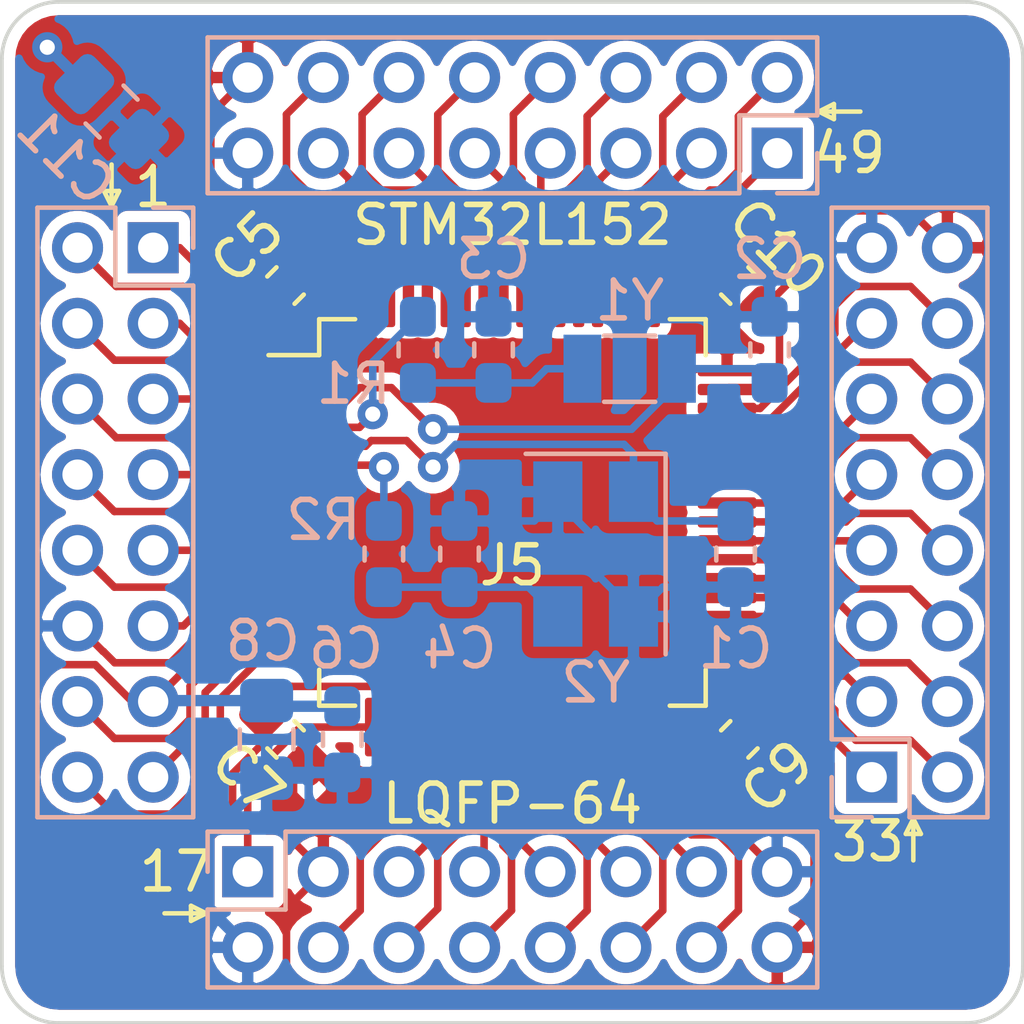
<source format=kicad_pcb>
(kicad_pcb (version 20171130) (host pcbnew 5.1.2-f72e74a~84~ubuntu16.04.1)

  (general
    (thickness 1.6)
    (drawings 30)
    (tracks 406)
    (zones 0)
    (modules 20)
    (nets 59)
  )

  (page A4)
  (layers
    (0 F.Cu signal)
    (31 B.Cu signal hide)
    (32 B.Adhes user hide)
    (33 F.Adhes user hide)
    (34 B.Paste user hide)
    (35 F.Paste user)
    (36 B.SilkS user hide)
    (37 F.SilkS user)
    (38 B.Mask user hide)
    (39 F.Mask user)
    (40 Dwgs.User user hide)
    (41 Cmts.User user hide)
    (42 Eco1.User user hide)
    (43 Eco2.User user hide)
    (44 Edge.Cuts user)
    (45 Margin user hide)
    (46 B.CrtYd user hide)
    (47 F.CrtYd user)
    (48 B.Fab user hide)
    (49 F.Fab user)
  )

  (setup
    (last_trace_width 0.2)
    (user_trace_width 0.3)
    (user_trace_width 0.5)
    (user_trace_width 0.8)
    (user_trace_width 1)
    (trace_clearance 0.2)
    (zone_clearance 0.3)
    (zone_45_only yes)
    (trace_min 0.1524)
    (via_size 0.8)
    (via_drill 0.4)
    (via_min_size 0.508)
    (via_min_drill 0.254)
    (user_via 1 0.5)
    (user_via 1.2 0.7)
    (user_via 1.5 1)
    (uvia_size 0.3)
    (uvia_drill 0.1)
    (uvias_allowed no)
    (uvia_min_size 0.2)
    (uvia_min_drill 0.1)
    (edge_width 0.05)
    (segment_width 0.2)
    (pcb_text_width 0.3)
    (pcb_text_size 1.5 1.5)
    (mod_edge_width 0.12)
    (mod_text_size 1 1)
    (mod_text_width 0.15)
    (pad_size 1.524 1.524)
    (pad_drill 0.762)
    (pad_to_mask_clearance 0.051)
    (solder_mask_min_width 0.25)
    (aux_axis_origin 0 0)
    (grid_origin 141 88.5)
    (visible_elements FFFFFF7F)
    (pcbplotparams
      (layerselection 0x010fc_ffffffff)
      (usegerberextensions false)
      (usegerberattributes false)
      (usegerberadvancedattributes false)
      (creategerberjobfile false)
      (excludeedgelayer true)
      (linewidth 0.100000)
      (plotframeref false)
      (viasonmask false)
      (mode 1)
      (useauxorigin false)
      (hpglpennumber 1)
      (hpglpenspeed 20)
      (hpglpendiameter 15.000000)
      (psnegative false)
      (psa4output false)
      (plotreference true)
      (plotvalue true)
      (plotinvisibletext false)
      (padsonsilk false)
      (subtractmaskfromsilk false)
      (outputformat 1)
      (mirror false)
      (drillshape 1)
      (scaleselection 1)
      (outputdirectory ""))
  )

  (net 0 "")
  (net 1 GND)
  (net 2 /OSC_IN)
  (net 3 /OSC32_IN)
  (net 4 +3V3)
  (net 5 "Net-(J1-Pad8)")
  (net 6 "Net-(J1-Pad7)")
  (net 7 /OSC_OUT)
  (net 8 /OSC32_OUT)
  (net 9 "Net-(J1-Pad2)")
  (net 10 "Net-(J1-Pad1)")
  (net 11 "Net-(J2-Pad8)")
  (net 12 "Net-(J2-Pad7)")
  (net 13 "Net-(J2-Pad6)")
  (net 14 "Net-(J2-Pad1)")
  (net 15 "Net-(J3-Pad8)")
  (net 16 "Net-(J3-Pad7)")
  (net 17 "Net-(J3-Pad6)")
  (net 18 "Net-(J3-Pad5)")
  (net 19 "Net-(J3-Pad4)")
  (net 20 "Net-(J3-Pad1)")
  (net 21 "Net-(J4-Pad6)")
  (net 22 "Net-(J4-Pad5)")
  (net 23 "Net-(J4-Pad4)")
  (net 24 "Net-(J4-Pad3)")
  (net 25 "Net-(J4-Pad2)")
  (net 26 "Net-(J4-Pad1)")
  (net 27 "Net-(J3-Pad14)")
  (net 28 "Net-(J3-Pad13)")
  (net 29 "Net-(J3-Pad12)")
  (net 30 "Net-(J3-Pad11)")
  (net 31 "Net-(J3-Pad10)")
  (net 32 "Net-(J3-Pad9)")
  (net 33 "Net-(J3-Pad3)")
  (net 34 "Net-(J3-Pad2)")
  (net 35 "Net-(J4-Pad14)")
  (net 36 "Net-(J4-Pad13)")
  (net 37 "Net-(J4-Pad12)")
  (net 38 "Net-(J4-Pad11)")
  (net 39 "Net-(J4-Pad10)")
  (net 40 "Net-(J4-Pad9)")
  (net 41 "Net-(J4-Pad8)")
  (net 42 "Net-(J4-Pad7)")
  (net 43 "Net-(J2-Pad14)")
  (net 44 "Net-(J2-Pad13)")
  (net 45 "Net-(J2-Pad12)")
  (net 46 "Net-(J2-Pad11)")
  (net 47 "Net-(J2-Pad10)")
  (net 48 "Net-(J2-Pad9)")
  (net 49 "Net-(J2-Pad5)")
  (net 50 "Net-(J2-Pad4)")
  (net 51 "Net-(J1-Pad16)")
  (net 52 "Net-(J1-Pad15)")
  (net 53 "Net-(J1-Pad14)")
  (net 54 "Net-(J1-Pad11)")
  (net 55 "Net-(J1-Pad10)")
  (net 56 "Net-(J1-Pad9)")
  (net 57 "Net-(C3-Pad1)")
  (net 58 "Net-(C4-Pad1)")

  (net_class Default "This is the default net class."
    (clearance 0.2)
    (trace_width 0.2)
    (via_dia 0.8)
    (via_drill 0.4)
    (uvia_dia 0.3)
    (uvia_drill 0.1)
    (add_net +3V3)
    (add_net /OSC32_IN)
    (add_net /OSC32_OUT)
    (add_net /OSC_IN)
    (add_net /OSC_OUT)
    (add_net GND)
    (add_net "Net-(C3-Pad1)")
    (add_net "Net-(C4-Pad1)")
    (add_net "Net-(J1-Pad1)")
    (add_net "Net-(J1-Pad10)")
    (add_net "Net-(J1-Pad11)")
    (add_net "Net-(J1-Pad14)")
    (add_net "Net-(J1-Pad15)")
    (add_net "Net-(J1-Pad16)")
    (add_net "Net-(J1-Pad2)")
    (add_net "Net-(J1-Pad7)")
    (add_net "Net-(J1-Pad8)")
    (add_net "Net-(J1-Pad9)")
    (add_net "Net-(J2-Pad1)")
    (add_net "Net-(J2-Pad10)")
    (add_net "Net-(J2-Pad11)")
    (add_net "Net-(J2-Pad12)")
    (add_net "Net-(J2-Pad13)")
    (add_net "Net-(J2-Pad14)")
    (add_net "Net-(J2-Pad4)")
    (add_net "Net-(J2-Pad5)")
    (add_net "Net-(J2-Pad6)")
    (add_net "Net-(J2-Pad7)")
    (add_net "Net-(J2-Pad8)")
    (add_net "Net-(J2-Pad9)")
    (add_net "Net-(J3-Pad1)")
    (add_net "Net-(J3-Pad10)")
    (add_net "Net-(J3-Pad11)")
    (add_net "Net-(J3-Pad12)")
    (add_net "Net-(J3-Pad13)")
    (add_net "Net-(J3-Pad14)")
    (add_net "Net-(J3-Pad2)")
    (add_net "Net-(J3-Pad3)")
    (add_net "Net-(J3-Pad4)")
    (add_net "Net-(J3-Pad5)")
    (add_net "Net-(J3-Pad6)")
    (add_net "Net-(J3-Pad7)")
    (add_net "Net-(J3-Pad8)")
    (add_net "Net-(J3-Pad9)")
    (add_net "Net-(J4-Pad1)")
    (add_net "Net-(J4-Pad10)")
    (add_net "Net-(J4-Pad11)")
    (add_net "Net-(J4-Pad12)")
    (add_net "Net-(J4-Pad13)")
    (add_net "Net-(J4-Pad14)")
    (add_net "Net-(J4-Pad2)")
    (add_net "Net-(J4-Pad3)")
    (add_net "Net-(J4-Pad4)")
    (add_net "Net-(J4-Pad5)")
    (add_net "Net-(J4-Pad6)")
    (add_net "Net-(J4-Pad7)")
    (add_net "Net-(J4-Pad8)")
    (add_net "Net-(J4-Pad9)")
  )

  (module Crystal:Crystal_SMD_5032-4Pin_5.0x3.2mm (layer B.Cu) (tedit 5A0FD1B2) (tstamp 5D3C65BA)
    (at 143.2 89.6 270)
    (descr "SMD Crystal SERIES SMD2520/4 http://www.icbase.com/File/PDF/HKC/HKC00061008.pdf, 5.0x3.2mm^2 package")
    (tags "SMD SMT crystal")
    (path /5D3DB818)
    (attr smd)
    (fp_text reference Y2 (at 3.4 0 180) (layer B.SilkS)
      (effects (font (size 1 1) (thickness 0.15)) (justify mirror))
    )
    (fp_text value Crystal_GND24 (at 0 -2.8 90) (layer B.Fab) hide
      (effects (font (size 1 1) (thickness 0.15)) (justify mirror))
    )
    (fp_line (start 2.8 1.9) (end -2.8 1.9) (layer B.CrtYd) (width 0.05))
    (fp_line (start 2.8 -1.9) (end 2.8 1.9) (layer B.CrtYd) (width 0.05))
    (fp_line (start -2.8 -1.9) (end 2.8 -1.9) (layer B.CrtYd) (width 0.05))
    (fp_line (start -2.8 1.9) (end -2.8 -1.9) (layer B.CrtYd) (width 0.05))
    (fp_line (start -2.65 -1.85) (end 2.65 -1.85) (layer B.SilkS) (width 0.12))
    (fp_line (start -2.65 1.85) (end -2.65 -1.85) (layer B.SilkS) (width 0.12))
    (fp_line (start -2.5 -0.6) (end -1.5 -1.6) (layer B.Fab) (width 0.1))
    (fp_line (start -2.5 1.4) (end -2.3 1.6) (layer B.Fab) (width 0.1))
    (fp_line (start -2.5 -1.4) (end -2.5 1.4) (layer B.Fab) (width 0.1))
    (fp_line (start -2.3 -1.6) (end -2.5 -1.4) (layer B.Fab) (width 0.1))
    (fp_line (start 2.3 -1.6) (end -2.3 -1.6) (layer B.Fab) (width 0.1))
    (fp_line (start 2.5 -1.4) (end 2.3 -1.6) (layer B.Fab) (width 0.1))
    (fp_line (start 2.5 1.4) (end 2.5 -1.4) (layer B.Fab) (width 0.1))
    (fp_line (start 2.3 1.6) (end 2.5 1.4) (layer B.Fab) (width 0.1))
    (fp_line (start -2.3 1.6) (end 2.3 1.6) (layer B.Fab) (width 0.1))
    (fp_text user %R (at 0 0 90) (layer B.Fab)
      (effects (font (size 1 1) (thickness 0.15)) (justify mirror))
    )
    (pad 4 smd rect (at -1.65 1 270) (size 1.6 1.3) (layers B.Cu B.Paste B.Mask)
      (net 1 GND))
    (pad 3 smd rect (at 1.65 1 270) (size 1.6 1.3) (layers B.Cu B.Paste B.Mask)
      (net 58 "Net-(C4-Pad1)"))
    (pad 2 smd rect (at 1.65 -1 270) (size 1.6 1.3) (layers B.Cu B.Paste B.Mask)
      (net 1 GND))
    (pad 1 smd rect (at -1.65 -1 270) (size 1.6 1.3) (layers B.Cu B.Paste B.Mask)
      (net 2 /OSC_IN))
    (model ${KISYS3DMOD}/Crystal.3dshapes/Crystal_SMD_5032-4Pin_5.0x3.2mm.wrl
      (at (xyz 0 0 0))
      (scale (xyz 1 1 1))
      (rotate (xyz 0 0 0))
    )
  )

  (module Resistor_SMD:R_0603_1608Metric_Pad1.05x0.95mm_HandSolder (layer B.Cu) (tedit 5B301BBD) (tstamp 5D3C62C8)
    (at 137.6 89.6 270)
    (descr "Resistor SMD 0603 (1608 Metric), square (rectangular) end terminal, IPC_7351 nominal with elongated pad for handsoldering. (Body size source: http://www.tortai-tech.com/upload/download/2011102023233369053.pdf), generated with kicad-footprint-generator")
    (tags "resistor handsolder")
    (path /5D3C722E)
    (attr smd)
    (fp_text reference R2 (at -0.9 1.6 180) (layer B.SilkS)
      (effects (font (size 1 1) (thickness 0.15)) (justify mirror))
    )
    (fp_text value 0R (at 0 -1.43 90) (layer B.Fab)
      (effects (font (size 1 1) (thickness 0.15)) (justify mirror))
    )
    (fp_text user %R (at 0 0 90) (layer B.Fab)
      (effects (font (size 0.4 0.4) (thickness 0.06)) (justify mirror))
    )
    (fp_line (start 1.65 -0.73) (end -1.65 -0.73) (layer B.CrtYd) (width 0.05))
    (fp_line (start 1.65 0.73) (end 1.65 -0.73) (layer B.CrtYd) (width 0.05))
    (fp_line (start -1.65 0.73) (end 1.65 0.73) (layer B.CrtYd) (width 0.05))
    (fp_line (start -1.65 -0.73) (end -1.65 0.73) (layer B.CrtYd) (width 0.05))
    (fp_line (start -0.171267 -0.51) (end 0.171267 -0.51) (layer B.SilkS) (width 0.12))
    (fp_line (start -0.171267 0.51) (end 0.171267 0.51) (layer B.SilkS) (width 0.12))
    (fp_line (start 0.8 -0.4) (end -0.8 -0.4) (layer B.Fab) (width 0.1))
    (fp_line (start 0.8 0.4) (end 0.8 -0.4) (layer B.Fab) (width 0.1))
    (fp_line (start -0.8 0.4) (end 0.8 0.4) (layer B.Fab) (width 0.1))
    (fp_line (start -0.8 -0.4) (end -0.8 0.4) (layer B.Fab) (width 0.1))
    (pad 2 smd roundrect (at 0.875 0 270) (size 1.05 0.95) (layers B.Cu B.Paste B.Mask) (roundrect_rratio 0.25)
      (net 58 "Net-(C4-Pad1)"))
    (pad 1 smd roundrect (at -0.875 0 270) (size 1.05 0.95) (layers B.Cu B.Paste B.Mask) (roundrect_rratio 0.25)
      (net 7 /OSC_OUT))
    (model ${KISYS3DMOD}/Resistor_SMD.3dshapes/R_0603_1608Metric.wrl
      (at (xyz 0 0 0))
      (scale (xyz 1 1 1))
      (rotate (xyz 0 0 0))
    )
  )

  (module Resistor_SMD:R_0603_1608Metric_Pad1.05x0.95mm_HandSolder (layer B.Cu) (tedit 5B301BBD) (tstamp 5D3C62B7)
    (at 138.5 84.2 270)
    (descr "Resistor SMD 0603 (1608 Metric), square (rectangular) end terminal, IPC_7351 nominal with elongated pad for handsoldering. (Body size source: http://www.tortai-tech.com/upload/download/2011102023233369053.pdf), generated with kicad-footprint-generator")
    (tags "resistor handsolder")
    (path /5D3C6A94)
    (attr smd)
    (fp_text reference R1 (at 0.9 1.7 180) (layer B.SilkS)
      (effects (font (size 1 1) (thickness 0.15)) (justify mirror))
    )
    (fp_text value 0R (at 0 -1.43 90) (layer B.Fab) hide
      (effects (font (size 1 1) (thickness 0.15)) (justify mirror))
    )
    (fp_text user %R (at 0 0 90) (layer B.Fab)
      (effects (font (size 0.4 0.4) (thickness 0.06)) (justify mirror))
    )
    (fp_line (start 1.65 -0.73) (end -1.65 -0.73) (layer B.CrtYd) (width 0.05))
    (fp_line (start 1.65 0.73) (end 1.65 -0.73) (layer B.CrtYd) (width 0.05))
    (fp_line (start -1.65 0.73) (end 1.65 0.73) (layer B.CrtYd) (width 0.05))
    (fp_line (start -1.65 -0.73) (end -1.65 0.73) (layer B.CrtYd) (width 0.05))
    (fp_line (start -0.171267 -0.51) (end 0.171267 -0.51) (layer B.SilkS) (width 0.12))
    (fp_line (start -0.171267 0.51) (end 0.171267 0.51) (layer B.SilkS) (width 0.12))
    (fp_line (start 0.8 -0.4) (end -0.8 -0.4) (layer B.Fab) (width 0.1))
    (fp_line (start 0.8 0.4) (end 0.8 -0.4) (layer B.Fab) (width 0.1))
    (fp_line (start -0.8 0.4) (end 0.8 0.4) (layer B.Fab) (width 0.1))
    (fp_line (start -0.8 -0.4) (end -0.8 0.4) (layer B.Fab) (width 0.1))
    (pad 2 smd roundrect (at 0.875 0 270) (size 1.05 0.95) (layers B.Cu B.Paste B.Mask) (roundrect_rratio 0.25)
      (net 57 "Net-(C3-Pad1)"))
    (pad 1 smd roundrect (at -0.875 0 270) (size 1.05 0.95) (layers B.Cu B.Paste B.Mask) (roundrect_rratio 0.25)
      (net 8 /OSC32_OUT))
    (model ${KISYS3DMOD}/Resistor_SMD.3dshapes/R_0603_1608Metric.wrl
      (at (xyz 0 0 0))
      (scale (xyz 1 1 1))
      (rotate (xyz 0 0 0))
    )
  )

  (module Capacitor_SMD:C_0805_2012Metric_Pad1.15x1.40mm_HandSolder (layer B.Cu) (tedit 5B36C52B) (tstamp 5D3C2B6C)
    (at 130.4 77.9 315)
    (descr "Capacitor SMD 0805 (2012 Metric), square (rectangular) end terminal, IPC_7351 nominal with elongated pad for handsoldering. (Body size source: https://docs.google.com/spreadsheets/d/1BsfQQcO9C6DZCsRaXUlFlo91Tg2WpOkGARC1WS5S8t0/edit?usp=sharing), generated with kicad-footprint-generator")
    (tags "capacitor handsolder")
    (path /5D3BBC26)
    (attr smd)
    (fp_text reference C11 (at 0 1.697056 135) (layer B.SilkS)
      (effects (font (size 1 1) (thickness 0.15)) (justify mirror))
    )
    (fp_text value 10u (at 0 -1.65 135) (layer B.Fab) hide
      (effects (font (size 1 1) (thickness 0.15)) (justify mirror))
    )
    (fp_text user %R (at 0 0 135) (layer B.Fab)
      (effects (font (size 0.5 0.5) (thickness 0.08)) (justify mirror))
    )
    (fp_line (start 1.85 -0.95) (end -1.85 -0.95) (layer B.CrtYd) (width 0.05))
    (fp_line (start 1.85 0.95) (end 1.85 -0.95) (layer B.CrtYd) (width 0.05))
    (fp_line (start -1.85 0.95) (end 1.85 0.95) (layer B.CrtYd) (width 0.05))
    (fp_line (start -1.85 -0.95) (end -1.85 0.95) (layer B.CrtYd) (width 0.05))
    (fp_line (start -0.261252 -0.71) (end 0.261252 -0.71) (layer B.SilkS) (width 0.12))
    (fp_line (start -0.261252 0.71) (end 0.261252 0.71) (layer B.SilkS) (width 0.12))
    (fp_line (start 1 -0.6) (end -1 -0.6) (layer B.Fab) (width 0.1))
    (fp_line (start 1 0.6) (end 1 -0.6) (layer B.Fab) (width 0.1))
    (fp_line (start -1 0.6) (end 1 0.6) (layer B.Fab) (width 0.1))
    (fp_line (start -1 -0.6) (end -1 0.6) (layer B.Fab) (width 0.1))
    (pad 2 smd roundrect (at 1.025 0 315) (size 1.15 1.4) (layers B.Cu B.Paste B.Mask) (roundrect_rratio 0.217391)
      (net 1 GND))
    (pad 1 smd roundrect (at -1.025 0 315) (size 1.15 1.4) (layers B.Cu B.Paste B.Mask) (roundrect_rratio 0.217391)
      (net 4 +3V3))
    (model ${KISYS3DMOD}/Capacitor_SMD.3dshapes/C_0805_2012Metric.wrl
      (at (xyz 0 0 0))
      (scale (xyz 1 1 1))
      (rotate (xyz 0 0 0))
    )
  )

  (module Connector_PinHeader_2.00mm:PinHeader_2x08_P2.00mm_Vertical (layer B.Cu) (tedit 59FED667) (tstamp 5D3C4E9E)
    (at 150.5 95.5)
    (descr "Through hole straight pin header, 2x08, 2.00mm pitch, double rows")
    (tags "Through hole pin header THT 2x08 2.00mm double row")
    (path /5D595413)
    (fp_text reference J4 (at 1 2.06) (layer B.SilkS) hide
      (effects (font (size 1 1) (thickness 0.15)) (justify mirror))
    )
    (fp_text value Conn_01x16 (at 1 -16.06) (layer B.Fab) hide
      (effects (font (size 1 1) (thickness 0.15)) (justify mirror))
    )
    (fp_text user %R (at 1 -7 -90) (layer B.Fab)
      (effects (font (size 1 1) (thickness 0.15)) (justify mirror))
    )
    (fp_line (start 3.5 1.5) (end -1.5 1.5) (layer B.CrtYd) (width 0.05))
    (fp_line (start 3.5 -15.5) (end 3.5 1.5) (layer B.CrtYd) (width 0.05))
    (fp_line (start -1.5 -15.5) (end 3.5 -15.5) (layer B.CrtYd) (width 0.05))
    (fp_line (start -1.5 1.5) (end -1.5 -15.5) (layer B.CrtYd) (width 0.05))
    (fp_line (start -1.06 1.06) (end 0 1.06) (layer B.SilkS) (width 0.12))
    (fp_line (start -1.06 0) (end -1.06 1.06) (layer B.SilkS) (width 0.12))
    (fp_line (start 1 1.06) (end 3.06 1.06) (layer B.SilkS) (width 0.12))
    (fp_line (start 1 -1) (end 1 1.06) (layer B.SilkS) (width 0.12))
    (fp_line (start -1.06 -1) (end 1 -1) (layer B.SilkS) (width 0.12))
    (fp_line (start 3.06 1.06) (end 3.06 -15.06) (layer B.SilkS) (width 0.12))
    (fp_line (start -1.06 -1) (end -1.06 -15.06) (layer B.SilkS) (width 0.12))
    (fp_line (start -1.06 -15.06) (end 3.06 -15.06) (layer B.SilkS) (width 0.12))
    (fp_line (start -1 0) (end 0 1) (layer B.Fab) (width 0.1))
    (fp_line (start -1 -15) (end -1 0) (layer B.Fab) (width 0.1))
    (fp_line (start 3 -15) (end -1 -15) (layer B.Fab) (width 0.1))
    (fp_line (start 3 1) (end 3 -15) (layer B.Fab) (width 0.1))
    (fp_line (start 0 1) (end 3 1) (layer B.Fab) (width 0.1))
    (pad 16 thru_hole oval (at 2 -14) (size 1.35 1.35) (drill 0.8) (layers *.Cu *.Mask)
      (net 4 +3V3))
    (pad 15 thru_hole oval (at 0 -14) (size 1.35 1.35) (drill 0.8) (layers *.Cu *.Mask)
      (net 1 GND))
    (pad 14 thru_hole oval (at 2 -12) (size 1.35 1.35) (drill 0.8) (layers *.Cu *.Mask)
      (net 35 "Net-(J4-Pad14)"))
    (pad 13 thru_hole oval (at 0 -12) (size 1.35 1.35) (drill 0.8) (layers *.Cu *.Mask)
      (net 36 "Net-(J4-Pad13)"))
    (pad 12 thru_hole oval (at 2 -10) (size 1.35 1.35) (drill 0.8) (layers *.Cu *.Mask)
      (net 37 "Net-(J4-Pad12)"))
    (pad 11 thru_hole oval (at 0 -10) (size 1.35 1.35) (drill 0.8) (layers *.Cu *.Mask)
      (net 38 "Net-(J4-Pad11)"))
    (pad 10 thru_hole oval (at 2 -8) (size 1.35 1.35) (drill 0.8) (layers *.Cu *.Mask)
      (net 39 "Net-(J4-Pad10)"))
    (pad 9 thru_hole oval (at 0 -8) (size 1.35 1.35) (drill 0.8) (layers *.Cu *.Mask)
      (net 40 "Net-(J4-Pad9)"))
    (pad 8 thru_hole oval (at 2 -6) (size 1.35 1.35) (drill 0.8) (layers *.Cu *.Mask)
      (net 41 "Net-(J4-Pad8)"))
    (pad 7 thru_hole oval (at 0 -6) (size 1.35 1.35) (drill 0.8) (layers *.Cu *.Mask)
      (net 42 "Net-(J4-Pad7)"))
    (pad 6 thru_hole oval (at 2 -4) (size 1.35 1.35) (drill 0.8) (layers *.Cu *.Mask)
      (net 21 "Net-(J4-Pad6)"))
    (pad 5 thru_hole oval (at 0 -4) (size 1.35 1.35) (drill 0.8) (layers *.Cu *.Mask)
      (net 22 "Net-(J4-Pad5)"))
    (pad 4 thru_hole oval (at 2 -2) (size 1.35 1.35) (drill 0.8) (layers *.Cu *.Mask)
      (net 23 "Net-(J4-Pad4)"))
    (pad 3 thru_hole oval (at 0 -2) (size 1.35 1.35) (drill 0.8) (layers *.Cu *.Mask)
      (net 24 "Net-(J4-Pad3)"))
    (pad 2 thru_hole oval (at 2 0) (size 1.35 1.35) (drill 0.8) (layers *.Cu *.Mask)
      (net 25 "Net-(J4-Pad2)"))
    (pad 1 thru_hole rect (at 0 0) (size 1.35 1.35) (drill 0.8) (layers *.Cu *.Mask)
      (net 26 "Net-(J4-Pad1)"))
    (model ${KISYS3DMOD}/Connector_PinHeader_2.00mm.3dshapes/PinHeader_2x08_P2.00mm_Vertical.wrl
      (at (xyz 0 0 0))
      (scale (xyz 1 1 1))
      (rotate (xyz 0 0 0))
    )
  )

  (module Connector_PinHeader_2.00mm:PinHeader_2x08_P2.00mm_Vertical (layer B.Cu) (tedit 59FED667) (tstamp 5D3BD4C9)
    (at 148 79 90)
    (descr "Through hole straight pin header, 2x08, 2.00mm pitch, double rows")
    (tags "Through hole pin header THT 2x08 2.00mm double row")
    (path /5D596DDF)
    (fp_text reference J3 (at 1 2.06 -90) (layer B.SilkS) hide
      (effects (font (size 1 1) (thickness 0.15)) (justify mirror))
    )
    (fp_text value Conn_01x16 (at 1 -16.06 -90) (layer B.Fab) hide
      (effects (font (size 1 1) (thickness 0.15)) (justify mirror))
    )
    (fp_text user %R (at 1 -7) (layer B.Fab)
      (effects (font (size 1 1) (thickness 0.15)) (justify mirror))
    )
    (fp_line (start 3.5 1.5) (end -1.5 1.5) (layer B.CrtYd) (width 0.05))
    (fp_line (start 3.5 -15.5) (end 3.5 1.5) (layer B.CrtYd) (width 0.05))
    (fp_line (start -1.5 -15.5) (end 3.5 -15.5) (layer B.CrtYd) (width 0.05))
    (fp_line (start -1.5 1.5) (end -1.5 -15.5) (layer B.CrtYd) (width 0.05))
    (fp_line (start -1.06 1.06) (end 0 1.06) (layer B.SilkS) (width 0.12))
    (fp_line (start -1.06 0) (end -1.06 1.06) (layer B.SilkS) (width 0.12))
    (fp_line (start 1 1.06) (end 3.06 1.06) (layer B.SilkS) (width 0.12))
    (fp_line (start 1 -1) (end 1 1.06) (layer B.SilkS) (width 0.12))
    (fp_line (start -1.06 -1) (end 1 -1) (layer B.SilkS) (width 0.12))
    (fp_line (start 3.06 1.06) (end 3.06 -15.06) (layer B.SilkS) (width 0.12))
    (fp_line (start -1.06 -1) (end -1.06 -15.06) (layer B.SilkS) (width 0.12))
    (fp_line (start -1.06 -15.06) (end 3.06 -15.06) (layer B.SilkS) (width 0.12))
    (fp_line (start -1 0) (end 0 1) (layer B.Fab) (width 0.1))
    (fp_line (start -1 -15) (end -1 0) (layer B.Fab) (width 0.1))
    (fp_line (start 3 -15) (end -1 -15) (layer B.Fab) (width 0.1))
    (fp_line (start 3 1) (end 3 -15) (layer B.Fab) (width 0.1))
    (fp_line (start 0 1) (end 3 1) (layer B.Fab) (width 0.1))
    (pad 16 thru_hole oval (at 2 -14 90) (size 1.35 1.35) (drill 0.8) (layers *.Cu *.Mask)
      (net 4 +3V3))
    (pad 15 thru_hole oval (at 0 -14 90) (size 1.35 1.35) (drill 0.8) (layers *.Cu *.Mask)
      (net 1 GND))
    (pad 14 thru_hole oval (at 2 -12 90) (size 1.35 1.35) (drill 0.8) (layers *.Cu *.Mask)
      (net 27 "Net-(J3-Pad14)"))
    (pad 13 thru_hole oval (at 0 -12 90) (size 1.35 1.35) (drill 0.8) (layers *.Cu *.Mask)
      (net 28 "Net-(J3-Pad13)"))
    (pad 12 thru_hole oval (at 2 -10 90) (size 1.35 1.35) (drill 0.8) (layers *.Cu *.Mask)
      (net 29 "Net-(J3-Pad12)"))
    (pad 11 thru_hole oval (at 0 -10 90) (size 1.35 1.35) (drill 0.8) (layers *.Cu *.Mask)
      (net 30 "Net-(J3-Pad11)"))
    (pad 10 thru_hole oval (at 2 -8 90) (size 1.35 1.35) (drill 0.8) (layers *.Cu *.Mask)
      (net 31 "Net-(J3-Pad10)"))
    (pad 9 thru_hole oval (at 0 -8 90) (size 1.35 1.35) (drill 0.8) (layers *.Cu *.Mask)
      (net 32 "Net-(J3-Pad9)"))
    (pad 8 thru_hole oval (at 2 -6 90) (size 1.35 1.35) (drill 0.8) (layers *.Cu *.Mask)
      (net 15 "Net-(J3-Pad8)"))
    (pad 7 thru_hole oval (at 0 -6 90) (size 1.35 1.35) (drill 0.8) (layers *.Cu *.Mask)
      (net 16 "Net-(J3-Pad7)"))
    (pad 6 thru_hole oval (at 2 -4 90) (size 1.35 1.35) (drill 0.8) (layers *.Cu *.Mask)
      (net 17 "Net-(J3-Pad6)"))
    (pad 5 thru_hole oval (at 0 -4 90) (size 1.35 1.35) (drill 0.8) (layers *.Cu *.Mask)
      (net 18 "Net-(J3-Pad5)"))
    (pad 4 thru_hole oval (at 2 -2 90) (size 1.35 1.35) (drill 0.8) (layers *.Cu *.Mask)
      (net 19 "Net-(J3-Pad4)"))
    (pad 3 thru_hole oval (at 0 -2 90) (size 1.35 1.35) (drill 0.8) (layers *.Cu *.Mask)
      (net 33 "Net-(J3-Pad3)"))
    (pad 2 thru_hole oval (at 2 0 90) (size 1.35 1.35) (drill 0.8) (layers *.Cu *.Mask)
      (net 34 "Net-(J3-Pad2)"))
    (pad 1 thru_hole rect (at 0 0 90) (size 1.35 1.35) (drill 0.8) (layers *.Cu *.Mask)
      (net 20 "Net-(J3-Pad1)"))
    (model ${KISYS3DMOD}/Connector_PinHeader_2.00mm.3dshapes/PinHeader_2x08_P2.00mm_Vertical.wrl
      (at (xyz 0 0 0))
      (scale (xyz 1 1 1))
      (rotate (xyz 0 0 0))
    )
  )

  (module Connector_PinHeader_2.00mm:PinHeader_2x08_P2.00mm_Vertical (layer B.Cu) (tedit 59FED667) (tstamp 5D3BD4A3)
    (at 134 98 270)
    (descr "Through hole straight pin header, 2x08, 2.00mm pitch, double rows")
    (tags "Through hole pin header THT 2x08 2.00mm double row")
    (path /5D5937AA)
    (fp_text reference J2 (at 1 2.06 270) (layer B.SilkS) hide
      (effects (font (size 1 1) (thickness 0.15)) (justify mirror))
    )
    (fp_text value Conn_01x16 (at 1 -16.06 270) (layer B.Fab) hide
      (effects (font (size 1 1) (thickness 0.15)) (justify mirror))
    )
    (fp_text user %R (at 1 -7) (layer B.Fab)
      (effects (font (size 1 1) (thickness 0.15)) (justify mirror))
    )
    (fp_line (start 3.5 1.5) (end -1.5 1.5) (layer B.CrtYd) (width 0.05))
    (fp_line (start 3.5 -15.5) (end 3.5 1.5) (layer B.CrtYd) (width 0.05))
    (fp_line (start -1.5 -15.5) (end 3.5 -15.5) (layer B.CrtYd) (width 0.05))
    (fp_line (start -1.5 1.5) (end -1.5 -15.5) (layer B.CrtYd) (width 0.05))
    (fp_line (start -1.06 1.06) (end 0 1.06) (layer B.SilkS) (width 0.12))
    (fp_line (start -1.06 0) (end -1.06 1.06) (layer B.SilkS) (width 0.12))
    (fp_line (start 1 1.06) (end 3.06 1.06) (layer B.SilkS) (width 0.12))
    (fp_line (start 1 -1) (end 1 1.06) (layer B.SilkS) (width 0.12))
    (fp_line (start -1.06 -1) (end 1 -1) (layer B.SilkS) (width 0.12))
    (fp_line (start 3.06 1.06) (end 3.06 -15.06) (layer B.SilkS) (width 0.12))
    (fp_line (start -1.06 -1) (end -1.06 -15.06) (layer B.SilkS) (width 0.12))
    (fp_line (start -1.06 -15.06) (end 3.06 -15.06) (layer B.SilkS) (width 0.12))
    (fp_line (start -1 0) (end 0 1) (layer B.Fab) (width 0.1))
    (fp_line (start -1 -15) (end -1 0) (layer B.Fab) (width 0.1))
    (fp_line (start 3 -15) (end -1 -15) (layer B.Fab) (width 0.1))
    (fp_line (start 3 1) (end 3 -15) (layer B.Fab) (width 0.1))
    (fp_line (start 0 1) (end 3 1) (layer B.Fab) (width 0.1))
    (pad 16 thru_hole oval (at 2 -14 270) (size 1.35 1.35) (drill 0.8) (layers *.Cu *.Mask)
      (net 4 +3V3))
    (pad 15 thru_hole oval (at 0 -14 270) (size 1.35 1.35) (drill 0.8) (layers *.Cu *.Mask)
      (net 1 GND))
    (pad 14 thru_hole oval (at 2 -12 270) (size 1.35 1.35) (drill 0.8) (layers *.Cu *.Mask)
      (net 43 "Net-(J2-Pad14)"))
    (pad 13 thru_hole oval (at 0 -12 270) (size 1.35 1.35) (drill 0.8) (layers *.Cu *.Mask)
      (net 44 "Net-(J2-Pad13)"))
    (pad 12 thru_hole oval (at 2 -10 270) (size 1.35 1.35) (drill 0.8) (layers *.Cu *.Mask)
      (net 45 "Net-(J2-Pad12)"))
    (pad 11 thru_hole oval (at 0 -10 270) (size 1.35 1.35) (drill 0.8) (layers *.Cu *.Mask)
      (net 46 "Net-(J2-Pad11)"))
    (pad 10 thru_hole oval (at 2 -8 270) (size 1.35 1.35) (drill 0.8) (layers *.Cu *.Mask)
      (net 47 "Net-(J2-Pad10)"))
    (pad 9 thru_hole oval (at 0 -8 270) (size 1.35 1.35) (drill 0.8) (layers *.Cu *.Mask)
      (net 48 "Net-(J2-Pad9)"))
    (pad 8 thru_hole oval (at 2 -6 270) (size 1.35 1.35) (drill 0.8) (layers *.Cu *.Mask)
      (net 11 "Net-(J2-Pad8)"))
    (pad 7 thru_hole oval (at 0 -6 270) (size 1.35 1.35) (drill 0.8) (layers *.Cu *.Mask)
      (net 12 "Net-(J2-Pad7)"))
    (pad 6 thru_hole oval (at 2 -4 270) (size 1.35 1.35) (drill 0.8) (layers *.Cu *.Mask)
      (net 13 "Net-(J2-Pad6)"))
    (pad 5 thru_hole oval (at 0 -4 270) (size 1.35 1.35) (drill 0.8) (layers *.Cu *.Mask)
      (net 49 "Net-(J2-Pad5)"))
    (pad 4 thru_hole oval (at 2 -2 270) (size 1.35 1.35) (drill 0.8) (layers *.Cu *.Mask)
      (net 50 "Net-(J2-Pad4)"))
    (pad 3 thru_hole oval (at 0 -2 270) (size 1.35 1.35) (drill 0.8) (layers *.Cu *.Mask)
      (net 4 +3V3))
    (pad 2 thru_hole oval (at 2 0 270) (size 1.35 1.35) (drill 0.8) (layers *.Cu *.Mask)
      (net 1 GND))
    (pad 1 thru_hole rect (at 0 0 270) (size 1.35 1.35) (drill 0.8) (layers *.Cu *.Mask)
      (net 14 "Net-(J2-Pad1)"))
    (model ${KISYS3DMOD}/Connector_PinHeader_2.00mm.3dshapes/PinHeader_2x08_P2.00mm_Vertical.wrl
      (at (xyz 0 0 0))
      (scale (xyz 1 1 1))
      (rotate (xyz 0 0 0))
    )
  )

  (module Connector_PinHeader_2.00mm:PinHeader_2x08_P2.00mm_Vertical (layer B.Cu) (tedit 59FED667) (tstamp 5D3BDCF0)
    (at 131.5 81.5 180)
    (descr "Through hole straight pin header, 2x08, 2.00mm pitch, double rows")
    (tags "Through hole pin header THT 2x08 2.00mm double row")
    (path /5D58F5FE)
    (fp_text reference J1 (at 1 2.06) (layer B.SilkS) hide
      (effects (font (size 1 1) (thickness 0.15)) (justify mirror))
    )
    (fp_text value Conn_01x16 (at 1 -16.06) (layer B.Fab) hide
      (effects (font (size 1 1) (thickness 0.15)) (justify mirror))
    )
    (fp_text user %R (at 1 -7 270) (layer B.Fab)
      (effects (font (size 1 1) (thickness 0.15)) (justify mirror))
    )
    (fp_line (start 3.5 1.5) (end -1.5 1.5) (layer B.CrtYd) (width 0.05))
    (fp_line (start 3.5 -15.5) (end 3.5 1.5) (layer B.CrtYd) (width 0.05))
    (fp_line (start -1.5 -15.5) (end 3.5 -15.5) (layer B.CrtYd) (width 0.05))
    (fp_line (start -1.5 1.5) (end -1.5 -15.5) (layer B.CrtYd) (width 0.05))
    (fp_line (start -1.06 1.06) (end 0 1.06) (layer B.SilkS) (width 0.12))
    (fp_line (start -1.06 0) (end -1.06 1.06) (layer B.SilkS) (width 0.12))
    (fp_line (start 1 1.06) (end 3.06 1.06) (layer B.SilkS) (width 0.12))
    (fp_line (start 1 -1) (end 1 1.06) (layer B.SilkS) (width 0.12))
    (fp_line (start -1.06 -1) (end 1 -1) (layer B.SilkS) (width 0.12))
    (fp_line (start 3.06 1.06) (end 3.06 -15.06) (layer B.SilkS) (width 0.12))
    (fp_line (start -1.06 -1) (end -1.06 -15.06) (layer B.SilkS) (width 0.12))
    (fp_line (start -1.06 -15.06) (end 3.06 -15.06) (layer B.SilkS) (width 0.12))
    (fp_line (start -1 0) (end 0 1) (layer B.Fab) (width 0.1))
    (fp_line (start -1 -15) (end -1 0) (layer B.Fab) (width 0.1))
    (fp_line (start 3 -15) (end -1 -15) (layer B.Fab) (width 0.1))
    (fp_line (start 3 1) (end 3 -15) (layer B.Fab) (width 0.1))
    (fp_line (start 0 1) (end 3 1) (layer B.Fab) (width 0.1))
    (pad 16 thru_hole oval (at 2 -14 180) (size 1.35 1.35) (drill 0.8) (layers *.Cu *.Mask)
      (net 51 "Net-(J1-Pad16)"))
    (pad 15 thru_hole oval (at 0 -14 180) (size 1.35 1.35) (drill 0.8) (layers *.Cu *.Mask)
      (net 52 "Net-(J1-Pad15)"))
    (pad 14 thru_hole oval (at 2 -12 180) (size 1.35 1.35) (drill 0.8) (layers *.Cu *.Mask)
      (net 53 "Net-(J1-Pad14)"))
    (pad 13 thru_hole oval (at 0 -12 180) (size 1.35 1.35) (drill 0.8) (layers *.Cu *.Mask)
      (net 4 +3V3))
    (pad 12 thru_hole oval (at 2 -10 180) (size 1.35 1.35) (drill 0.8) (layers *.Cu *.Mask)
      (net 1 GND))
    (pad 11 thru_hole oval (at 0 -10 180) (size 1.35 1.35) (drill 0.8) (layers *.Cu *.Mask)
      (net 54 "Net-(J1-Pad11)"))
    (pad 10 thru_hole oval (at 2 -8 180) (size 1.35 1.35) (drill 0.8) (layers *.Cu *.Mask)
      (net 55 "Net-(J1-Pad10)"))
    (pad 9 thru_hole oval (at 0 -8 180) (size 1.35 1.35) (drill 0.8) (layers *.Cu *.Mask)
      (net 56 "Net-(J1-Pad9)"))
    (pad 8 thru_hole oval (at 2 -6 180) (size 1.35 1.35) (drill 0.8) (layers *.Cu *.Mask)
      (net 5 "Net-(J1-Pad8)"))
    (pad 7 thru_hole oval (at 0 -6 180) (size 1.35 1.35) (drill 0.8) (layers *.Cu *.Mask)
      (net 6 "Net-(J1-Pad7)"))
    (pad 6 thru_hole oval (at 2 -4 180) (size 1.35 1.35) (drill 0.8) (layers *.Cu *.Mask)
      (net 7 /OSC_OUT))
    (pad 5 thru_hole oval (at 0 -4 180) (size 1.35 1.35) (drill 0.8) (layers *.Cu *.Mask)
      (net 2 /OSC_IN))
    (pad 4 thru_hole oval (at 2 -2 180) (size 1.35 1.35) (drill 0.8) (layers *.Cu *.Mask)
      (net 8 /OSC32_OUT))
    (pad 3 thru_hole oval (at 0 -2 180) (size 1.35 1.35) (drill 0.8) (layers *.Cu *.Mask)
      (net 3 /OSC32_IN))
    (pad 2 thru_hole oval (at 2 0 180) (size 1.35 1.35) (drill 0.8) (layers *.Cu *.Mask)
      (net 9 "Net-(J1-Pad2)"))
    (pad 1 thru_hole rect (at 0 0 180) (size 1.35 1.35) (drill 0.8) (layers *.Cu *.Mask)
      (net 10 "Net-(J1-Pad1)"))
    (model ${KISYS3DMOD}/Connector_PinHeader_2.00mm.3dshapes/PinHeader_2x08_P2.00mm_Vertical.wrl
      (at (xyz 0 0 0))
      (scale (xyz 1 1 1))
      (rotate (xyz 0 0 0))
    )
  )

  (module Crystal:Crystal_SMD_3215-2Pin_3.2x1.5mm (layer B.Cu) (tedit 5A0FD1B2) (tstamp 5D3B3CD3)
    (at 144.1 84.7)
    (descr "SMD Crystal FC-135 https://support.epson.biz/td/api/doc_check.php?dl=brief_FC-135R_en.pdf")
    (tags "SMD SMT Crystal")
    (path /5D3DABC6)
    (attr smd)
    (fp_text reference Y1 (at 0 -1.8) (layer B.SilkS)
      (effects (font (size 1 1) (thickness 0.15)) (justify mirror))
    )
    (fp_text value Crystal (at 0 -2) (layer B.Fab) hide
      (effects (font (size 1 1) (thickness 0.15)) (justify mirror))
    )
    (fp_line (start 2 1.15) (end 2 -1.15) (layer B.CrtYd) (width 0.05))
    (fp_line (start -2 1.15) (end -2 -1.15) (layer B.CrtYd) (width 0.05))
    (fp_line (start -2 -1.15) (end 2 -1.15) (layer B.CrtYd) (width 0.05))
    (fp_line (start -1.6 -0.75) (end 1.6 -0.75) (layer B.Fab) (width 0.1))
    (fp_line (start -1.6 0.75) (end 1.6 0.75) (layer B.Fab) (width 0.1))
    (fp_line (start 1.6 0.75) (end 1.6 -0.75) (layer B.Fab) (width 0.1))
    (fp_line (start -0.675 0.875) (end 0.675 0.875) (layer B.SilkS) (width 0.12))
    (fp_line (start -0.675 -0.875) (end 0.675 -0.875) (layer B.SilkS) (width 0.12))
    (fp_line (start -1.6 0.75) (end -1.6 -0.75) (layer B.Fab) (width 0.1))
    (fp_line (start -2 1.15) (end 2 1.15) (layer B.CrtYd) (width 0.05))
    (fp_text user %R (at 0 2) (layer B.Fab)
      (effects (font (size 1 1) (thickness 0.15)) (justify mirror))
    )
    (pad 2 smd rect (at -1.25 0) (size 1 1.8) (layers B.Cu B.Paste B.Mask)
      (net 57 "Net-(C3-Pad1)"))
    (pad 1 smd rect (at 1.25 0) (size 1 1.8) (layers B.Cu B.Paste B.Mask)
      (net 3 /OSC32_IN))
    (model ${KISYS3DMOD}/Crystal.3dshapes/Crystal_SMD_3215-2Pin_3.2x1.5mm.wrl
      (at (xyz 0 0 0))
      (scale (xyz 1 1 1))
      (rotate (xyz 0 0 0))
    )
  )

  (module Package_QFP:LQFP-64_10x10mm_P0.5mm (layer F.Cu) (tedit 5C194D4E) (tstamp 5D3B429E)
    (at 141 88.5)
    (descr "LQFP, 64 Pin (https://www.analog.com/media/en/technical-documentation/data-sheets/ad7606_7606-6_7606-4.pdf), generated with kicad-footprint-generator ipc_gullwing_generator.py")
    (tags "LQFP QFP")
    (path /5D4F88DC)
    (attr smd)
    (fp_text reference J5 (at 0 1.4) (layer F.SilkS)
      (effects (font (size 1 1) (thickness 0.15)))
    )
    (fp_text value Conn_02x32_Counter_Clockwise (at 0 7.4) (layer F.Fab) hide
      (effects (font (size 1 1) (thickness 0.15)))
    )
    (fp_text user %R (at 0 0) (layer F.Fab)
      (effects (font (size 1 1) (thickness 0.15)))
    )
    (fp_line (start 6.7 4.15) (end 6.7 0) (layer F.CrtYd) (width 0.05))
    (fp_line (start 5.25 4.15) (end 6.7 4.15) (layer F.CrtYd) (width 0.05))
    (fp_line (start 5.25 5.25) (end 5.25 4.15) (layer F.CrtYd) (width 0.05))
    (fp_line (start 4.15 5.25) (end 5.25 5.25) (layer F.CrtYd) (width 0.05))
    (fp_line (start 4.15 6.7) (end 4.15 5.25) (layer F.CrtYd) (width 0.05))
    (fp_line (start 0 6.7) (end 4.15 6.7) (layer F.CrtYd) (width 0.05))
    (fp_line (start -6.7 4.15) (end -6.7 0) (layer F.CrtYd) (width 0.05))
    (fp_line (start -5.25 4.15) (end -6.7 4.15) (layer F.CrtYd) (width 0.05))
    (fp_line (start -5.25 5.25) (end -5.25 4.15) (layer F.CrtYd) (width 0.05))
    (fp_line (start -4.15 5.25) (end -5.25 5.25) (layer F.CrtYd) (width 0.05))
    (fp_line (start -4.15 6.7) (end -4.15 5.25) (layer F.CrtYd) (width 0.05))
    (fp_line (start 0 6.7) (end -4.15 6.7) (layer F.CrtYd) (width 0.05))
    (fp_line (start 6.7 -4.15) (end 6.7 0) (layer F.CrtYd) (width 0.05))
    (fp_line (start 5.25 -4.15) (end 6.7 -4.15) (layer F.CrtYd) (width 0.05))
    (fp_line (start 5.25 -5.25) (end 5.25 -4.15) (layer F.CrtYd) (width 0.05))
    (fp_line (start 4.15 -5.25) (end 5.25 -5.25) (layer F.CrtYd) (width 0.05))
    (fp_line (start 4.15 -6.7) (end 4.15 -5.25) (layer F.CrtYd) (width 0.05))
    (fp_line (start 0 -6.7) (end 4.15 -6.7) (layer F.CrtYd) (width 0.05))
    (fp_line (start -6.7 -4.15) (end -6.7 0) (layer F.CrtYd) (width 0.05))
    (fp_line (start -5.25 -4.15) (end -6.7 -4.15) (layer F.CrtYd) (width 0.05))
    (fp_line (start -5.25 -5.25) (end -5.25 -4.15) (layer F.CrtYd) (width 0.05))
    (fp_line (start -4.15 -5.25) (end -5.25 -5.25) (layer F.CrtYd) (width 0.05))
    (fp_line (start -4.15 -6.7) (end -4.15 -5.25) (layer F.CrtYd) (width 0.05))
    (fp_line (start 0 -6.7) (end -4.15 -6.7) (layer F.CrtYd) (width 0.05))
    (fp_line (start -5 -4) (end -4 -5) (layer F.Fab) (width 0.1))
    (fp_line (start -5 5) (end -5 -4) (layer F.Fab) (width 0.1))
    (fp_line (start 5 5) (end -5 5) (layer F.Fab) (width 0.1))
    (fp_line (start 5 -5) (end 5 5) (layer F.Fab) (width 0.1))
    (fp_line (start -4 -5) (end 5 -5) (layer F.Fab) (width 0.1))
    (fp_line (start -5.11 -4.16) (end -6.45 -4.16) (layer F.SilkS) (width 0.12))
    (fp_line (start -5.11 -5.11) (end -5.11 -4.16) (layer F.SilkS) (width 0.12))
    (fp_line (start -4.16 -5.11) (end -5.11 -5.11) (layer F.SilkS) (width 0.12))
    (fp_line (start 5.11 -5.11) (end 5.11 -4.16) (layer F.SilkS) (width 0.12))
    (fp_line (start 4.16 -5.11) (end 5.11 -5.11) (layer F.SilkS) (width 0.12))
    (fp_line (start -5.11 5.11) (end -5.11 4.16) (layer F.SilkS) (width 0.12))
    (fp_line (start -4.16 5.11) (end -5.11 5.11) (layer F.SilkS) (width 0.12))
    (fp_line (start 5.11 5.11) (end 5.11 4.16) (layer F.SilkS) (width 0.12))
    (fp_line (start 4.16 5.11) (end 5.11 5.11) (layer F.SilkS) (width 0.12))
    (pad 64 smd roundrect (at -3.75 -5.675) (size 0.3 1.55) (layers F.Cu F.Paste F.Mask) (roundrect_rratio 0.25)
      (net 4 +3V3))
    (pad 63 smd roundrect (at -3.25 -5.675) (size 0.3 1.55) (layers F.Cu F.Paste F.Mask) (roundrect_rratio 0.25)
      (net 1 GND))
    (pad 62 smd roundrect (at -2.75 -5.675) (size 0.3 1.55) (layers F.Cu F.Paste F.Mask) (roundrect_rratio 0.25)
      (net 27 "Net-(J3-Pad14)"))
    (pad 61 smd roundrect (at -2.25 -5.675) (size 0.3 1.55) (layers F.Cu F.Paste F.Mask) (roundrect_rratio 0.25)
      (net 28 "Net-(J3-Pad13)"))
    (pad 60 smd roundrect (at -1.75 -5.675) (size 0.3 1.55) (layers F.Cu F.Paste F.Mask) (roundrect_rratio 0.25)
      (net 29 "Net-(J3-Pad12)"))
    (pad 59 smd roundrect (at -1.25 -5.675) (size 0.3 1.55) (layers F.Cu F.Paste F.Mask) (roundrect_rratio 0.25)
      (net 30 "Net-(J3-Pad11)"))
    (pad 58 smd roundrect (at -0.75 -5.675) (size 0.3 1.55) (layers F.Cu F.Paste F.Mask) (roundrect_rratio 0.25)
      (net 31 "Net-(J3-Pad10)"))
    (pad 57 smd roundrect (at -0.25 -5.675) (size 0.3 1.55) (layers F.Cu F.Paste F.Mask) (roundrect_rratio 0.25)
      (net 32 "Net-(J3-Pad9)"))
    (pad 56 smd roundrect (at 0.25 -5.675) (size 0.3 1.55) (layers F.Cu F.Paste F.Mask) (roundrect_rratio 0.25)
      (net 15 "Net-(J3-Pad8)"))
    (pad 55 smd roundrect (at 0.75 -5.675) (size 0.3 1.55) (layers F.Cu F.Paste F.Mask) (roundrect_rratio 0.25)
      (net 16 "Net-(J3-Pad7)"))
    (pad 54 smd roundrect (at 1.25 -5.675) (size 0.3 1.55) (layers F.Cu F.Paste F.Mask) (roundrect_rratio 0.25)
      (net 17 "Net-(J3-Pad6)"))
    (pad 53 smd roundrect (at 1.75 -5.675) (size 0.3 1.55) (layers F.Cu F.Paste F.Mask) (roundrect_rratio 0.25)
      (net 18 "Net-(J3-Pad5)"))
    (pad 52 smd roundrect (at 2.25 -5.675) (size 0.3 1.55) (layers F.Cu F.Paste F.Mask) (roundrect_rratio 0.25)
      (net 19 "Net-(J3-Pad4)"))
    (pad 51 smd roundrect (at 2.75 -5.675) (size 0.3 1.55) (layers F.Cu F.Paste F.Mask) (roundrect_rratio 0.25)
      (net 33 "Net-(J3-Pad3)"))
    (pad 50 smd roundrect (at 3.25 -5.675) (size 0.3 1.55) (layers F.Cu F.Paste F.Mask) (roundrect_rratio 0.25)
      (net 34 "Net-(J3-Pad2)"))
    (pad 49 smd roundrect (at 3.75 -5.675) (size 0.3 1.55) (layers F.Cu F.Paste F.Mask) (roundrect_rratio 0.25)
      (net 20 "Net-(J3-Pad1)"))
    (pad 48 smd roundrect (at 5.675 -3.75) (size 1.55 0.3) (layers F.Cu F.Paste F.Mask) (roundrect_rratio 0.25)
      (net 4 +3V3))
    (pad 47 smd roundrect (at 5.675 -3.25) (size 1.55 0.3) (layers F.Cu F.Paste F.Mask) (roundrect_rratio 0.25)
      (net 1 GND))
    (pad 46 smd roundrect (at 5.675 -2.75) (size 1.55 0.3) (layers F.Cu F.Paste F.Mask) (roundrect_rratio 0.25)
      (net 35 "Net-(J4-Pad14)"))
    (pad 45 smd roundrect (at 5.675 -2.25) (size 1.55 0.3) (layers F.Cu F.Paste F.Mask) (roundrect_rratio 0.25)
      (net 36 "Net-(J4-Pad13)"))
    (pad 44 smd roundrect (at 5.675 -1.75) (size 1.55 0.3) (layers F.Cu F.Paste F.Mask) (roundrect_rratio 0.25)
      (net 37 "Net-(J4-Pad12)"))
    (pad 43 smd roundrect (at 5.675 -1.25) (size 1.55 0.3) (layers F.Cu F.Paste F.Mask) (roundrect_rratio 0.25)
      (net 38 "Net-(J4-Pad11)"))
    (pad 42 smd roundrect (at 5.675 -0.75) (size 1.55 0.3) (layers F.Cu F.Paste F.Mask) (roundrect_rratio 0.25)
      (net 39 "Net-(J4-Pad10)"))
    (pad 41 smd roundrect (at 5.675 -0.25) (size 1.55 0.3) (layers F.Cu F.Paste F.Mask) (roundrect_rratio 0.25)
      (net 40 "Net-(J4-Pad9)"))
    (pad 40 smd roundrect (at 5.675 0.25) (size 1.55 0.3) (layers F.Cu F.Paste F.Mask) (roundrect_rratio 0.25)
      (net 41 "Net-(J4-Pad8)"))
    (pad 39 smd roundrect (at 5.675 0.75) (size 1.55 0.3) (layers F.Cu F.Paste F.Mask) (roundrect_rratio 0.25)
      (net 42 "Net-(J4-Pad7)"))
    (pad 38 smd roundrect (at 5.675 1.25) (size 1.55 0.3) (layers F.Cu F.Paste F.Mask) (roundrect_rratio 0.25)
      (net 21 "Net-(J4-Pad6)"))
    (pad 37 smd roundrect (at 5.675 1.75) (size 1.55 0.3) (layers F.Cu F.Paste F.Mask) (roundrect_rratio 0.25)
      (net 22 "Net-(J4-Pad5)"))
    (pad 36 smd roundrect (at 5.675 2.25) (size 1.55 0.3) (layers F.Cu F.Paste F.Mask) (roundrect_rratio 0.25)
      (net 23 "Net-(J4-Pad4)"))
    (pad 35 smd roundrect (at 5.675 2.75) (size 1.55 0.3) (layers F.Cu F.Paste F.Mask) (roundrect_rratio 0.25)
      (net 24 "Net-(J4-Pad3)"))
    (pad 34 smd roundrect (at 5.675 3.25) (size 1.55 0.3) (layers F.Cu F.Paste F.Mask) (roundrect_rratio 0.25)
      (net 25 "Net-(J4-Pad2)"))
    (pad 33 smd roundrect (at 5.675 3.75) (size 1.55 0.3) (layers F.Cu F.Paste F.Mask) (roundrect_rratio 0.25)
      (net 26 "Net-(J4-Pad1)"))
    (pad 32 smd roundrect (at 3.75 5.675) (size 0.3 1.55) (layers F.Cu F.Paste F.Mask) (roundrect_rratio 0.25)
      (net 4 +3V3))
    (pad 31 smd roundrect (at 3.25 5.675) (size 0.3 1.55) (layers F.Cu F.Paste F.Mask) (roundrect_rratio 0.25)
      (net 1 GND))
    (pad 30 smd roundrect (at 2.75 5.675) (size 0.3 1.55) (layers F.Cu F.Paste F.Mask) (roundrect_rratio 0.25)
      (net 43 "Net-(J2-Pad14)"))
    (pad 29 smd roundrect (at 2.25 5.675) (size 0.3 1.55) (layers F.Cu F.Paste F.Mask) (roundrect_rratio 0.25)
      (net 44 "Net-(J2-Pad13)"))
    (pad 28 smd roundrect (at 1.75 5.675) (size 0.3 1.55) (layers F.Cu F.Paste F.Mask) (roundrect_rratio 0.25)
      (net 45 "Net-(J2-Pad12)"))
    (pad 27 smd roundrect (at 1.25 5.675) (size 0.3 1.55) (layers F.Cu F.Paste F.Mask) (roundrect_rratio 0.25)
      (net 46 "Net-(J2-Pad11)"))
    (pad 26 smd roundrect (at 0.75 5.675) (size 0.3 1.55) (layers F.Cu F.Paste F.Mask) (roundrect_rratio 0.25)
      (net 47 "Net-(J2-Pad10)"))
    (pad 25 smd roundrect (at 0.25 5.675) (size 0.3 1.55) (layers F.Cu F.Paste F.Mask) (roundrect_rratio 0.25)
      (net 48 "Net-(J2-Pad9)"))
    (pad 24 smd roundrect (at -0.25 5.675) (size 0.3 1.55) (layers F.Cu F.Paste F.Mask) (roundrect_rratio 0.25)
      (net 11 "Net-(J2-Pad8)"))
    (pad 23 smd roundrect (at -0.75 5.675) (size 0.3 1.55) (layers F.Cu F.Paste F.Mask) (roundrect_rratio 0.25)
      (net 12 "Net-(J2-Pad7)"))
    (pad 22 smd roundrect (at -1.25 5.675) (size 0.3 1.55) (layers F.Cu F.Paste F.Mask) (roundrect_rratio 0.25)
      (net 13 "Net-(J2-Pad6)"))
    (pad 21 smd roundrect (at -1.75 5.675) (size 0.3 1.55) (layers F.Cu F.Paste F.Mask) (roundrect_rratio 0.25)
      (net 49 "Net-(J2-Pad5)"))
    (pad 20 smd roundrect (at -2.25 5.675) (size 0.3 1.55) (layers F.Cu F.Paste F.Mask) (roundrect_rratio 0.25)
      (net 50 "Net-(J2-Pad4)"))
    (pad 19 smd roundrect (at -2.75 5.675) (size 0.3 1.55) (layers F.Cu F.Paste F.Mask) (roundrect_rratio 0.25)
      (net 4 +3V3))
    (pad 18 smd roundrect (at -3.25 5.675) (size 0.3 1.55) (layers F.Cu F.Paste F.Mask) (roundrect_rratio 0.25)
      (net 1 GND))
    (pad 17 smd roundrect (at -3.75 5.675) (size 0.3 1.55) (layers F.Cu F.Paste F.Mask) (roundrect_rratio 0.25)
      (net 14 "Net-(J2-Pad1)"))
    (pad 16 smd roundrect (at -5.675 3.75) (size 1.55 0.3) (layers F.Cu F.Paste F.Mask) (roundrect_rratio 0.25)
      (net 51 "Net-(J1-Pad16)"))
    (pad 15 smd roundrect (at -5.675 3.25) (size 1.55 0.3) (layers F.Cu F.Paste F.Mask) (roundrect_rratio 0.25)
      (net 52 "Net-(J1-Pad15)"))
    (pad 14 smd roundrect (at -5.675 2.75) (size 1.55 0.3) (layers F.Cu F.Paste F.Mask) (roundrect_rratio 0.25)
      (net 53 "Net-(J1-Pad14)"))
    (pad 13 smd roundrect (at -5.675 2.25) (size 1.55 0.3) (layers F.Cu F.Paste F.Mask) (roundrect_rratio 0.25)
      (net 4 +3V3))
    (pad 12 smd roundrect (at -5.675 1.75) (size 1.55 0.3) (layers F.Cu F.Paste F.Mask) (roundrect_rratio 0.25)
      (net 1 GND))
    (pad 11 smd roundrect (at -5.675 1.25) (size 1.55 0.3) (layers F.Cu F.Paste F.Mask) (roundrect_rratio 0.25)
      (net 54 "Net-(J1-Pad11)"))
    (pad 10 smd roundrect (at -5.675 0.75) (size 1.55 0.3) (layers F.Cu F.Paste F.Mask) (roundrect_rratio 0.25)
      (net 55 "Net-(J1-Pad10)"))
    (pad 9 smd roundrect (at -5.675 0.25) (size 1.55 0.3) (layers F.Cu F.Paste F.Mask) (roundrect_rratio 0.25)
      (net 56 "Net-(J1-Pad9)"))
    (pad 8 smd roundrect (at -5.675 -0.25) (size 1.55 0.3) (layers F.Cu F.Paste F.Mask) (roundrect_rratio 0.25)
      (net 5 "Net-(J1-Pad8)"))
    (pad 7 smd roundrect (at -5.675 -0.75) (size 1.55 0.3) (layers F.Cu F.Paste F.Mask) (roundrect_rratio 0.25)
      (net 6 "Net-(J1-Pad7)"))
    (pad 6 smd roundrect (at -5.675 -1.25) (size 1.55 0.3) (layers F.Cu F.Paste F.Mask) (roundrect_rratio 0.25)
      (net 7 /OSC_OUT))
    (pad 5 smd roundrect (at -5.675 -1.75) (size 1.55 0.3) (layers F.Cu F.Paste F.Mask) (roundrect_rratio 0.25)
      (net 2 /OSC_IN))
    (pad 4 smd roundrect (at -5.675 -2.25) (size 1.55 0.3) (layers F.Cu F.Paste F.Mask) (roundrect_rratio 0.25)
      (net 8 /OSC32_OUT))
    (pad 3 smd roundrect (at -5.675 -2.75) (size 1.55 0.3) (layers F.Cu F.Paste F.Mask) (roundrect_rratio 0.25)
      (net 3 /OSC32_IN))
    (pad 2 smd roundrect (at -5.675 -3.25) (size 1.55 0.3) (layers F.Cu F.Paste F.Mask) (roundrect_rratio 0.25)
      (net 9 "Net-(J1-Pad2)"))
    (pad 1 smd roundrect (at -5.675 -3.75) (size 1.55 0.3) (layers F.Cu F.Paste F.Mask) (roundrect_rratio 0.25)
      (net 10 "Net-(J1-Pad1)"))
    (model ${KISYS3DMOD}/Package_QFP.3dshapes/LQFP-64_10x10mm_P0.5mm.wrl
      (at (xyz 0 0 0))
      (scale (xyz 1 1 1))
      (rotate (xyz 0 0 0))
    )
  )

  (module Capacitor_SMD:C_0603_1608Metric_Pad1.05x0.95mm_HandSolder (layer F.Cu) (tedit 5B301BBE) (tstamp 5D3B3B44)
    (at 147 82.5 315)
    (descr "Capacitor SMD 0603 (1608 Metric), square (rectangular) end terminal, IPC_7351 nominal with elongated pad for handsoldering. (Body size source: http://www.tortai-tech.com/upload/download/2011102023233369053.pdf), generated with kicad-footprint-generator")
    (tags "capacitor handsolder")
    (path /5D3BB41C)
    (attr smd)
    (fp_text reference C10 (at 0 -1.43 135) (layer F.SilkS)
      (effects (font (size 1 1) (thickness 0.15)))
    )
    (fp_text value 100n (at 0 1.43 135) (layer F.Fab) hide
      (effects (font (size 1 1) (thickness 0.15)))
    )
    (fp_text user %R (at 0 0 135) (layer F.Fab)
      (effects (font (size 0.4 0.4) (thickness 0.06)))
    )
    (fp_line (start 1.65 0.73) (end -1.65 0.73) (layer F.CrtYd) (width 0.05))
    (fp_line (start 1.65 -0.73) (end 1.65 0.73) (layer F.CrtYd) (width 0.05))
    (fp_line (start -1.65 -0.73) (end 1.65 -0.73) (layer F.CrtYd) (width 0.05))
    (fp_line (start -1.65 0.73) (end -1.65 -0.73) (layer F.CrtYd) (width 0.05))
    (fp_line (start -0.171267 0.51) (end 0.171267 0.51) (layer F.SilkS) (width 0.12))
    (fp_line (start -0.171267 -0.51) (end 0.171267 -0.51) (layer F.SilkS) (width 0.12))
    (fp_line (start 0.8 0.4) (end -0.8 0.4) (layer F.Fab) (width 0.1))
    (fp_line (start 0.8 -0.4) (end 0.8 0.4) (layer F.Fab) (width 0.1))
    (fp_line (start -0.8 -0.4) (end 0.8 -0.4) (layer F.Fab) (width 0.1))
    (fp_line (start -0.8 0.4) (end -0.8 -0.4) (layer F.Fab) (width 0.1))
    (pad 2 smd roundrect (at 0.875 0 315) (size 1.05 0.95) (layers F.Cu F.Paste F.Mask) (roundrect_rratio 0.25)
      (net 1 GND))
    (pad 1 smd roundrect (at -0.875 0 315) (size 1.05 0.95) (layers F.Cu F.Paste F.Mask) (roundrect_rratio 0.25)
      (net 4 +3V3))
    (model ${KISYS3DMOD}/Capacitor_SMD.3dshapes/C_0603_1608Metric.wrl
      (at (xyz 0 0 0))
      (scale (xyz 1 1 1))
      (rotate (xyz 0 0 0))
    )
  )

  (module Capacitor_SMD:C_0603_1608Metric_Pad1.05x0.95mm_HandSolder (layer F.Cu) (tedit 5B301BBE) (tstamp 5D3B3B33)
    (at 147 94.5 225)
    (descr "Capacitor SMD 0603 (1608 Metric), square (rectangular) end terminal, IPC_7351 nominal with elongated pad for handsoldering. (Body size source: http://www.tortai-tech.com/upload/download/2011102023233369053.pdf), generated with kicad-footprint-generator")
    (tags "capacitor handsolder")
    (path /5D3BA1D2)
    (attr smd)
    (fp_text reference C9 (at 0 -1.43 45) (layer F.SilkS)
      (effects (font (size 1 1) (thickness 0.15)))
    )
    (fp_text value 100n (at 0 1.43 45) (layer F.Fab) hide
      (effects (font (size 1 1) (thickness 0.15)))
    )
    (fp_text user %R (at 0 0 45) (layer F.Fab)
      (effects (font (size 0.4 0.4) (thickness 0.06)))
    )
    (fp_line (start 1.65 0.73) (end -1.65 0.73) (layer F.CrtYd) (width 0.05))
    (fp_line (start 1.65 -0.73) (end 1.65 0.73) (layer F.CrtYd) (width 0.05))
    (fp_line (start -1.65 -0.73) (end 1.65 -0.73) (layer F.CrtYd) (width 0.05))
    (fp_line (start -1.65 0.73) (end -1.65 -0.73) (layer F.CrtYd) (width 0.05))
    (fp_line (start -0.171267 0.51) (end 0.171267 0.51) (layer F.SilkS) (width 0.12))
    (fp_line (start -0.171267 -0.51) (end 0.171267 -0.51) (layer F.SilkS) (width 0.12))
    (fp_line (start 0.8 0.4) (end -0.8 0.4) (layer F.Fab) (width 0.1))
    (fp_line (start 0.8 -0.4) (end 0.8 0.4) (layer F.Fab) (width 0.1))
    (fp_line (start -0.8 -0.4) (end 0.8 -0.4) (layer F.Fab) (width 0.1))
    (fp_line (start -0.8 0.4) (end -0.8 -0.4) (layer F.Fab) (width 0.1))
    (pad 2 smd roundrect (at 0.875 0 225) (size 1.05 0.95) (layers F.Cu F.Paste F.Mask) (roundrect_rratio 0.25)
      (net 1 GND))
    (pad 1 smd roundrect (at -0.875 0 225) (size 1.05 0.95) (layers F.Cu F.Paste F.Mask) (roundrect_rratio 0.25)
      (net 4 +3V3))
    (model ${KISYS3DMOD}/Capacitor_SMD.3dshapes/C_0603_1608Metric.wrl
      (at (xyz 0 0 0))
      (scale (xyz 1 1 1))
      (rotate (xyz 0 0 0))
    )
  )

  (module Capacitor_SMD:C_0805_2012Metric_Pad1.15x1.40mm_HandSolder (layer B.Cu) (tedit 5B36C52B) (tstamp 5D3B3B22)
    (at 134.5 94.5 270)
    (descr "Capacitor SMD 0805 (2012 Metric), square (rectangular) end terminal, IPC_7351 nominal with elongated pad for handsoldering. (Body size source: https://docs.google.com/spreadsheets/d/1BsfQQcO9C6DZCsRaXUlFlo91Tg2WpOkGARC1WS5S8t0/edit?usp=sharing), generated with kicad-footprint-generator")
    (tags "capacitor handsolder")
    (path /5D3BC5E4)
    (attr smd)
    (fp_text reference C8 (at -2.6 0.1 180) (layer B.SilkS)
      (effects (font (size 1 1) (thickness 0.15)) (justify mirror))
    )
    (fp_text value 1u (at 0 -1.65 90) (layer B.Fab) hide
      (effects (font (size 1 1) (thickness 0.15)) (justify mirror))
    )
    (fp_text user %R (at 0 0 90) (layer B.Fab)
      (effects (font (size 0.5 0.5) (thickness 0.08)) (justify mirror))
    )
    (fp_line (start 1.85 -0.95) (end -1.85 -0.95) (layer B.CrtYd) (width 0.05))
    (fp_line (start 1.85 0.95) (end 1.85 -0.95) (layer B.CrtYd) (width 0.05))
    (fp_line (start -1.85 0.95) (end 1.85 0.95) (layer B.CrtYd) (width 0.05))
    (fp_line (start -1.85 -0.95) (end -1.85 0.95) (layer B.CrtYd) (width 0.05))
    (fp_line (start -0.261252 -0.71) (end 0.261252 -0.71) (layer B.SilkS) (width 0.12))
    (fp_line (start -0.261252 0.71) (end 0.261252 0.71) (layer B.SilkS) (width 0.12))
    (fp_line (start 1 -0.6) (end -1 -0.6) (layer B.Fab) (width 0.1))
    (fp_line (start 1 0.6) (end 1 -0.6) (layer B.Fab) (width 0.1))
    (fp_line (start -1 0.6) (end 1 0.6) (layer B.Fab) (width 0.1))
    (fp_line (start -1 -0.6) (end -1 0.6) (layer B.Fab) (width 0.1))
    (pad 2 smd roundrect (at 1.025 0 270) (size 1.15 1.4) (layers B.Cu B.Paste B.Mask) (roundrect_rratio 0.217391)
      (net 1 GND))
    (pad 1 smd roundrect (at -1.025 0 270) (size 1.15 1.4) (layers B.Cu B.Paste B.Mask) (roundrect_rratio 0.217391)
      (net 4 +3V3))
    (model ${KISYS3DMOD}/Capacitor_SMD.3dshapes/C_0805_2012Metric.wrl
      (at (xyz 0 0 0))
      (scale (xyz 1 1 1))
      (rotate (xyz 0 0 0))
    )
  )

  (module Capacitor_SMD:C_0603_1608Metric_Pad1.05x0.95mm_HandSolder (layer F.Cu) (tedit 5B301BBE) (tstamp 5D3C347B)
    (at 135 94.5 135)
    (descr "Capacitor SMD 0603 (1608 Metric), square (rectangular) end terminal, IPC_7351 nominal with elongated pad for handsoldering. (Body size source: http://www.tortai-tech.com/upload/download/2011102023233369053.pdf), generated with kicad-footprint-generator")
    (tags "capacitor handsolder")
    (path /5D3BB6DC)
    (attr smd)
    (fp_text reference C7 (at 0 -1.43 135) (layer F.SilkS)
      (effects (font (size 1 1) (thickness 0.15)))
    )
    (fp_text value 100n (at 0 1.43 135) (layer F.Fab) hide
      (effects (font (size 1 1) (thickness 0.15)))
    )
    (fp_text user %R (at 0 0 135) (layer F.Fab)
      (effects (font (size 0.4 0.4) (thickness 0.06)))
    )
    (fp_line (start 1.65 0.73) (end -1.65 0.73) (layer F.CrtYd) (width 0.05))
    (fp_line (start 1.65 -0.73) (end 1.65 0.73) (layer F.CrtYd) (width 0.05))
    (fp_line (start -1.65 -0.73) (end 1.65 -0.73) (layer F.CrtYd) (width 0.05))
    (fp_line (start -1.65 0.73) (end -1.65 -0.73) (layer F.CrtYd) (width 0.05))
    (fp_line (start -0.171267 0.51) (end 0.171267 0.51) (layer F.SilkS) (width 0.12))
    (fp_line (start -0.171267 -0.51) (end 0.171267 -0.51) (layer F.SilkS) (width 0.12))
    (fp_line (start 0.8 0.4) (end -0.8 0.4) (layer F.Fab) (width 0.1))
    (fp_line (start 0.8 -0.4) (end 0.8 0.4) (layer F.Fab) (width 0.1))
    (fp_line (start -0.8 -0.4) (end 0.8 -0.4) (layer F.Fab) (width 0.1))
    (fp_line (start -0.8 0.4) (end -0.8 -0.4) (layer F.Fab) (width 0.1))
    (pad 2 smd roundrect (at 0.875 0 135) (size 1.05 0.95) (layers F.Cu F.Paste F.Mask) (roundrect_rratio 0.25)
      (net 1 GND))
    (pad 1 smd roundrect (at -0.875 0 135) (size 1.05 0.95) (layers F.Cu F.Paste F.Mask) (roundrect_rratio 0.25)
      (net 4 +3V3))
    (model ${KISYS3DMOD}/Capacitor_SMD.3dshapes/C_0603_1608Metric.wrl
      (at (xyz 0 0 0))
      (scale (xyz 1 1 1))
      (rotate (xyz 0 0 0))
    )
  )

  (module Capacitor_SMD:C_0603_1608Metric_Pad1.05x0.95mm_HandSolder (layer B.Cu) (tedit 5B301BBE) (tstamp 5D3C330F)
    (at 136.5 94.5 270)
    (descr "Capacitor SMD 0603 (1608 Metric), square (rectangular) end terminal, IPC_7351 nominal with elongated pad for handsoldering. (Body size source: http://www.tortai-tech.com/upload/download/2011102023233369053.pdf), generated with kicad-footprint-generator")
    (tags "capacitor handsolder")
    (path /5D3BBECA)
    (attr smd)
    (fp_text reference C6 (at -2.4 -0.1 180) (layer B.SilkS)
      (effects (font (size 1 1) (thickness 0.15)) (justify mirror))
    )
    (fp_text value 100n (at 0 -1.43 90) (layer B.Fab) hide
      (effects (font (size 1 1) (thickness 0.15)) (justify mirror))
    )
    (fp_text user %R (at 0 0 90) (layer B.Fab)
      (effects (font (size 0.4 0.4) (thickness 0.06)) (justify mirror))
    )
    (fp_line (start 1.65 -0.73) (end -1.65 -0.73) (layer B.CrtYd) (width 0.05))
    (fp_line (start 1.65 0.73) (end 1.65 -0.73) (layer B.CrtYd) (width 0.05))
    (fp_line (start -1.65 0.73) (end 1.65 0.73) (layer B.CrtYd) (width 0.05))
    (fp_line (start -1.65 -0.73) (end -1.65 0.73) (layer B.CrtYd) (width 0.05))
    (fp_line (start -0.171267 -0.51) (end 0.171267 -0.51) (layer B.SilkS) (width 0.12))
    (fp_line (start -0.171267 0.51) (end 0.171267 0.51) (layer B.SilkS) (width 0.12))
    (fp_line (start 0.8 -0.4) (end -0.8 -0.4) (layer B.Fab) (width 0.1))
    (fp_line (start 0.8 0.4) (end 0.8 -0.4) (layer B.Fab) (width 0.1))
    (fp_line (start -0.8 0.4) (end 0.8 0.4) (layer B.Fab) (width 0.1))
    (fp_line (start -0.8 -0.4) (end -0.8 0.4) (layer B.Fab) (width 0.1))
    (pad 2 smd roundrect (at 0.875 0 270) (size 1.05 0.95) (layers B.Cu B.Paste B.Mask) (roundrect_rratio 0.25)
      (net 1 GND))
    (pad 1 smd roundrect (at -0.875 0 270) (size 1.05 0.95) (layers B.Cu B.Paste B.Mask) (roundrect_rratio 0.25)
      (net 4 +3V3))
    (model ${KISYS3DMOD}/Capacitor_SMD.3dshapes/C_0603_1608Metric.wrl
      (at (xyz 0 0 0))
      (scale (xyz 1 1 1))
      (rotate (xyz 0 0 0))
    )
  )

  (module Capacitor_SMD:C_0603_1608Metric_Pad1.05x0.95mm_HandSolder (layer F.Cu) (tedit 5B301BBE) (tstamp 5D3C3913)
    (at 135 82.5 45)
    (descr "Capacitor SMD 0603 (1608 Metric), square (rectangular) end terminal, IPC_7351 nominal with elongated pad for handsoldering. (Body size source: http://www.tortai-tech.com/upload/download/2011102023233369053.pdf), generated with kicad-footprint-generator")
    (tags "capacitor handsolder")
    (path /5D3BB994)
    (attr smd)
    (fp_text reference C5 (at 0 -1.43 45) (layer F.SilkS)
      (effects (font (size 1 1) (thickness 0.15)))
    )
    (fp_text value 100n (at 0 1.43 45) (layer F.Fab) hide
      (effects (font (size 1 1) (thickness 0.15)))
    )
    (fp_text user %R (at 0 0 45) (layer F.Fab)
      (effects (font (size 0.4 0.4) (thickness 0.06)))
    )
    (fp_line (start 1.65 0.73) (end -1.65 0.73) (layer F.CrtYd) (width 0.05))
    (fp_line (start 1.65 -0.73) (end 1.65 0.73) (layer F.CrtYd) (width 0.05))
    (fp_line (start -1.65 -0.73) (end 1.65 -0.73) (layer F.CrtYd) (width 0.05))
    (fp_line (start -1.65 0.73) (end -1.65 -0.73) (layer F.CrtYd) (width 0.05))
    (fp_line (start -0.171267 0.51) (end 0.171267 0.51) (layer F.SilkS) (width 0.12))
    (fp_line (start -0.171267 -0.51) (end 0.171267 -0.51) (layer F.SilkS) (width 0.12))
    (fp_line (start 0.8 0.4) (end -0.8 0.4) (layer F.Fab) (width 0.1))
    (fp_line (start 0.8 -0.4) (end 0.8 0.4) (layer F.Fab) (width 0.1))
    (fp_line (start -0.8 -0.4) (end 0.8 -0.4) (layer F.Fab) (width 0.1))
    (fp_line (start -0.8 0.4) (end -0.8 -0.4) (layer F.Fab) (width 0.1))
    (pad 2 smd roundrect (at 0.875 0 45) (size 1.05 0.95) (layers F.Cu F.Paste F.Mask) (roundrect_rratio 0.25)
      (net 1 GND))
    (pad 1 smd roundrect (at -0.875 0 45) (size 1.05 0.95) (layers F.Cu F.Paste F.Mask) (roundrect_rratio 0.25)
      (net 4 +3V3))
    (model ${KISYS3DMOD}/Capacitor_SMD.3dshapes/C_0603_1608Metric.wrl
      (at (xyz 0 0 0))
      (scale (xyz 1 1 1))
      (rotate (xyz 0 0 0))
    )
  )

  (module Capacitor_SMD:C_0603_1608Metric_Pad1.05x0.95mm_HandSolder (layer B.Cu) (tedit 5B301BBE) (tstamp 5D3C6628)
    (at 139.6 89.6 90)
    (descr "Capacitor SMD 0603 (1608 Metric), square (rectangular) end terminal, IPC_7351 nominal with elongated pad for handsoldering. (Body size source: http://www.tortai-tech.com/upload/download/2011102023233369053.pdf), generated with kicad-footprint-generator")
    (tags "capacitor handsolder")
    (path /5D3DCED2)
    (attr smd)
    (fp_text reference C4 (at -2.5 0 180) (layer B.SilkS)
      (effects (font (size 1 1) (thickness 0.15)) (justify mirror))
    )
    (fp_text value C (at 0 -1.43 90) (layer B.Fab) hide
      (effects (font (size 1 1) (thickness 0.15)) (justify mirror))
    )
    (fp_text user %R (at 0 0 90) (layer B.Fab)
      (effects (font (size 0.4 0.4) (thickness 0.06)) (justify mirror))
    )
    (fp_line (start 1.65 -0.73) (end -1.65 -0.73) (layer B.CrtYd) (width 0.05))
    (fp_line (start 1.65 0.73) (end 1.65 -0.73) (layer B.CrtYd) (width 0.05))
    (fp_line (start -1.65 0.73) (end 1.65 0.73) (layer B.CrtYd) (width 0.05))
    (fp_line (start -1.65 -0.73) (end -1.65 0.73) (layer B.CrtYd) (width 0.05))
    (fp_line (start -0.171267 -0.51) (end 0.171267 -0.51) (layer B.SilkS) (width 0.12))
    (fp_line (start -0.171267 0.51) (end 0.171267 0.51) (layer B.SilkS) (width 0.12))
    (fp_line (start 0.8 -0.4) (end -0.8 -0.4) (layer B.Fab) (width 0.1))
    (fp_line (start 0.8 0.4) (end 0.8 -0.4) (layer B.Fab) (width 0.1))
    (fp_line (start -0.8 0.4) (end 0.8 0.4) (layer B.Fab) (width 0.1))
    (fp_line (start -0.8 -0.4) (end -0.8 0.4) (layer B.Fab) (width 0.1))
    (pad 2 smd roundrect (at 0.875 0 90) (size 1.05 0.95) (layers B.Cu B.Paste B.Mask) (roundrect_rratio 0.25)
      (net 1 GND))
    (pad 1 smd roundrect (at -0.875 0 90) (size 1.05 0.95) (layers B.Cu B.Paste B.Mask) (roundrect_rratio 0.25)
      (net 58 "Net-(C4-Pad1)"))
    (model ${KISYS3DMOD}/Capacitor_SMD.3dshapes/C_0603_1608Metric.wrl
      (at (xyz 0 0 0))
      (scale (xyz 1 1 1))
      (rotate (xyz 0 0 0))
    )
  )

  (module Capacitor_SMD:C_0603_1608Metric_Pad1.05x0.95mm_HandSolder (layer B.Cu) (tedit 5B301BBE) (tstamp 5D3B3ACD)
    (at 140.5 84.2 90)
    (descr "Capacitor SMD 0603 (1608 Metric), square (rectangular) end terminal, IPC_7351 nominal with elongated pad for handsoldering. (Body size source: http://www.tortai-tech.com/upload/download/2011102023233369053.pdf), generated with kicad-footprint-generator")
    (tags "capacitor handsolder")
    (path /5D3DC88F)
    (attr smd)
    (fp_text reference C3 (at 2.4 0 180) (layer B.SilkS)
      (effects (font (size 1 1) (thickness 0.15)) (justify mirror))
    )
    (fp_text value C (at 0 -1.43 90) (layer B.Fab) hide
      (effects (font (size 1 1) (thickness 0.15)) (justify mirror))
    )
    (fp_text user %R (at 0 0 90) (layer B.Fab)
      (effects (font (size 0.4 0.4) (thickness 0.06)) (justify mirror))
    )
    (fp_line (start 1.65 -0.73) (end -1.65 -0.73) (layer B.CrtYd) (width 0.05))
    (fp_line (start 1.65 0.73) (end 1.65 -0.73) (layer B.CrtYd) (width 0.05))
    (fp_line (start -1.65 0.73) (end 1.65 0.73) (layer B.CrtYd) (width 0.05))
    (fp_line (start -1.65 -0.73) (end -1.65 0.73) (layer B.CrtYd) (width 0.05))
    (fp_line (start -0.171267 -0.51) (end 0.171267 -0.51) (layer B.SilkS) (width 0.12))
    (fp_line (start -0.171267 0.51) (end 0.171267 0.51) (layer B.SilkS) (width 0.12))
    (fp_line (start 0.8 -0.4) (end -0.8 -0.4) (layer B.Fab) (width 0.1))
    (fp_line (start 0.8 0.4) (end 0.8 -0.4) (layer B.Fab) (width 0.1))
    (fp_line (start -0.8 0.4) (end 0.8 0.4) (layer B.Fab) (width 0.1))
    (fp_line (start -0.8 -0.4) (end -0.8 0.4) (layer B.Fab) (width 0.1))
    (pad 2 smd roundrect (at 0.875 0 90) (size 1.05 0.95) (layers B.Cu B.Paste B.Mask) (roundrect_rratio 0.25)
      (net 1 GND))
    (pad 1 smd roundrect (at -0.875 0 90) (size 1.05 0.95) (layers B.Cu B.Paste B.Mask) (roundrect_rratio 0.25)
      (net 57 "Net-(C3-Pad1)"))
    (model ${KISYS3DMOD}/Capacitor_SMD.3dshapes/C_0603_1608Metric.wrl
      (at (xyz 0 0 0))
      (scale (xyz 1 1 1))
      (rotate (xyz 0 0 0))
    )
  )

  (module Capacitor_SMD:C_0603_1608Metric_Pad1.05x0.95mm_HandSolder (layer B.Cu) (tedit 5B301BBE) (tstamp 5D3C667A)
    (at 147.8 84.2 90)
    (descr "Capacitor SMD 0603 (1608 Metric), square (rectangular) end terminal, IPC_7351 nominal with elongated pad for handsoldering. (Body size source: http://www.tortai-tech.com/upload/download/2011102023233369053.pdf), generated with kicad-footprint-generator")
    (tags "capacitor handsolder")
    (path /5D3DC25D)
    (attr smd)
    (fp_text reference C2 (at 2.4 0) (layer B.SilkS)
      (effects (font (size 1 1) (thickness 0.15)) (justify mirror))
    )
    (fp_text value C (at 0 -1.43 270) (layer B.Fab) hide
      (effects (font (size 1 1) (thickness 0.15)) (justify mirror))
    )
    (fp_text user %R (at 0 0 270) (layer B.Fab)
      (effects (font (size 0.4 0.4) (thickness 0.06)) (justify mirror))
    )
    (fp_line (start 1.65 -0.73) (end -1.65 -0.73) (layer B.CrtYd) (width 0.05))
    (fp_line (start 1.65 0.73) (end 1.65 -0.73) (layer B.CrtYd) (width 0.05))
    (fp_line (start -1.65 0.73) (end 1.65 0.73) (layer B.CrtYd) (width 0.05))
    (fp_line (start -1.65 -0.73) (end -1.65 0.73) (layer B.CrtYd) (width 0.05))
    (fp_line (start -0.171267 -0.51) (end 0.171267 -0.51) (layer B.SilkS) (width 0.12))
    (fp_line (start -0.171267 0.51) (end 0.171267 0.51) (layer B.SilkS) (width 0.12))
    (fp_line (start 0.8 -0.4) (end -0.8 -0.4) (layer B.Fab) (width 0.1))
    (fp_line (start 0.8 0.4) (end 0.8 -0.4) (layer B.Fab) (width 0.1))
    (fp_line (start -0.8 0.4) (end 0.8 0.4) (layer B.Fab) (width 0.1))
    (fp_line (start -0.8 -0.4) (end -0.8 0.4) (layer B.Fab) (width 0.1))
    (pad 2 smd roundrect (at 0.875 0 90) (size 1.05 0.95) (layers B.Cu B.Paste B.Mask) (roundrect_rratio 0.25)
      (net 1 GND))
    (pad 1 smd roundrect (at -0.875 0 90) (size 1.05 0.95) (layers B.Cu B.Paste B.Mask) (roundrect_rratio 0.25)
      (net 3 /OSC32_IN))
    (model ${KISYS3DMOD}/Capacitor_SMD.3dshapes/C_0603_1608Metric.wrl
      (at (xyz 0 0 0))
      (scale (xyz 1 1 1))
      (rotate (xyz 0 0 0))
    )
  )

  (module Capacitor_SMD:C_0603_1608Metric_Pad1.05x0.95mm_HandSolder (layer B.Cu) (tedit 5B301BBE) (tstamp 5D3C65F8)
    (at 146.9 89.6 270)
    (descr "Capacitor SMD 0603 (1608 Metric), square (rectangular) end terminal, IPC_7351 nominal with elongated pad for handsoldering. (Body size source: http://www.tortai-tech.com/upload/download/2011102023233369053.pdf), generated with kicad-footprint-generator")
    (tags "capacitor handsolder")
    (path /5D3DCB1E)
    (attr smd)
    (fp_text reference C1 (at 2.5 0 180) (layer B.SilkS)
      (effects (font (size 1 1) (thickness 0.15)) (justify mirror))
    )
    (fp_text value C (at 0 -1.43 90) (layer B.Fab) hide
      (effects (font (size 1 1) (thickness 0.15)) (justify mirror))
    )
    (fp_text user %R (at 0 0 90) (layer B.Fab)
      (effects (font (size 0.4 0.4) (thickness 0.06)) (justify mirror))
    )
    (fp_line (start 1.65 -0.73) (end -1.65 -0.73) (layer B.CrtYd) (width 0.05))
    (fp_line (start 1.65 0.73) (end 1.65 -0.73) (layer B.CrtYd) (width 0.05))
    (fp_line (start -1.65 0.73) (end 1.65 0.73) (layer B.CrtYd) (width 0.05))
    (fp_line (start -1.65 -0.73) (end -1.65 0.73) (layer B.CrtYd) (width 0.05))
    (fp_line (start -0.171267 -0.51) (end 0.171267 -0.51) (layer B.SilkS) (width 0.12))
    (fp_line (start -0.171267 0.51) (end 0.171267 0.51) (layer B.SilkS) (width 0.12))
    (fp_line (start 0.8 -0.4) (end -0.8 -0.4) (layer B.Fab) (width 0.1))
    (fp_line (start 0.8 0.4) (end 0.8 -0.4) (layer B.Fab) (width 0.1))
    (fp_line (start -0.8 0.4) (end 0.8 0.4) (layer B.Fab) (width 0.1))
    (fp_line (start -0.8 -0.4) (end -0.8 0.4) (layer B.Fab) (width 0.1))
    (pad 2 smd roundrect (at 0.875 0 270) (size 1.05 0.95) (layers B.Cu B.Paste B.Mask) (roundrect_rratio 0.25)
      (net 1 GND))
    (pad 1 smd roundrect (at -0.875 0 270) (size 1.05 0.95) (layers B.Cu B.Paste B.Mask) (roundrect_rratio 0.25)
      (net 2 /OSC_IN))
    (model ${KISYS3DMOD}/Capacitor_SMD.3dshapes/C_0603_1608Metric.wrl
      (at (xyz 0 0 0))
      (scale (xyz 1 1 1))
      (rotate (xyz 0 0 0))
    )
  )

  (gr_line (start 149.5 78.1) (end 149.1 77.9) (layer F.SilkS) (width 0.12) (tstamp 5D3C4E13))
  (gr_line (start 150.2 77.9) (end 149.1 77.9) (layer F.SilkS) (width 0.12) (tstamp 5D3C4E12))
  (gr_line (start 149.1 77.9) (end 149.5 77.7) (layer F.SilkS) (width 0.12) (tstamp 5D3C4E11))
  (gr_line (start 149.5 77.7) (end 149.5 78.1) (layer F.SilkS) (width 0.12) (tstamp 5D3C4E10))
  (gr_line (start 151.4 97) (end 151.6 96.6) (layer F.SilkS) (width 0.12) (tstamp 5D3C4EEF))
  (gr_line (start 151.6 97.7) (end 151.6 96.6) (layer F.SilkS) (width 0.12) (tstamp 5D3C4EEC))
  (gr_line (start 151.6 96.6) (end 151.8 97) (layer F.SilkS) (width 0.12) (tstamp 5D3C4EE9))
  (gr_line (start 151.8 97) (end 151.4 97) (layer F.SilkS) (width 0.12) (tstamp 5D3C4EF2))
  (gr_line (start 132.5 98.9) (end 132.9 99.1) (layer F.SilkS) (width 0.12) (tstamp 5D3C4E13))
  (gr_line (start 131.8 99.1) (end 132.9 99.1) (layer F.SilkS) (width 0.12) (tstamp 5D3C4E12))
  (gr_line (start 132.9 99.1) (end 132.5 99.3) (layer F.SilkS) (width 0.12) (tstamp 5D3C4E11))
  (gr_line (start 132.5 99.3) (end 132.5 98.9) (layer F.SilkS) (width 0.12) (tstamp 5D3C4E10))
  (gr_line (start 130.6 80) (end 130.4 80.4) (layer F.SilkS) (width 0.12) (tstamp 5D3C4E07))
  (gr_line (start 130.2 80) (end 130.6 80) (layer F.SilkS) (width 0.12))
  (gr_line (start 130.4 80.4) (end 130.2 80) (layer F.SilkS) (width 0.12))
  (gr_line (start 130.4 79.3) (end 130.4 80.4) (layer F.SilkS) (width 0.12))
  (gr_text 49 (at 149.9 79) (layer F.SilkS)
    (effects (font (size 1 1) (thickness 0.15)))
  )
  (gr_text 33 (at 150.4 97.2) (layer F.SilkS)
    (effects (font (size 1 1) (thickness 0.15)))
  )
  (gr_text 17 (at 132.1 98) (layer F.SilkS)
    (effects (font (size 1 1) (thickness 0.15)))
  )
  (gr_text 1 (at 131.5 79.9) (layer F.SilkS)
    (effects (font (size 1 1) (thickness 0.15)))
  )
  (gr_arc (start 153 76.5) (end 154.5 76.5) (angle -90) (layer Edge.Cuts) (width 0.1))
  (gr_arc (start 153 100.5) (end 153 102) (angle -90) (layer Edge.Cuts) (width 0.1))
  (gr_arc (start 129 100.5) (end 127.5 100.5) (angle -90) (layer Edge.Cuts) (width 0.1))
  (gr_arc (start 129 76.5) (end 129 75) (angle -90) (layer Edge.Cuts) (width 0.1))
  (gr_text LQFP-64 (at 141 96.2) (layer F.SilkS)
    (effects (font (size 1 1) (thickness 0.15)))
  )
  (gr_text STM32L152 (at 141 80.9) (layer F.SilkS)
    (effects (font (size 1 1) (thickness 0.15)))
  )
  (gr_line (start 127.5 100.5) (end 127.5 76.5) (layer Edge.Cuts) (width 0.1))
  (gr_line (start 153 102) (end 129 102) (layer Edge.Cuts) (width 0.1) (tstamp 5D3B532C))
  (gr_line (start 154.5 76.5) (end 154.5 100.5) (layer Edge.Cuts) (width 0.1) (tstamp 5D3B533E))
  (gr_line (start 129 75) (end 153 75) (layer Edge.Cuts) (width 0.1))

  (segment (start 134 80.262564) (end 134 79) (width 0.2) (layer F.Cu) (net 1))
  (segment (start 135.618718 81.881282) (end 134 80.262564) (width 0.2) (layer F.Cu) (net 1))
  (segment (start 134.787868 93.474696) (end 134.381282 93.881282) (width 0.2) (layer F.Cu) (net 1))
  (segment (start 135.162574 93.09999) (end 134.787868 93.474696) (width 0.2) (layer F.Cu) (net 1))
  (segment (start 137.54999 93.09999) (end 135.162574 93.09999) (width 0.2) (layer F.Cu) (net 1))
  (segment (start 137.75 93.3) (end 137.54999 93.09999) (width 0.2) (layer F.Cu) (net 1))
  (segment (start 137.75 94.175) (end 137.75 93.3) (width 0.2) (layer F.Cu) (net 1))
  (segment (start 133.599989 95.405005) (end 133.599989 96.510009) (width 0.2) (layer F.Cu) (net 1))
  (segment (start 133.024999 97.084999) (end 133.024999 99.024999) (width 0.2) (layer F.Cu) (net 1))
  (segment (start 133.599989 96.510009) (end 133.024999 97.084999) (width 0.2) (layer F.Cu) (net 1))
  (segment (start 133.024999 99.024999) (end 133.325001 99.325001) (width 0.2) (layer F.Cu) (net 1))
  (segment (start 133.325001 99.325001) (end 134 100) (width 0.2) (layer F.Cu) (net 1))
  (segment (start 134.381282 94.623712) (end 133.599989 95.405005) (width 0.2) (layer F.Cu) (net 1))
  (segment (start 134.381282 93.881282) (end 134.381282 94.623712) (width 0.2) (layer F.Cu) (net 1))
  (segment (start 145.939341 95.560659) (end 146.381282 95.118718) (width 0.2) (layer F.Cu) (net 1))
  (segment (start 144.25 94.980346) (end 144.830313 95.560659) (width 0.2) (layer F.Cu) (net 1))
  (segment (start 144.830313 95.560659) (end 145.939341 95.560659) (width 0.2) (layer F.Cu) (net 1))
  (segment (start 144.25 94.175) (end 144.25 94.980346) (width 0.2) (layer F.Cu) (net 1))
  (segment (start 146.381282 95.118718) (end 146.381282 96.381282) (width 0.2) (layer F.Cu) (net 1))
  (segment (start 146.381282 96.381282) (end 148 98) (width 0.2) (layer F.Cu) (net 1))
  (segment (start 148.060659 84.669687) (end 148.060659 83.560659) (width 0.2) (layer F.Cu) (net 1))
  (segment (start 146.675 85.25) (end 146.72499 85.20001) (width 0.2) (layer F.Cu) (net 1))
  (segment (start 147.530336 85.20001) (end 148.060659 84.669687) (width 0.2) (layer F.Cu) (net 1))
  (segment (start 146.72499 85.20001) (end 147.530336 85.20001) (width 0.2) (layer F.Cu) (net 1))
  (segment (start 148.060659 83.560659) (end 147.618718 83.118718) (width 0.2) (layer F.Cu) (net 1))
  (segment (start 149.237436 81.5) (end 150.5 81.5) (width 0.2) (layer F.Cu) (net 1))
  (segment (start 147.618718 83.118718) (end 149.237436 81.5) (width 0.2) (layer F.Cu) (net 1))
  (segment (start 136.323967 81.881282) (end 136.455259 81.74999) (width 0.2) (layer F.Cu) (net 1))
  (segment (start 137.75 82.019654) (end 137.75 82.825) (width 0.2) (layer F.Cu) (net 1))
  (segment (start 137.480336 81.74999) (end 137.75 82.019654) (width 0.2) (layer F.Cu) (net 1))
  (segment (start 135.618718 81.881282) (end 136.323967 81.881282) (width 0.2) (layer F.Cu) (net 1))
  (segment (start 136.455259 81.74999) (end 137.480336 81.74999) (width 0.2) (layer F.Cu) (net 1))
  (segment (start 134.1843 90.25) (end 131.959299 92.475001) (width 0.2) (layer F.Cu) (net 1))
  (segment (start 135.325 90.25) (end 134.1843 90.25) (width 0.2) (layer F.Cu) (net 1))
  (segment (start 130.183701 92.174999) (end 130.174999 92.174999) (width 0.2) (layer F.Cu) (net 1))
  (segment (start 130.483703 92.475001) (end 130.183701 92.174999) (width 0.2) (layer F.Cu) (net 1))
  (segment (start 130.174999 92.174999) (end 129.5 91.5) (width 0.2) (layer F.Cu) (net 1))
  (segment (start 131.959299 92.475001) (end 130.483703 92.475001) (width 0.2) (layer F.Cu) (net 1))
  (segment (start 134.65 95.375) (end 134.5 95.525) (width 0.3) (layer B.Cu) (net 1))
  (segment (start 136.5 95.375) (end 134.65 95.375) (width 0.3) (layer B.Cu) (net 1))
  (segment (start 133.325001 99.325001) (end 134 100) (width 0.3) (layer B.Cu) (net 1))
  (segment (start 132.974999 98.974999) (end 133.325001 99.325001) (width 0.3) (layer B.Cu) (net 1))
  (segment (start 132.974999 97.050001) (end 132.974999 98.974999) (width 0.3) (layer B.Cu) (net 1))
  (segment (start 134.5 95.525) (end 132.974999 97.050001) (width 0.3) (layer B.Cu) (net 1))
  (segment (start 140.175 88.725) (end 139.6 88.725) (width 0.2) (layer B.Cu) (net 1))
  (segment (start 142.2 88.1) (end 141.575 88.725) (width 0.2) (layer B.Cu) (net 1))
  (segment (start 141.575 88.725) (end 140.175 88.725) (width 0.2) (layer B.Cu) (net 1))
  (segment (start 142.2 87.95) (end 142.2 88.1) (width 0.2) (layer B.Cu) (net 1))
  (segment (start 144.975 90.475) (end 144.2 91.25) (width 0.2) (layer B.Cu) (net 1))
  (segment (start 146.9 90.475) (end 144.975 90.475) (width 0.2) (layer B.Cu) (net 1))
  (segment (start 144.2 91.1) (end 144.2 91.25) (width 0.2) (layer B.Cu) (net 1))
  (segment (start 142.2 88.2) (end 143.2 89.2) (width 0.2) (layer B.Cu) (net 1))
  (segment (start 143.2 89.2) (end 143.2 90.1) (width 0.2) (layer B.Cu) (net 1))
  (segment (start 142.2 87.95) (end 142.2 88.2) (width 0.2) (layer B.Cu) (net 1))
  (segment (start 143.2 90.1) (end 144.2 91.1) (width 0.2) (layer B.Cu) (net 1))
  (segment (start 141.075 83.325) (end 147.8 83.325) (width 0.2) (layer B.Cu) (net 1))
  (segment (start 140.5 83.325) (end 141.075 83.325) (width 0.2) (layer B.Cu) (net 1))
  (segment (start 134.15 86.75) (end 132.9 85.5) (width 0.2) (layer F.Cu) (net 2))
  (segment (start 132.9 85.5) (end 131.5 85.5) (width 0.2) (layer F.Cu) (net 2))
  (segment (start 135.325 86.75) (end 134.15 86.75) (width 0.2) (layer F.Cu) (net 2))
  (segment (start 146.325 88.725) (end 146.9 88.725) (width 0.2) (layer B.Cu) (net 2))
  (segment (start 144.825 88.725) (end 146.325 88.725) (width 0.2) (layer B.Cu) (net 2))
  (segment (start 144.2 88.1) (end 144.825 88.725) (width 0.2) (layer B.Cu) (net 2))
  (segment (start 144.2 87.95) (end 144.2 88.1) (width 0.2) (layer B.Cu) (net 2))
  (segment (start 144.2 86.95) (end 143.95 86.7) (width 0.2) (layer B.Cu) (net 2))
  (segment (start 144.2 87.95) (end 144.2 86.95) (width 0.2) (layer B.Cu) (net 2))
  (via (at 138.9 87.3) (size 0.8) (drill 0.4) (layers F.Cu B.Cu) (net 2))
  (segment (start 139.5 86.7) (end 138.9 87.3) (width 0.2) (layer B.Cu) (net 2))
  (segment (start 143.95 86.7) (end 139.5 86.7) (width 0.2) (layer B.Cu) (net 2))
  (segment (start 138.199999 86.599999) (end 138.500001 86.900001) (width 0.2) (layer F.Cu) (net 2))
  (segment (start 138.500001 86.900001) (end 138.9 87.3) (width 0.2) (layer F.Cu) (net 2))
  (segment (start 137.263999 86.599999) (end 138.199999 86.599999) (width 0.2) (layer F.Cu) (net 2))
  (segment (start 137.113998 86.75) (end 137.263999 86.599999) (width 0.2) (layer F.Cu) (net 2))
  (segment (start 135.325 86.75) (end 137.113998 86.75) (width 0.2) (layer F.Cu) (net 2))
  (segment (start 134.45 85.75) (end 132.2 83.5) (width 0.2) (layer F.Cu) (net 3))
  (segment (start 132.2 83.5) (end 131.5 83.5) (width 0.2) (layer F.Cu) (net 3))
  (segment (start 135.325 85.75) (end 134.45 85.75) (width 0.2) (layer F.Cu) (net 3))
  (segment (start 147.425 84.7) (end 147.8 85.075) (width 0.2) (layer B.Cu) (net 3))
  (segment (start 145.35 84.7) (end 147.425 84.7) (width 0.2) (layer B.Cu) (net 3))
  (segment (start 135.325 85.75) (end 136.419921 85.75) (width 0.2) (layer F.Cu) (net 3))
  (segment (start 137.799998 85.199998) (end 138.9 86.3) (width 0.2) (layer F.Cu) (net 3))
  (via (at 138.9 86.3) (size 0.8) (drill 0.4) (layers F.Cu B.Cu) (net 3))
  (segment (start 136.419921 85.75) (end 136.969923 85.199998) (width 0.2) (layer F.Cu) (net 3))
  (segment (start 136.969923 85.199998) (end 137.799998 85.199998) (width 0.2) (layer F.Cu) (net 3))
  (segment (start 144.15 86.3) (end 145.35 85.1) (width 0.2) (layer B.Cu) (net 3))
  (segment (start 145.35 85.1) (end 145.35 84.7) (width 0.2) (layer B.Cu) (net 3))
  (segment (start 138.9 86.3) (end 144.15 86.3) (width 0.2) (layer B.Cu) (net 3))
  (segment (start 134.662564 83.4) (end 134.381282 83.118718) (width 0.2) (layer F.Cu) (net 4))
  (segment (start 136.675 83.4) (end 134.662564 83.4) (width 0.2) (layer F.Cu) (net 4))
  (segment (start 137.25 82.825) (end 136.675 83.4) (width 0.2) (layer F.Cu) (net 4))
  (segment (start 136.060659 95.560659) (end 135.618718 95.118718) (width 0.2) (layer F.Cu) (net 4))
  (segment (start 137.739341 95.560659) (end 136.060659 95.560659) (width 0.2) (layer F.Cu) (net 4))
  (segment (start 138.25 95.05) (end 137.739341 95.560659) (width 0.2) (layer F.Cu) (net 4))
  (segment (start 138.25 94.175) (end 138.25 95.05) (width 0.2) (layer F.Cu) (net 4))
  (segment (start 135.212132 97.212132) (end 135.325001 97.325001) (width 0.2) (layer F.Cu) (net 4))
  (segment (start 135.212132 95.525304) (end 135.212132 97.212132) (width 0.2) (layer F.Cu) (net 4))
  (segment (start 135.325001 97.325001) (end 136 98) (width 0.2) (layer F.Cu) (net 4))
  (segment (start 135.618718 95.118718) (end 135.212132 95.525304) (width 0.2) (layer F.Cu) (net 4))
  (segment (start 135.325 90.75) (end 134.25 90.75) (width 0.2) (layer F.Cu) (net 4))
  (segment (start 134.25 90.75) (end 132.174999 92.825001) (width 0.2) (layer F.Cu) (net 4))
  (segment (start 132.174999 92.825001) (end 131.5 93.5) (width 0.2) (layer F.Cu) (net 4))
  (segment (start 133.325001 77.674999) (end 134 77) (width 0.2) (layer F.Cu) (net 4))
  (segment (start 134.381282 83.118718) (end 134.381282 83.081282) (width 0.2) (layer F.Cu) (net 4))
  (segment (start 134.381282 83.081282) (end 133.024999 81.724999) (width 0.2) (layer F.Cu) (net 4))
  (segment (start 133.024999 77.975001) (end 133.325001 77.674999) (width 0.2) (layer F.Cu) (net 4))
  (segment (start 133.024999 81.724999) (end 133.024999 77.975001) (width 0.2) (layer F.Cu) (net 4))
  (segment (start 145.043718 93.881282) (end 147.618718 93.881282) (width 0.2) (layer F.Cu) (net 4))
  (segment (start 144.75 94.175) (end 145.043718 93.881282) (width 0.2) (layer F.Cu) (net 4))
  (segment (start 151.8 75.7) (end 153.8 77.7) (width 0.3) (layer F.Cu) (net 4))
  (segment (start 152 101.1) (end 151.8 101.3) (width 0.3) (layer F.Cu) (net 4))
  (segment (start 153.8 99.3) (end 152 101.1) (width 0.3) (layer F.Cu) (net 4))
  (segment (start 130.2 101.3) (end 128.2 99.3) (width 0.3) (layer F.Cu) (net 4))
  (segment (start 134 76.045406) (end 134 75.7) (width 0.3) (layer F.Cu) (net 4))
  (segment (start 134 77) (end 134 76.045406) (width 0.3) (layer F.Cu) (net 4))
  (segment (start 134 75.7) (end 151.8 75.7) (width 0.3) (layer F.Cu) (net 4))
  (segment (start 130.2 75.7) (end 134 75.7) (width 0.3) (layer F.Cu) (net 4))
  (segment (start 153.454594 81.5) (end 153.8 81.5) (width 0.3) (layer F.Cu) (net 4))
  (segment (start 152.5 81.5) (end 153.454594 81.5) (width 0.3) (layer F.Cu) (net 4))
  (segment (start 153.8 81.5) (end 153.8 99.3) (width 0.3) (layer F.Cu) (net 4))
  (segment (start 153.8 77.7) (end 153.8 81.5) (width 0.3) (layer F.Cu) (net 4))
  (segment (start 148 100.954594) (end 148 101.3) (width 0.3) (layer F.Cu) (net 4))
  (segment (start 148 100) (end 148 100.954594) (width 0.3) (layer F.Cu) (net 4))
  (segment (start 151.8 101.3) (end 148 101.3) (width 0.3) (layer F.Cu) (net 4))
  (segment (start 148 101.3) (end 135 101.3) (width 0.3) (layer F.Cu) (net 4))
  (segment (start 135 101.3) (end 130.2 101.3) (width 0.3) (layer F.Cu) (net 4))
  (segment (start 136 98) (end 135.024999 98.975001) (width 0.2) (layer F.Cu) (net 4))
  (segment (start 135.024999 101.275001) (end 135 101.3) (width 0.2) (layer F.Cu) (net 4))
  (segment (start 135.024999 98.975001) (end 135.024999 101.275001) (width 0.2) (layer F.Cu) (net 4))
  (segment (start 129.968001 92.524999) (end 128.224999 92.524999) (width 0.2) (layer F.Cu) (net 4))
  (segment (start 128.2 92.5) (end 128.2 77.7) (width 0.3) (layer F.Cu) (net 4))
  (segment (start 128.224999 92.524999) (end 128.2 92.5) (width 0.2) (layer F.Cu) (net 4))
  (segment (start 128.2 99.3) (end 128.2 92.5) (width 0.3) (layer F.Cu) (net 4))
  (segment (start 130.943002 93.5) (end 129.968001 92.524999) (width 0.2) (layer F.Cu) (net 4))
  (segment (start 131.5 93.5) (end 130.943002 93.5) (width 0.2) (layer F.Cu) (net 4))
  (segment (start 129.2 76.7) (end 130.2 75.7) (width 0.3) (layer F.Cu) (net 4))
  (segment (start 128.2 77.7) (end 129.2 76.7) (width 0.3) (layer F.Cu) (net 4))
  (segment (start 146.675 84.75) (end 146.675 82.175) (width 0.2) (layer F.Cu) (net 4))
  (segment (start 146.675 82.175) (end 146.381282 81.881282) (width 0.2) (layer F.Cu) (net 4))
  (segment (start 146.381282 81.881282) (end 147.737565 80.524999) (width 0.2) (layer F.Cu) (net 4))
  (segment (start 151.825001 80.825001) (end 152.5 81.5) (width 0.2) (layer F.Cu) (net 4))
  (segment (start 147.737565 80.524999) (end 151.524999 80.524999) (width 0.2) (layer F.Cu) (net 4))
  (segment (start 151.524999 80.524999) (end 151.825001 80.825001) (width 0.2) (layer F.Cu) (net 4))
  (segment (start 147.618718 93.881282) (end 148.975001 95.237565) (width 0.2) (layer F.Cu) (net 4))
  (segment (start 148.975001 95.237565) (end 148.975001 99.024999) (width 0.2) (layer F.Cu) (net 4))
  (segment (start 148.975001 99.024999) (end 148.674999 99.325001) (width 0.2) (layer F.Cu) (net 4))
  (segment (start 148.674999 99.325001) (end 148 100) (width 0.2) (layer F.Cu) (net 4))
  (segment (start 134.65 93.625) (end 134.5 93.475) (width 0.3) (layer B.Cu) (net 4))
  (segment (start 136.5 93.625) (end 134.65 93.625) (width 0.3) (layer B.Cu) (net 4))
  (segment (start 131.525 93.475) (end 131.5 93.5) (width 0.3) (layer B.Cu) (net 4))
  (segment (start 134.5 93.475) (end 131.525 93.475) (width 0.3) (layer B.Cu) (net 4))
  (via (at 128.7 76.2) (size 0.8) (drill 0.4) (layers F.Cu B.Cu) (net 4))
  (segment (start 129.675216 77.175216) (end 128.7 76.2) (width 0.3) (layer B.Cu) (net 4))
  (segment (start 128.7 76.2) (end 129.2 76.7) (width 0.3) (layer F.Cu) (net 4))
  (segment (start 135.325 88.25) (end 133.75 88.25) (width 0.2) (layer F.Cu) (net 5))
  (segment (start 133.75 88.25) (end 133.524999 88.475001) (width 0.2) (layer F.Cu) (net 5))
  (segment (start 130.174999 88.174999) (end 129.5 87.5) (width 0.2) (layer F.Cu) (net 5))
  (segment (start 133.524999 88.475001) (end 130.475001 88.475001) (width 0.2) (layer F.Cu) (net 5))
  (segment (start 130.475001 88.475001) (end 130.174999 88.174999) (width 0.2) (layer F.Cu) (net 5))
  (segment (start 133.734301 87.5) (end 131.5 87.5) (width 0.2) (layer F.Cu) (net 6))
  (segment (start 133.984301 87.75) (end 133.734301 87.5) (width 0.2) (layer F.Cu) (net 6))
  (segment (start 135.325 87.75) (end 133.984301 87.75) (width 0.2) (layer F.Cu) (net 6))
  (segment (start 130.174999 86.174999) (end 129.5 85.5) (width 0.2) (layer F.Cu) (net 7))
  (segment (start 134.05 87.25) (end 133.324999 86.524999) (width 0.2) (layer F.Cu) (net 7))
  (segment (start 135.325 87.25) (end 134.05 87.25) (width 0.2) (layer F.Cu) (net 7))
  (segment (start 133.324999 86.524999) (end 130.524999 86.524999) (width 0.2) (layer F.Cu) (net 7))
  (segment (start 130.524999 86.524999) (end 130.174999 86.174999) (width 0.2) (layer F.Cu) (net 7))
  (via (at 137.6 87.3) (size 0.8) (drill 0.4) (layers F.Cu B.Cu) (net 7))
  (segment (start 137.6 88.725) (end 137.6 87.3) (width 0.2) (layer B.Cu) (net 7))
  (segment (start 137.55 87.25) (end 137.6 87.3) (width 0.2) (layer F.Cu) (net 7))
  (segment (start 135.325 87.25) (end 137.55 87.25) (width 0.2) (layer F.Cu) (net 7))
  (segment (start 135.325 86.25) (end 134.25 86.25) (width 0.2) (layer F.Cu) (net 8))
  (segment (start 132.475001 84.475001) (end 130.475001 84.475001) (width 0.2) (layer F.Cu) (net 8))
  (segment (start 130.174999 84.174999) (end 129.5 83.5) (width 0.2) (layer F.Cu) (net 8))
  (segment (start 134.25 86.25) (end 132.475001 84.475001) (width 0.2) (layer F.Cu) (net 8))
  (segment (start 130.475001 84.475001) (end 130.174999 84.174999) (width 0.2) (layer F.Cu) (net 8))
  (via (at 137.305924 85.899999) (size 0.8) (drill 0.4) (layers F.Cu B.Cu) (net 8))
  (segment (start 136.955923 86.25) (end 137.305924 85.899999) (width 0.2) (layer F.Cu) (net 8))
  (segment (start 135.325 86.25) (end 136.955923 86.25) (width 0.2) (layer F.Cu) (net 8))
  (segment (start 137.305924 84.519076) (end 138.5 83.325) (width 0.2) (layer B.Cu) (net 8))
  (segment (start 137.305924 85.899999) (end 137.305924 84.519076) (width 0.2) (layer B.Cu) (net 8))
  (segment (start 130.174999 82.174999) (end 129.5 81.5) (width 0.2) (layer F.Cu) (net 9))
  (segment (start 130.524999 82.524999) (end 130.174999 82.174999) (width 0.2) (layer F.Cu) (net 9))
  (segment (start 132.292149 82.524999) (end 130.524999 82.524999) (width 0.2) (layer F.Cu) (net 9))
  (segment (start 135.325 85.25) (end 134.515698 85.25) (width 0.2) (layer F.Cu) (net 9))
  (segment (start 132.9 83.634302) (end 132.9 83.13285) (width 0.2) (layer F.Cu) (net 9))
  (segment (start 132.9 83.13285) (end 132.292149 82.524999) (width 0.2) (layer F.Cu) (net 9))
  (segment (start 134.515698 85.25) (end 132.9 83.634302) (width 0.2) (layer F.Cu) (net 9))
  (segment (start 132.124988 81.5) (end 131.5 81.5) (width 0.2) (layer F.Cu) (net 10))
  (segment (start 135.325 84.75) (end 134.65 84.75) (width 0.2) (layer F.Cu) (net 10))
  (segment (start 132.2 81.5) (end 132.124988 81.5) (width 0.2) (layer F.Cu) (net 10))
  (segment (start 133.4 83.5) (end 133.4 82.7) (width 0.2) (layer F.Cu) (net 10))
  (segment (start 134.65 84.75) (end 133.4 83.5) (width 0.2) (layer F.Cu) (net 10))
  (segment (start 133.4 82.7) (end 132.2 81.5) (width 0.2) (layer F.Cu) (net 10))
  (segment (start 140.674999 99.325001) (end 140 100) (width 0.2) (layer F.Cu) (net 11))
  (segment (start 140.975001 99.024999) (end 140.674999 99.325001) (width 0.2) (layer F.Cu) (net 11))
  (segment (start 140.975001 97.531999) (end 140.975001 99.024999) (width 0.2) (layer F.Cu) (net 11))
  (segment (start 140.75 97.306998) (end 140.975001 97.531999) (width 0.2) (layer F.Cu) (net 11))
  (segment (start 140.75 94.175) (end 140.75 97.306998) (width 0.2) (layer F.Cu) (net 11))
  (segment (start 140.25 97.75) (end 140 98) (width 0.2) (layer F.Cu) (net 12))
  (segment (start 140.25 94.175) (end 140.25 97.75) (width 0.2) (layer F.Cu) (net 12))
  (segment (start 139.024999 98.975001) (end 138.674999 99.325001) (width 0.2) (layer F.Cu) (net 13))
  (segment (start 138.674999 99.325001) (end 138 100) (width 0.2) (layer F.Cu) (net 13))
  (segment (start 139.024999 97.531999) (end 139.024999 98.975001) (width 0.2) (layer F.Cu) (net 13))
  (segment (start 139.75 96.806998) (end 139.024999 97.531999) (width 0.2) (layer F.Cu) (net 13))
  (segment (start 139.75 94.175) (end 139.75 96.806998) (width 0.2) (layer F.Cu) (net 13))
  (segment (start 134 95.570694) (end 134 97.125) (width 0.2) (layer F.Cu) (net 14))
  (segment (start 135.395694 94.175) (end 134 95.570694) (width 0.2) (layer F.Cu) (net 14))
  (segment (start 137.25 94.175) (end 135.395694 94.175) (width 0.2) (layer F.Cu) (net 14))
  (segment (start 134 97.125) (end 134 98) (width 0.2) (layer F.Cu) (net 14))
  (segment (start 141.25 79.6843) (end 141.024999 79.459299) (width 0.2) (layer F.Cu) (net 15))
  (segment (start 141.325001 77.674999) (end 142 77) (width 0.2) (layer F.Cu) (net 15))
  (segment (start 141.024999 77.975001) (end 141.325001 77.674999) (width 0.2) (layer F.Cu) (net 15))
  (segment (start 141.024999 79.459299) (end 141.024999 77.975001) (width 0.2) (layer F.Cu) (net 15))
  (segment (start 141.25 82.825) (end 141.25 79.6843) (width 0.2) (layer F.Cu) (net 15) (tstamp 5D3C3860))
  (segment (start 141.75 79.25) (end 142 79) (width 0.2) (layer F.Cu) (net 16))
  (segment (start 141.75 82.825) (end 141.75 79.25) (width 0.2) (layer F.Cu) (net 16))
  (segment (start 143.325001 77.674999) (end 144 77) (width 0.2) (layer F.Cu) (net 17))
  (segment (start 142.975001 78.024999) (end 143.325001 77.674999) (width 0.2) (layer F.Cu) (net 17))
  (segment (start 142.25 80.193002) (end 142.975001 79.468001) (width 0.2) (layer F.Cu) (net 17))
  (segment (start 142.25 82.825) (end 142.25 80.193002) (width 0.2) (layer F.Cu) (net 17))
  (segment (start 142.975001 79.468001) (end 142.975001 78.024999) (width 0.2) (layer F.Cu) (net 17))
  (segment (start 143.325001 79.674999) (end 144 79) (width 0.2) (layer F.Cu) (net 18))
  (segment (start 143.325001 79.683701) (end 143.325001 79.674999) (width 0.2) (layer F.Cu) (net 18))
  (segment (start 142.75 82.825) (end 142.75 80.258702) (width 0.2) (layer F.Cu) (net 18))
  (segment (start 142.75 80.258702) (end 143.325001 79.683701) (width 0.2) (layer F.Cu) (net 18))
  (segment (start 145.325001 77.674999) (end 146 77) (width 0.2) (layer F.Cu) (net 19))
  (segment (start 144.975001 78.024999) (end 145.325001 77.674999) (width 0.2) (layer F.Cu) (net 19))
  (segment (start 144.975001 79.468001) (end 144.975001 78.024999) (width 0.2) (layer F.Cu) (net 19))
  (segment (start 143.25 81.193002) (end 144.975001 79.468001) (width 0.2) (layer F.Cu) (net 19))
  (segment (start 143.25 82.825) (end 143.25 81.193002) (width 0.2) (layer F.Cu) (net 19))
  (segment (start 144.97071 82.60429) (end 144.97071 82.037992) (width 0.2) (layer F.Cu) (net 20))
  (segment (start 148 79.008702) (end 148 79) (width 0.2) (layer F.Cu) (net 20))
  (segment (start 144.97071 82.037992) (end 148 79.008702) (width 0.2) (layer F.Cu) (net 20))
  (segment (start 144.75 82.825) (end 144.97071 82.60429) (width 0.2) (layer F.Cu) (net 20))
  (segment (start 151.524999 90.524999) (end 151.825001 90.825001) (width 0.2) (layer F.Cu) (net 21))
  (segment (start 146.675 89.75) (end 149.306998 89.75) (width 0.2) (layer F.Cu) (net 21))
  (segment (start 150.081997 90.524999) (end 151.524999 90.524999) (width 0.2) (layer F.Cu) (net 21))
  (segment (start 149.306998 89.75) (end 150.081997 90.524999) (width 0.2) (layer F.Cu) (net 21))
  (segment (start 151.825001 90.825001) (end 152.5 91.5) (width 0.2) (layer F.Cu) (net 21))
  (segment (start 148.9843 90.25) (end 150.2343 91.5) (width 0.2) (layer F.Cu) (net 22))
  (segment (start 146.675 90.25) (end 148.9843 90.25) (width 0.2) (layer F.Cu) (net 22))
  (segment (start 150.2343 91.5) (end 150.5 91.5) (width 0.2) (layer F.Cu) (net 22))
  (segment (start 148.557018 91.00002) (end 150.031999 92.475001) (width 0.2) (layer F.Cu) (net 23))
  (segment (start 146.675 90.75) (end 147.7186 90.75) (width 0.2) (layer F.Cu) (net 23))
  (segment (start 147.96862 91.00002) (end 148.557018 91.00002) (width 0.2) (layer F.Cu) (net 23))
  (segment (start 147.7186 90.75) (end 147.96862 91.00002) (width 0.2) (layer F.Cu) (net 23))
  (segment (start 150.031999 92.475001) (end 151.475001 92.475001) (width 0.2) (layer F.Cu) (net 23))
  (segment (start 151.475001 92.475001) (end 151.825001 92.825001) (width 0.2) (layer F.Cu) (net 23))
  (segment (start 151.825001 92.825001) (end 152.5 93.5) (width 0.2) (layer F.Cu) (net 23))
  (segment (start 146.675 91.25) (end 147.6529 91.25) (width 0.2) (layer F.Cu) (net 24))
  (segment (start 147.6529 91.25) (end 149.227901 92.825001) (width 0.2) (layer F.Cu) (net 24))
  (segment (start 149.227901 92.825001) (end 149.825001 92.825001) (width 0.2) (layer F.Cu) (net 24))
  (segment (start 149.825001 92.825001) (end 150.5 93.5) (width 0.2) (layer F.Cu) (net 24))
  (segment (start 151.825001 94.825001) (end 152.5 95.5) (width 0.2) (layer F.Cu) (net 25))
  (segment (start 151.524999 94.524999) (end 151.825001 94.825001) (width 0.2) (layer F.Cu) (net 25))
  (segment (start 150.081997 94.524999) (end 151.524999 94.524999) (width 0.2) (layer F.Cu) (net 25))
  (segment (start 149.524999 93.968001) (end 150.081997 94.524999) (width 0.2) (layer F.Cu) (net 25))
  (segment (start 147.55 91.75) (end 149.524999 93.724999) (width 0.2) (layer F.Cu) (net 25))
  (segment (start 146.675 91.75) (end 147.55 91.75) (width 0.2) (layer F.Cu) (net 25))
  (segment (start 149.524999 93.724999) (end 149.524999 93.968001) (width 0.2) (layer F.Cu) (net 25))
  (segment (start 146.675 92.25) (end 146.89571 92.47071) (width 0.2) (layer F.Cu) (net 26))
  (segment (start 147.462008 92.47071) (end 150.491298 95.5) (width 0.2) (layer F.Cu) (net 26))
  (segment (start 146.89571 92.47071) (end 147.462008 92.47071) (width 0.2) (layer F.Cu) (net 26))
  (segment (start 150.491298 95.5) (end 150.5 95.5) (width 0.2) (layer F.Cu) (net 26))
  (segment (start 135.024999 77.975001) (end 135.325001 77.674999) (width 0.2) (layer F.Cu) (net 27))
  (segment (start 136.906977 81.349979) (end 135.024999 79.468001) (width 0.2) (layer F.Cu) (net 27))
  (segment (start 137.646025 81.349979) (end 136.906977 81.349979) (width 0.2) (layer F.Cu) (net 27))
  (segment (start 138.25 81.953954) (end 137.646025 81.349979) (width 0.2) (layer F.Cu) (net 27))
  (segment (start 138.25 82.825) (end 138.25 81.953954) (width 0.2) (layer F.Cu) (net 27))
  (segment (start 135.325001 77.674999) (end 136 77) (width 0.2) (layer F.Cu) (net 27))
  (segment (start 135.024999 79.468001) (end 135.024999 77.975001) (width 0.2) (layer F.Cu) (net 27))
  (segment (start 136.674999 79.813253) (end 136.674999 79.674999) (width 0.2) (layer F.Cu) (net 28))
  (segment (start 138.75 82.825) (end 138.75 81.888254) (width 0.2) (layer F.Cu) (net 28))
  (segment (start 138.75 81.888254) (end 136.674999 79.813253) (width 0.2) (layer F.Cu) (net 28))
  (segment (start 136.674999 79.674999) (end 136 79) (width 0.2) (layer F.Cu) (net 28))
  (segment (start 137.531999 79.975001) (end 137.024999 79.468001) (width 0.2) (layer F.Cu) (net 29))
  (segment (start 137.325001 77.674999) (end 138 77) (width 0.2) (layer F.Cu) (net 29))
  (segment (start 137.024999 79.468001) (end 137.024999 77.975001) (width 0.2) (layer F.Cu) (net 29))
  (segment (start 138.409303 79.975001) (end 137.531999 79.975001) (width 0.2) (layer F.Cu) (net 29))
  (segment (start 137.024999 77.975001) (end 137.325001 77.674999) (width 0.2) (layer F.Cu) (net 29))
  (segment (start 139.25 80.815698) (end 138.409303 79.975001) (width 0.2) (layer F.Cu) (net 29))
  (segment (start 139.25 82.825) (end 139.25 80.815698) (width 0.2) (layer F.Cu) (net 29))
  (segment (start 139.75 82.825) (end 139.75 80.75) (width 0.2) (layer F.Cu) (net 30))
  (segment (start 139.75 80.75) (end 138 79) (width 0.2) (layer F.Cu) (net 30))
  (segment (start 139.024999 77.975001) (end 139.325001 77.674999) (width 0.2) (layer F.Cu) (net 31))
  (segment (start 139.024999 79.459299) (end 139.024999 77.975001) (width 0.2) (layer F.Cu) (net 31))
  (segment (start 140.25 80.6843) (end 139.024999 79.459299) (width 0.2) (layer F.Cu) (net 31))
  (segment (start 139.325001 77.674999) (end 140 77) (width 0.2) (layer F.Cu) (net 31))
  (segment (start 140.25 82.825) (end 140.25 80.6843) (width 0.2) (layer F.Cu) (net 31))
  (segment (start 140.75 79.75) (end 140 79) (width 0.2) (layer F.Cu) (net 32))
  (segment (start 140.75 82.825) (end 140.75 79.75) (width 0.2) (layer F.Cu) (net 32))
  (segment (start 145.325001 79.674999) (end 146 79) (width 0.2) (layer F.Cu) (net 33))
  (segment (start 145.325001 79.683701) (end 145.325001 79.674999) (width 0.2) (layer F.Cu) (net 33))
  (segment (start 143.75 82.825) (end 143.75 81.258702) (width 0.2) (layer F.Cu) (net 33))
  (segment (start 143.75 81.258702) (end 145.325001 79.683701) (width 0.2) (layer F.Cu) (net 33))
  (segment (start 147.325001 77.674999) (end 148 77) (width 0.2) (layer F.Cu) (net 34))
  (segment (start 146.975001 78.024999) (end 147.325001 77.674999) (width 0.2) (layer F.Cu) (net 34))
  (segment (start 146.975001 79.468001) (end 146.975001 78.024999) (width 0.2) (layer F.Cu) (net 34))
  (segment (start 146.468001 79.975001) (end 146.975001 79.468001) (width 0.2) (layer F.Cu) (net 34))
  (segment (start 146.224999 79.975001) (end 146.468001 79.975001) (width 0.2) (layer F.Cu) (net 34))
  (segment (start 144.25 81.95) (end 146.224999 79.975001) (width 0.2) (layer F.Cu) (net 34))
  (segment (start 144.25 82.825) (end 144.25 81.95) (width 0.2) (layer F.Cu) (net 34))
  (segment (start 147.546046 85.75) (end 149.524999 83.771047) (width 0.2) (layer F.Cu) (net 35))
  (segment (start 151.825001 82.825001) (end 152.5 83.5) (width 0.2) (layer F.Cu) (net 35))
  (segment (start 146.675 85.75) (end 147.546046 85.75) (width 0.2) (layer F.Cu) (net 35))
  (segment (start 149.524999 83.771047) (end 149.524999 83.031999) (width 0.2) (layer F.Cu) (net 35))
  (segment (start 151.524999 82.524999) (end 151.825001 82.825001) (width 0.2) (layer F.Cu) (net 35))
  (segment (start 150.031999 82.524999) (end 151.524999 82.524999) (width 0.2) (layer F.Cu) (net 35))
  (segment (start 149.524999 83.031999) (end 150.031999 82.524999) (width 0.2) (layer F.Cu) (net 35))
  (segment (start 150.361746 83.5) (end 150.5 83.5) (width 0.2) (layer F.Cu) (net 36))
  (segment (start 146.675 86.25) (end 147.611746 86.25) (width 0.2) (layer F.Cu) (net 36))
  (segment (start 147.611746 86.25) (end 150.361746 83.5) (width 0.2) (layer F.Cu) (net 36))
  (segment (start 149.902447 84.524999) (end 151.524999 84.524999) (width 0.2) (layer F.Cu) (net 37))
  (segment (start 146.675 86.75) (end 147.677446 86.75) (width 0.2) (layer F.Cu) (net 37))
  (segment (start 151.524999 84.524999) (end 151.825001 84.825001) (width 0.2) (layer F.Cu) (net 37))
  (segment (start 147.677446 86.75) (end 149.902447 84.524999) (width 0.2) (layer F.Cu) (net 37))
  (segment (start 151.825001 84.825001) (end 152.5 85.5) (width 0.2) (layer F.Cu) (net 37))
  (segment (start 148.75 87.25) (end 150.5 85.5) (width 0.2) (layer F.Cu) (net 38))
  (segment (start 146.675 87.25) (end 148.75 87.25) (width 0.2) (layer F.Cu) (net 38))
  (segment (start 148.8157 87.75) (end 150.040701 86.524999) (width 0.2) (layer F.Cu) (net 39))
  (segment (start 151.825001 86.825001) (end 152.5 87.5) (width 0.2) (layer F.Cu) (net 39))
  (segment (start 150.040701 86.524999) (end 151.524999 86.524999) (width 0.2) (layer F.Cu) (net 39))
  (segment (start 151.524999 86.524999) (end 151.825001 86.825001) (width 0.2) (layer F.Cu) (net 39))
  (segment (start 146.675 87.75) (end 148.8157 87.75) (width 0.2) (layer F.Cu) (net 39))
  (segment (start 146.675 88.25) (end 149.75 88.25) (width 0.2) (layer F.Cu) (net 40))
  (segment (start 149.75 88.25) (end 150.5 87.5) (width 0.2) (layer F.Cu) (net 40))
  (segment (start 146.675 88.75) (end 149.8157 88.75) (width 0.2) (layer F.Cu) (net 41))
  (segment (start 151.825001 88.825001) (end 152.5 89.5) (width 0.2) (layer F.Cu) (net 41))
  (segment (start 149.8157 88.75) (end 150.040701 88.524999) (width 0.2) (layer F.Cu) (net 41))
  (segment (start 151.524999 88.524999) (end 151.825001 88.825001) (width 0.2) (layer F.Cu) (net 41))
  (segment (start 150.040701 88.524999) (end 151.524999 88.524999) (width 0.2) (layer F.Cu) (net 41))
  (segment (start 150.25 89.25) (end 150.5 89.5) (width 0.2) (layer F.Cu) (net 42))
  (segment (start 146.675 89.25) (end 150.25 89.25) (width 0.2) (layer F.Cu) (net 42))
  (segment (start 146.975001 99.024999) (end 146.674999 99.325001) (width 0.2) (layer F.Cu) (net 43))
  (segment (start 146.459299 97.024999) (end 146.975001 97.540701) (width 0.2) (layer F.Cu) (net 43))
  (segment (start 143.75 94.175) (end 143.75 95.05) (width 0.2) (layer F.Cu) (net 43))
  (segment (start 146.674999 99.325001) (end 146 100) (width 0.2) (layer F.Cu) (net 43))
  (segment (start 146.975001 97.540701) (end 146.975001 99.024999) (width 0.2) (layer F.Cu) (net 43))
  (segment (start 145.724999 97.024999) (end 146.459299 97.024999) (width 0.2) (layer F.Cu) (net 43))
  (segment (start 143.75 95.05) (end 145.724999 97.024999) (width 0.2) (layer F.Cu) (net 43))
  (segment (start 143.25 95.25) (end 146 98) (width 0.2) (layer F.Cu) (net 44))
  (segment (start 143.25 94.175) (end 143.25 95.25) (width 0.2) (layer F.Cu) (net 44))
  (segment (start 144.975001 97.540701) (end 144.975001 99.024999) (width 0.2) (layer F.Cu) (net 45))
  (segment (start 144.674999 99.325001) (end 144 100) (width 0.2) (layer F.Cu) (net 45))
  (segment (start 144.975001 99.024999) (end 144.674999 99.325001) (width 0.2) (layer F.Cu) (net 45))
  (segment (start 142.75 95.3157) (end 144.975001 97.540701) (width 0.2) (layer F.Cu) (net 45))
  (segment (start 142.75 94.175) (end 142.75 95.3157) (width 0.2) (layer F.Cu) (net 45))
  (segment (start 142.25 96.25) (end 144 98) (width 0.2) (layer F.Cu) (net 46))
  (segment (start 142.25 94.175) (end 142.25 96.25) (width 0.2) (layer F.Cu) (net 46))
  (segment (start 141.75 94.175) (end 141.75 96.3157) (width 0.2) (layer F.Cu) (net 47))
  (segment (start 142.975001 97.540701) (end 142.975001 99.024999) (width 0.2) (layer F.Cu) (net 47))
  (segment (start 141.75 96.3157) (end 142.975001 97.540701) (width 0.2) (layer F.Cu) (net 47))
  (segment (start 142.674999 99.325001) (end 142 100) (width 0.2) (layer F.Cu) (net 47))
  (segment (start 142.975001 99.024999) (end 142.674999 99.325001) (width 0.2) (layer F.Cu) (net 47))
  (segment (start 141.325001 97.325001) (end 142 98) (width 0.2) (layer F.Cu) (net 48))
  (segment (start 141.325001 97.316299) (end 141.325001 97.325001) (width 0.2) (layer F.Cu) (net 48))
  (segment (start 141.25 97.241298) (end 141.325001 97.316299) (width 0.2) (layer F.Cu) (net 48))
  (segment (start 141.25 94.175) (end 141.25 97.241298) (width 0.2) (layer F.Cu) (net 48))
  (segment (start 138.674999 97.325001) (end 138 98) (width 0.2) (layer F.Cu) (net 49))
  (segment (start 138.674999 97.316299) (end 138.674999 97.325001) (width 0.2) (layer F.Cu) (net 49))
  (segment (start 139.25 94.175) (end 139.25 96.741298) (width 0.2) (layer F.Cu) (net 49))
  (segment (start 139.25 96.741298) (end 138.674999 97.316299) (width 0.2) (layer F.Cu) (net 49))
  (segment (start 136.674999 99.325001) (end 136 100) (width 0.2) (layer F.Cu) (net 50))
  (segment (start 136.975001 97.581997) (end 136.975001 99.024999) (width 0.2) (layer F.Cu) (net 50))
  (segment (start 136.975001 99.024999) (end 136.674999 99.325001) (width 0.2) (layer F.Cu) (net 50))
  (segment (start 138.75 95.806998) (end 136.975001 97.581997) (width 0.2) (layer F.Cu) (net 50))
  (segment (start 138.75 94.175) (end 138.75 95.806998) (width 0.2) (layer F.Cu) (net 50))
  (segment (start 130.475001 96.475001) (end 130.174999 96.174999) (width 0.2) (layer F.Cu) (net 51))
  (segment (start 134.45 92.25) (end 133.275022 93.424978) (width 0.2) (layer F.Cu) (net 51))
  (segment (start 133.275022 95.16798) (end 131.968001 96.475001) (width 0.2) (layer F.Cu) (net 51))
  (segment (start 133.275022 93.424978) (end 133.275022 95.16798) (width 0.2) (layer F.Cu) (net 51))
  (segment (start 131.968001 96.475001) (end 130.475001 96.475001) (width 0.2) (layer F.Cu) (net 51))
  (segment (start 130.174999 96.174999) (end 129.5 95.5) (width 0.2) (layer F.Cu) (net 51))
  (segment (start 135.325 92.25) (end 134.45 92.25) (width 0.2) (layer F.Cu) (net 51))
  (segment (start 132.875011 94.124989) (end 132.174999 94.825001) (width 0.2) (layer F.Cu) (net 52))
  (segment (start 132.174999 94.825001) (end 131.5 95.5) (width 0.2) (layer F.Cu) (net 52))
  (segment (start 135.325 91.75) (end 134.3843 91.75) (width 0.2) (layer F.Cu) (net 52))
  (segment (start 132.875011 93.259289) (end 132.875011 94.124989) (width 0.2) (layer F.Cu) (net 52))
  (segment (start 134.3843 91.75) (end 132.875011 93.259289) (width 0.2) (layer F.Cu) (net 52))
  (segment (start 131.959299 94.475001) (end 130.475001 94.475001) (width 0.2) (layer F.Cu) (net 53))
  (segment (start 130.174999 94.174999) (end 129.5 93.5) (width 0.2) (layer F.Cu) (net 53))
  (segment (start 134.3186 91.25) (end 132.475 93.0936) (width 0.2) (layer F.Cu) (net 53))
  (segment (start 135.325 91.25) (end 134.3186 91.25) (width 0.2) (layer F.Cu) (net 53))
  (segment (start 130.475001 94.475001) (end 130.174999 94.174999) (width 0.2) (layer F.Cu) (net 53))
  (segment (start 132.475 93.0936) (end 132.475 93.9593) (width 0.2) (layer F.Cu) (net 53))
  (segment (start 132.475 93.9593) (end 131.959299 94.475001) (width 0.2) (layer F.Cu) (net 53))
  (segment (start 132.3 91.5) (end 131.5 91.5) (width 0.2) (layer F.Cu) (net 54))
  (segment (start 134.05 89.75) (end 132.3 91.5) (width 0.2) (layer F.Cu) (net 54))
  (segment (start 135.325 89.75) (end 134.05 89.75) (width 0.2) (layer F.Cu) (net 54))
  (segment (start 130.174999 90.174999) (end 129.5 89.5) (width 0.2) (layer F.Cu) (net 55))
  (segment (start 135.325 89.25) (end 133.95 89.25) (width 0.2) (layer F.Cu) (net 55))
  (segment (start 133.95 89.25) (end 132.724999 90.475001) (width 0.2) (layer F.Cu) (net 55))
  (segment (start 132.724999 90.475001) (end 130.475001 90.475001) (width 0.2) (layer F.Cu) (net 55))
  (segment (start 130.475001 90.475001) (end 130.174999 90.174999) (width 0.2) (layer F.Cu) (net 55))
  (segment (start 133.1 89.5) (end 131.5 89.5) (width 0.2) (layer F.Cu) (net 56))
  (segment (start 133.85 88.75) (end 133.1 89.5) (width 0.2) (layer F.Cu) (net 56))
  (segment (start 135.325 88.75) (end 133.85 88.75) (width 0.2) (layer F.Cu) (net 56))
  (segment (start 139.075 85.075) (end 140.5 85.075) (width 0.2) (layer B.Cu) (net 57))
  (segment (start 138.5 85.075) (end 139.075 85.075) (width 0.2) (layer B.Cu) (net 57))
  (segment (start 141.9 84.7) (end 142.85 84.7) (width 0.2) (layer B.Cu) (net 57))
  (segment (start 141.525 85.075) (end 141.9 84.7) (width 0.2) (layer B.Cu) (net 57))
  (segment (start 140.5 85.075) (end 141.525 85.075) (width 0.2) (layer B.Cu) (net 57))
  (segment (start 141.425 90.475) (end 142.2 91.25) (width 0.2) (layer B.Cu) (net 58))
  (segment (start 139.6 90.475) (end 141.425 90.475) (width 0.2) (layer B.Cu) (net 58))
  (segment (start 138.175 90.475) (end 139.6 90.475) (width 0.2) (layer B.Cu) (net 58))
  (segment (start 137.6 90.475) (end 138.175 90.475) (width 0.2) (layer B.Cu) (net 58))

  (zone (net 4) (net_name +3V3) (layer F.Cu) (tstamp 0) (hatch edge 0.508)
    (connect_pads (clearance 0.3))
    (min_thickness 0.2)
    (fill yes (arc_segments 32) (thermal_gap 0.3) (thermal_bridge_width 0.3))
    (polygon
      (pts
        (xy 127.5 75) (xy 154.5 75) (xy 154.5 102) (xy 127.5 102)
      )
    )
    (filled_polygon
      (pts
        (xy 153.203523 75.472113) (xy 153.399306 75.531223) (xy 153.579865 75.627229) (xy 153.738344 75.756481) (xy 153.868701 75.914056)
        (xy 153.965967 76.093945) (xy 154.02644 76.289299) (xy 154.05 76.513464) (xy 154.050001 100.477985) (xy 154.027887 100.703523)
        (xy 153.968777 100.899304) (xy 153.872772 101.079863) (xy 153.743517 101.238346) (xy 153.585944 101.368701) (xy 153.406055 101.465967)
        (xy 153.210699 101.52644) (xy 152.986536 101.55) (xy 129.022005 101.55) (xy 128.796477 101.527887) (xy 128.600696 101.468777)
        (xy 128.420137 101.372772) (xy 128.261654 101.243517) (xy 128.131299 101.085944) (xy 128.034033 100.906055) (xy 127.97356 100.710699)
        (xy 127.95 100.486536) (xy 127.95 81.5) (xy 128.419799 81.5) (xy 128.440555 81.710737) (xy 128.502024 81.913375)
        (xy 128.601846 82.100128) (xy 128.736183 82.263817) (xy 128.899872 82.398154) (xy 129.086625 82.497976) (xy 129.093297 82.5)
        (xy 129.086625 82.502024) (xy 128.899872 82.601846) (xy 128.736183 82.736183) (xy 128.601846 82.899872) (xy 128.502024 83.086625)
        (xy 128.440555 83.289263) (xy 128.419799 83.5) (xy 128.440555 83.710737) (xy 128.502024 83.913375) (xy 128.601846 84.100128)
        (xy 128.736183 84.263817) (xy 128.899872 84.398154) (xy 129.086625 84.497976) (xy 129.093297 84.5) (xy 129.086625 84.502024)
        (xy 128.899872 84.601846) (xy 128.736183 84.736183) (xy 128.601846 84.899872) (xy 128.502024 85.086625) (xy 128.440555 85.289263)
        (xy 128.419799 85.5) (xy 128.440555 85.710737) (xy 128.502024 85.913375) (xy 128.601846 86.100128) (xy 128.736183 86.263817)
        (xy 128.899872 86.398154) (xy 129.086625 86.497976) (xy 129.093297 86.5) (xy 129.086625 86.502024) (xy 128.899872 86.601846)
        (xy 128.736183 86.736183) (xy 128.601846 86.899872) (xy 128.502024 87.086625) (xy 128.440555 87.289263) (xy 128.419799 87.5)
        (xy 128.440555 87.710737) (xy 128.502024 87.913375) (xy 128.601846 88.100128) (xy 128.736183 88.263817) (xy 128.899872 88.398154)
        (xy 129.086625 88.497976) (xy 129.093297 88.5) (xy 129.086625 88.502024) (xy 128.899872 88.601846) (xy 128.736183 88.736183)
        (xy 128.601846 88.899872) (xy 128.502024 89.086625) (xy 128.440555 89.289263) (xy 128.419799 89.5) (xy 128.440555 89.710737)
        (xy 128.502024 89.913375) (xy 128.601846 90.100128) (xy 128.736183 90.263817) (xy 128.899872 90.398154) (xy 129.086625 90.497976)
        (xy 129.093297 90.5) (xy 129.086625 90.502024) (xy 128.899872 90.601846) (xy 128.736183 90.736183) (xy 128.601846 90.899872)
        (xy 128.502024 91.086625) (xy 128.440555 91.289263) (xy 128.419799 91.5) (xy 128.440555 91.710737) (xy 128.502024 91.913375)
        (xy 128.601846 92.100128) (xy 128.736183 92.263817) (xy 128.899872 92.398154) (xy 129.086625 92.497976) (xy 129.093297 92.5)
        (xy 129.086625 92.502024) (xy 128.899872 92.601846) (xy 128.736183 92.736183) (xy 128.601846 92.899872) (xy 128.502024 93.086625)
        (xy 128.440555 93.289263) (xy 128.419799 93.5) (xy 128.440555 93.710737) (xy 128.502024 93.913375) (xy 128.601846 94.100128)
        (xy 128.736183 94.263817) (xy 128.899872 94.398154) (xy 129.086625 94.497976) (xy 129.093297 94.5) (xy 129.086625 94.502024)
        (xy 128.899872 94.601846) (xy 128.736183 94.736183) (xy 128.601846 94.899872) (xy 128.502024 95.086625) (xy 128.440555 95.289263)
        (xy 128.419799 95.5) (xy 128.440555 95.710737) (xy 128.502024 95.913375) (xy 128.601846 96.100128) (xy 128.736183 96.263817)
        (xy 128.899872 96.398154) (xy 129.086625 96.497976) (xy 129.289263 96.559445) (xy 129.447194 96.575) (xy 129.552806 96.575)
        (xy 129.710737 96.559445) (xy 129.819381 96.526488) (xy 129.838812 96.545919) (xy 129.838823 96.545928) (xy 130.104076 96.811182)
        (xy 130.119737 96.830265) (xy 130.195872 96.892747) (xy 130.282734 96.939176) (xy 130.376984 96.967766) (xy 130.475001 96.97742)
        (xy 130.499561 96.975001) (xy 131.943441 96.975001) (xy 131.968001 96.97742) (xy 131.992561 96.975001) (xy 132.066018 96.967766)
        (xy 132.160268 96.939176) (xy 132.24713 96.892747) (xy 132.323265 96.830265) (xy 132.33893 96.811177) (xy 133.09999 96.050119)
        (xy 133.09999 96.302902) (xy 132.688822 96.71407) (xy 132.669735 96.729735) (xy 132.607253 96.80587) (xy 132.560824 96.892733)
        (xy 132.546736 96.939175) (xy 132.532234 96.986982) (xy 132.52258 97.084999) (xy 132.524999 97.109559) (xy 132.525 99.000429)
        (xy 132.52258 99.024999) (xy 132.532234 99.123016) (xy 132.560825 99.217266) (xy 132.607254 99.304128) (xy 132.669736 99.380263)
        (xy 132.688818 99.395923) (xy 132.973512 99.680618) (xy 132.940555 99.789263) (xy 132.919799 100) (xy 132.940555 100.210737)
        (xy 133.002024 100.413375) (xy 133.101846 100.600128) (xy 133.236183 100.763817) (xy 133.399872 100.898154) (xy 133.586625 100.997976)
        (xy 133.789263 101.059445) (xy 133.947194 101.075) (xy 134.052806 101.075) (xy 134.210737 101.059445) (xy 134.413375 100.997976)
        (xy 134.600128 100.898154) (xy 134.763817 100.763817) (xy 134.898154 100.600128) (xy 134.997976 100.413375) (xy 135 100.406703)
        (xy 135.002024 100.413375) (xy 135.101846 100.600128) (xy 135.236183 100.763817) (xy 135.399872 100.898154) (xy 135.586625 100.997976)
        (xy 135.789263 101.059445) (xy 135.947194 101.075) (xy 136.052806 101.075) (xy 136.210737 101.059445) (xy 136.413375 100.997976)
        (xy 136.600128 100.898154) (xy 136.763817 100.763817) (xy 136.898154 100.600128) (xy 136.997976 100.413375) (xy 137 100.406703)
        (xy 137.002024 100.413375) (xy 137.101846 100.600128) (xy 137.236183 100.763817) (xy 137.399872 100.898154) (xy 137.586625 100.997976)
        (xy 137.789263 101.059445) (xy 137.947194 101.075) (xy 138.052806 101.075) (xy 138.210737 101.059445) (xy 138.413375 100.997976)
        (xy 138.600128 100.898154) (xy 138.763817 100.763817) (xy 138.898154 100.600128) (xy 138.997976 100.413375) (xy 139 100.406703)
        (xy 139.002024 100.413375) (xy 139.101846 100.600128) (xy 139.236183 100.763817) (xy 139.399872 100.898154) (xy 139.586625 100.997976)
        (xy 139.789263 101.059445) (xy 139.947194 101.075) (xy 140.052806 101.075) (xy 140.210737 101.059445) (xy 140.413375 100.997976)
        (xy 140.600128 100.898154) (xy 140.763817 100.763817) (xy 140.898154 100.600128) (xy 140.997976 100.413375) (xy 141 100.406703)
        (xy 141.002024 100.413375) (xy 141.101846 100.600128) (xy 141.236183 100.763817) (xy 141.399872 100.898154) (xy 141.586625 100.997976)
        (xy 141.789263 101.059445) (xy 141.947194 101.075) (xy 142.052806 101.075) (xy 142.210737 101.059445) (xy 142.413375 100.997976)
        (xy 142.600128 100.898154) (xy 142.763817 100.763817) (xy 142.898154 100.600128) (xy 142.997976 100.413375) (xy 143 100.406703)
        (xy 143.002024 100.413375) (xy 143.101846 100.600128) (xy 143.236183 100.763817) (xy 143.399872 100.898154) (xy 143.586625 100.997976)
        (xy 143.789263 101.059445) (xy 143.947194 101.075) (xy 144.052806 101.075) (xy 144.210737 101.059445) (xy 144.413375 100.997976)
        (xy 144.600128 100.898154) (xy 144.763817 100.763817) (xy 144.898154 100.600128) (xy 144.997976 100.413375) (xy 145 100.406703)
        (xy 145.002024 100.413375) (xy 145.101846 100.600128) (xy 145.236183 100.763817) (xy 145.399872 100.898154) (xy 145.586625 100.997976)
        (xy 145.789263 101.059445) (xy 145.947194 101.075) (xy 146.052806 101.075) (xy 146.210737 101.059445) (xy 146.413375 100.997976)
        (xy 146.600128 100.898154) (xy 146.763817 100.763817) (xy 146.898154 100.600128) (xy 146.997976 100.413375) (xy 147.003031 100.396712)
        (xy 147.009839 100.418584) (xy 147.110526 100.603712) (xy 147.245395 100.76564) (xy 147.409263 100.898145) (xy 147.595833 100.996134)
        (xy 147.78263 101.052795) (xy 147.95 100.973717) (xy 147.95 100.05) (xy 148.05 100.05) (xy 148.05 100.973717)
        (xy 148.21737 101.052795) (xy 148.404167 100.996134) (xy 148.590737 100.898145) (xy 148.754605 100.76564) (xy 148.889474 100.603712)
        (xy 148.990161 100.418584) (xy 149.052797 100.21737) (xy 148.973839 100.05) (xy 148.05 100.05) (xy 147.95 100.05)
        (xy 147.93 100.05) (xy 147.93 99.95) (xy 147.95 99.95) (xy 147.95 99.93) (xy 148.05 99.93)
        (xy 148.05 99.95) (xy 148.973839 99.95) (xy 149.052797 99.78263) (xy 148.990161 99.581416) (xy 148.889474 99.396288)
        (xy 148.754605 99.23436) (xy 148.590737 99.101855) (xy 148.404167 99.003866) (xy 148.399062 99.002318) (xy 148.413375 98.997976)
        (xy 148.600128 98.898154) (xy 148.763817 98.763817) (xy 148.898154 98.600128) (xy 148.997976 98.413375) (xy 149.059445 98.210737)
        (xy 149.080201 98) (xy 149.059445 97.789263) (xy 148.997976 97.586625) (xy 148.898154 97.399872) (xy 148.763817 97.236183)
        (xy 148.600128 97.101846) (xy 148.413375 97.002024) (xy 148.210737 96.940555) (xy 148.052806 96.925) (xy 147.947194 96.925)
        (xy 147.789263 96.940555) (xy 147.680618 96.973512) (xy 146.881282 96.174177) (xy 146.881282 95.858892) (xy 147.204662 95.535512)
        (xy 147.284184 95.438614) (xy 147.343274 95.328064) (xy 147.379661 95.208111) (xy 147.391948 95.083363) (xy 147.379661 94.958615)
        (xy 147.37041 94.928118) (xy 147.429549 94.959729) (xy 147.504949 94.982601) (xy 147.583363 94.990324) (xy 147.661777 94.982601)
        (xy 147.737177 94.959729) (xy 147.806666 94.922586) (xy 147.867574 94.8726) (xy 148.13137 94.606066) (xy 148.13137 94.464645)
        (xy 147.618718 93.951993) (xy 147.604576 93.966135) (xy 147.533865 93.895424) (xy 147.548007 93.881282) (xy 147.035355 93.36863)
        (xy 146.893934 93.36863) (xy 146.6274 93.632426) (xy 146.577414 93.693334) (xy 146.540271 93.762823) (xy 146.517399 93.838223)
        (xy 146.509676 93.916637) (xy 146.517399 93.995051) (xy 146.540271 94.070451) (xy 146.571882 94.12959) (xy 146.541385 94.120339)
        (xy 146.416637 94.108052) (xy 146.291889 94.120339) (xy 146.171936 94.156726) (xy 146.061386 94.215816) (xy 145.964488 94.295338)
        (xy 145.557902 94.701924) (xy 145.47838 94.798822) (xy 145.41929 94.909372) (xy 145.382903 95.029325) (xy 145.379817 95.060659)
        (xy 145.284431 95.060659) (xy 145.294212 95.028414) (xy 145.301935 94.95) (xy 145.3 94.325) (xy 145.2 94.225)
        (xy 144.801935 94.225) (xy 144.801935 94.125) (xy 145.2 94.125) (xy 145.3 94.025) (xy 145.301935 93.4)
        (xy 145.294212 93.321586) (xy 145.27134 93.246186) (xy 145.234197 93.176697) (xy 145.184211 93.115789) (xy 145.123303 93.065803)
        (xy 145.053814 93.02866) (xy 144.978414 93.005788) (xy 144.9 92.998065) (xy 144.9 93) (xy 144.8 93.1)
        (xy 144.8 93.455353) (xy 144.792771 93.381955) (xy 144.76563 93.292485) (xy 144.721557 93.210029) (xy 144.7 93.183762)
        (xy 144.7 93.1) (xy 144.6 93) (xy 144.6 92.998065) (xy 144.521586 93.005788) (xy 144.467439 93.022213)
        (xy 144.418045 93.007229) (xy 144.325 92.998065) (xy 144.175 92.998065) (xy 144.081955 93.007229) (xy 144 93.03209)
        (xy 143.918045 93.007229) (xy 143.825 92.998065) (xy 143.675 92.998065) (xy 143.581955 93.007229) (xy 143.5 93.03209)
        (xy 143.418045 93.007229) (xy 143.325 92.998065) (xy 143.175 92.998065) (xy 143.081955 93.007229) (xy 143 93.03209)
        (xy 142.918045 93.007229) (xy 142.825 92.998065) (xy 142.675 92.998065) (xy 142.581955 93.007229) (xy 142.5 93.03209)
        (xy 142.418045 93.007229) (xy 142.325 92.998065) (xy 142.175 92.998065) (xy 142.081955 93.007229) (xy 142 93.03209)
        (xy 141.918045 93.007229) (xy 141.825 92.998065) (xy 141.675 92.998065) (xy 141.581955 93.007229) (xy 141.5 93.03209)
        (xy 141.418045 93.007229) (xy 141.325 92.998065) (xy 141.175 92.998065) (xy 141.081955 93.007229) (xy 141 93.03209)
        (xy 140.918045 93.007229) (xy 140.825 92.998065) (xy 140.675 92.998065) (xy 140.581955 93.007229) (xy 140.5 93.03209)
        (xy 140.418045 93.007229) (xy 140.325 92.998065) (xy 140.175 92.998065) (xy 140.081955 93.007229) (xy 140 93.03209)
        (xy 139.918045 93.007229) (xy 139.825 92.998065) (xy 139.675 92.998065) (xy 139.581955 93.007229) (xy 139.5 93.03209)
        (xy 139.418045 93.007229) (xy 139.325 92.998065) (xy 139.175 92.998065) (xy 139.081955 93.007229) (xy 139 93.03209)
        (xy 138.918045 93.007229) (xy 138.825 92.998065) (xy 138.675 92.998065) (xy 138.581955 93.007229) (xy 138.532561 93.022213)
        (xy 138.478414 93.005788) (xy 138.4 92.998065) (xy 138.4 93) (xy 138.3 93.1) (xy 138.3 93.183762)
        (xy 138.278443 93.210029) (xy 138.25 93.263243) (xy 138.248527 93.260488) (xy 138.242765 93.201983) (xy 138.240819 93.195568)
        (xy 138.214175 93.107733) (xy 138.167746 93.020871) (xy 138.105264 92.944736) (xy 138.086181 92.929075) (xy 137.920918 92.763813)
        (xy 137.905254 92.744726) (xy 137.829119 92.682244) (xy 137.742257 92.635815) (xy 137.648007 92.607225) (xy 137.57455 92.59999)
        (xy 137.54999 92.597571) (xy 137.52543 92.59999) (xy 136.413335 92.59999) (xy 136.421557 92.589971) (xy 136.46563 92.507515)
        (xy 136.492771 92.418045) (xy 136.501935 92.325) (xy 136.501935 92.175) (xy 136.492771 92.081955) (xy 136.46791 92)
        (xy 136.492771 91.918045) (xy 136.501935 91.825) (xy 136.501935 91.675) (xy 136.492771 91.581955) (xy 136.46791 91.5)
        (xy 136.492771 91.418045) (xy 136.501935 91.325) (xy 136.501935 91.175) (xy 136.492771 91.081955) (xy 136.477787 91.032561)
        (xy 136.494212 90.978414) (xy 136.501935 90.9) (xy 136.5 90.9) (xy 136.4 90.8) (xy 136.316238 90.8)
        (xy 136.289971 90.778443) (xy 136.236757 90.75) (xy 136.289971 90.721557) (xy 136.316238 90.7) (xy 136.4 90.7)
        (xy 136.5 90.6) (xy 136.501935 90.6) (xy 136.494212 90.521586) (xy 136.477787 90.467439) (xy 136.492771 90.418045)
        (xy 136.501935 90.325) (xy 136.501935 90.175) (xy 136.492771 90.081955) (xy 136.46791 90) (xy 136.492771 89.918045)
        (xy 136.501935 89.825) (xy 136.501935 89.675) (xy 136.492771 89.581955) (xy 136.46791 89.5) (xy 136.492771 89.418045)
        (xy 136.501935 89.325) (xy 136.501935 89.175) (xy 136.492771 89.081955) (xy 136.46791 89) (xy 136.492771 88.918045)
        (xy 136.501935 88.825) (xy 136.501935 88.675) (xy 136.492771 88.581955) (xy 136.46791 88.5) (xy 136.492771 88.418045)
        (xy 136.501935 88.325) (xy 136.501935 88.175) (xy 136.492771 88.081955) (xy 136.46791 88) (xy 136.492771 87.918045)
        (xy 136.501935 87.825) (xy 136.501935 87.75) (xy 136.938528 87.75) (xy 136.978599 87.80997) (xy 137.09003 87.921401)
        (xy 137.221058 88.008951) (xy 137.366649 88.069257) (xy 137.521207 88.1) (xy 137.678793 88.1) (xy 137.833351 88.069257)
        (xy 137.978942 88.008951) (xy 138.10997 87.921401) (xy 138.221401 87.80997) (xy 138.25 87.767169) (xy 138.278599 87.80997)
        (xy 138.39003 87.921401) (xy 138.521058 88.008951) (xy 138.666649 88.069257) (xy 138.821207 88.1) (xy 138.978793 88.1)
        (xy 139.133351 88.069257) (xy 139.278942 88.008951) (xy 139.40997 87.921401) (xy 139.521401 87.80997) (xy 139.608951 87.678942)
        (xy 139.669257 87.533351) (xy 139.7 87.378793) (xy 139.7 87.221207) (xy 139.669257 87.066649) (xy 139.608951 86.921058)
        (xy 139.528063 86.8) (xy 139.608951 86.678942) (xy 139.669257 86.533351) (xy 139.7 86.378793) (xy 139.7 86.221207)
        (xy 139.669257 86.066649) (xy 139.608951 85.921058) (xy 139.521401 85.79003) (xy 139.40997 85.678599) (xy 139.278942 85.591049)
        (xy 139.133351 85.530743) (xy 138.978793 85.5) (xy 138.821207 85.5) (xy 138.809446 85.502339) (xy 138.170927 84.863822)
        (xy 138.155262 84.844734) (xy 138.079127 84.782252) (xy 137.992265 84.735823) (xy 137.898015 84.707233) (xy 137.824558 84.699998)
        (xy 137.799998 84.697579) (xy 137.775438 84.699998) (xy 136.994472 84.699998) (xy 136.969922 84.69758) (xy 136.945372 84.699998)
        (xy 136.945363 84.699998) (xy 136.871906 84.707233) (xy 136.777656 84.735823) (xy 136.777654 84.735824) (xy 136.777632 84.735836)
        (xy 136.690794 84.782252) (xy 136.614659 84.844734) (xy 136.599002 84.863812) (xy 136.470128 84.992686) (xy 136.492771 84.918045)
        (xy 136.501935 84.825) (xy 136.501935 84.675) (xy 136.494549 84.6) (xy 145.498065 84.6) (xy 145.5 84.6)
        (xy 145.6 84.7) (xy 145.955353 84.7) (xy 145.881955 84.707229) (xy 145.792485 84.73437) (xy 145.710029 84.778443)
        (xy 145.683762 84.8) (xy 145.6 84.8) (xy 145.5 84.9) (xy 145.498065 84.9) (xy 145.505788 84.978414)
        (xy 145.522213 85.032561) (xy 145.507229 85.081955) (xy 145.498065 85.175) (xy 145.498065 85.325) (xy 145.507229 85.418045)
        (xy 145.53209 85.5) (xy 145.507229 85.581955) (xy 145.498065 85.675) (xy 145.498065 85.825) (xy 145.507229 85.918045)
        (xy 145.53209 86) (xy 145.507229 86.081955) (xy 145.498065 86.175) (xy 145.498065 86.325) (xy 145.507229 86.418045)
        (xy 145.53209 86.5) (xy 145.507229 86.581955) (xy 145.498065 86.675) (xy 145.498065 86.825) (xy 145.507229 86.918045)
        (xy 145.53209 87) (xy 145.507229 87.081955) (xy 145.498065 87.175) (xy 145.498065 87.325) (xy 145.507229 87.418045)
        (xy 145.53209 87.5) (xy 145.507229 87.581955) (xy 145.498065 87.675) (xy 145.498065 87.825) (xy 145.507229 87.918045)
        (xy 145.53209 88) (xy 145.507229 88.081955) (xy 145.498065 88.175) (xy 145.498065 88.325) (xy 145.507229 88.418045)
        (xy 145.53209 88.5) (xy 145.507229 88.581955) (xy 145.498065 88.675) (xy 145.498065 88.825) (xy 145.507229 88.918045)
        (xy 145.53209 89) (xy 145.507229 89.081955) (xy 145.498065 89.175) (xy 145.498065 89.325) (xy 145.507229 89.418045)
        (xy 145.53209 89.5) (xy 145.507229 89.581955) (xy 145.498065 89.675) (xy 145.498065 89.825) (xy 145.507229 89.918045)
        (xy 145.53209 90) (xy 145.507229 90.081955) (xy 145.498065 90.175) (xy 145.498065 90.325) (xy 145.507229 90.418045)
        (xy 145.53209 90.5) (xy 145.507229 90.581955) (xy 145.498065 90.675) (xy 145.498065 90.825) (xy 145.507229 90.918045)
        (xy 145.53209 91) (xy 145.507229 91.081955) (xy 145.498065 91.175) (xy 145.498065 91.325) (xy 145.507229 91.418045)
        (xy 145.53209 91.5) (xy 145.507229 91.581955) (xy 145.498065 91.675) (xy 145.498065 91.825) (xy 145.507229 91.918045)
        (xy 145.53209 92) (xy 145.507229 92.081955) (xy 145.498065 92.175) (xy 145.498065 92.325) (xy 145.507229 92.418045)
        (xy 145.53437 92.507515) (xy 145.578443 92.589971) (xy 145.637756 92.662244) (xy 145.710029 92.721557) (xy 145.792485 92.76563)
        (xy 145.881955 92.792771) (xy 145.975 92.801935) (xy 146.51983 92.801935) (xy 146.524781 92.806886) (xy 146.540446 92.825974)
        (xy 146.616581 92.888456) (xy 146.703443 92.934885) (xy 146.797693 92.963475) (xy 146.87115 92.97071) (xy 146.871151 92.97071)
        (xy 146.895709 92.973129) (xy 146.920267 92.97071) (xy 147.254903 92.97071) (xy 147.272515 92.988322) (xy 147.106066 93.156498)
        (xy 147.106066 93.297919) (xy 147.618718 93.810571) (xy 147.63286 93.796429) (xy 147.703571 93.86714) (xy 147.689429 93.881282)
        (xy 148.202081 94.393934) (xy 148.343502 94.393934) (xy 148.511678 94.227486) (xy 149.423065 95.138873) (xy 149.423065 96.175)
        (xy 149.430788 96.253414) (xy 149.45366 96.328814) (xy 149.490803 96.398303) (xy 149.540789 96.459211) (xy 149.601697 96.509197)
        (xy 149.671186 96.54634) (xy 149.746586 96.569212) (xy 149.825 96.576935) (xy 151.175 96.576935) (xy 151.253414 96.569212)
        (xy 151.328814 96.54634) (xy 151.398303 96.509197) (xy 151.459211 96.459211) (xy 151.509197 96.398303) (xy 151.54634 96.328814)
        (xy 151.569212 96.253414) (xy 151.576935 96.175) (xy 151.576935 96.053523) (xy 151.601846 96.100128) (xy 151.736183 96.263817)
        (xy 151.899872 96.398154) (xy 152.086625 96.497976) (xy 152.289263 96.559445) (xy 152.447194 96.575) (xy 152.552806 96.575)
        (xy 152.710737 96.559445) (xy 152.913375 96.497976) (xy 153.100128 96.398154) (xy 153.263817 96.263817) (xy 153.398154 96.100128)
        (xy 153.497976 95.913375) (xy 153.559445 95.710737) (xy 153.580201 95.5) (xy 153.559445 95.289263) (xy 153.497976 95.086625)
        (xy 153.398154 94.899872) (xy 153.263817 94.736183) (xy 153.100128 94.601846) (xy 152.913375 94.502024) (xy 152.906703 94.5)
        (xy 152.913375 94.497976) (xy 153.100128 94.398154) (xy 153.263817 94.263817) (xy 153.398154 94.100128) (xy 153.497976 93.913375)
        (xy 153.559445 93.710737) (xy 153.580201 93.5) (xy 153.559445 93.289263) (xy 153.497976 93.086625) (xy 153.398154 92.899872)
        (xy 153.263817 92.736183) (xy 153.100128 92.601846) (xy 152.913375 92.502024) (xy 152.906703 92.5) (xy 152.913375 92.497976)
        (xy 153.100128 92.398154) (xy 153.263817 92.263817) (xy 153.398154 92.100128) (xy 153.497976 91.913375) (xy 153.559445 91.710737)
        (xy 153.580201 91.5) (xy 153.559445 91.289263) (xy 153.497976 91.086625) (xy 153.398154 90.899872) (xy 153.263817 90.736183)
        (xy 153.100128 90.601846) (xy 152.913375 90.502024) (xy 152.906703 90.5) (xy 152.913375 90.497976) (xy 153.100128 90.398154)
        (xy 153.263817 90.263817) (xy 153.398154 90.100128) (xy 153.497976 89.913375) (xy 153.559445 89.710737) (xy 153.580201 89.5)
        (xy 153.559445 89.289263) (xy 153.497976 89.086625) (xy 153.398154 88.899872) (xy 153.263817 88.736183) (xy 153.100128 88.601846)
        (xy 152.913375 88.502024) (xy 152.906703 88.5) (xy 152.913375 88.497976) (xy 153.100128 88.398154) (xy 153.263817 88.263817)
        (xy 153.398154 88.100128) (xy 153.497976 87.913375) (xy 153.559445 87.710737) (xy 153.580201 87.5) (xy 153.559445 87.289263)
        (xy 153.497976 87.086625) (xy 153.398154 86.899872) (xy 153.263817 86.736183) (xy 153.100128 86.601846) (xy 152.913375 86.502024)
        (xy 152.906703 86.5) (xy 152.913375 86.497976) (xy 153.100128 86.398154) (xy 153.263817 86.263817) (xy 153.398154 86.100128)
        (xy 153.497976 85.913375) (xy 153.559445 85.710737) (xy 153.580201 85.5) (xy 153.559445 85.289263) (xy 153.497976 85.086625)
        (xy 153.398154 84.899872) (xy 153.263817 84.736183) (xy 153.100128 84.601846) (xy 152.913375 84.502024) (xy 152.906703 84.5)
        (xy 152.913375 84.497976) (xy 153.100128 84.398154) (xy 153.263817 84.263817) (xy 153.398154 84.100128) (xy 153.497976 83.913375)
        (xy 153.559445 83.710737) (xy 153.580201 83.5) (xy 153.559445 83.289263) (xy 153.497976 83.086625) (xy 153.398154 82.899872)
        (xy 153.263817 82.736183) (xy 153.100128 82.601846) (xy 152.913375 82.502024) (xy 152.896712 82.496969) (xy 152.918584 82.490161)
        (xy 153.103712 82.389474) (xy 153.26564 82.254605) (xy 153.398145 82.090737) (xy 153.496134 81.904167) (xy 153.552795 81.71737)
        (xy 153.473717 81.55) (xy 152.55 81.55) (xy 152.55 81.57) (xy 152.45 81.57) (xy 152.45 81.55)
        (xy 152.43 81.55) (xy 152.43 81.45) (xy 152.45 81.45) (xy 152.45 80.526161) (xy 152.55 80.526161)
        (xy 152.55 81.45) (xy 153.473717 81.45) (xy 153.552795 81.28263) (xy 153.496134 81.095833) (xy 153.398145 80.909263)
        (xy 153.26564 80.745395) (xy 153.103712 80.610526) (xy 152.918584 80.509839) (xy 152.71737 80.447203) (xy 152.55 80.526161)
        (xy 152.45 80.526161) (xy 152.28263 80.447203) (xy 152.081416 80.509839) (xy 151.896288 80.610526) (xy 151.73436 80.745395)
        (xy 151.601855 80.909263) (xy 151.503866 81.095833) (xy 151.502318 81.100938) (xy 151.497976 81.086625) (xy 151.398154 80.899872)
        (xy 151.263817 80.736183) (xy 151.100128 80.601846) (xy 150.913375 80.502024) (xy 150.710737 80.440555) (xy 150.552806 80.425)
        (xy 150.447194 80.425) (xy 150.289263 80.440555) (xy 150.086625 80.502024) (xy 149.899872 80.601846) (xy 149.736183 80.736183)
        (xy 149.601846 80.899872) (xy 149.548326 81) (xy 149.261996 81) (xy 149.237436 80.997581) (xy 149.139419 81.007235)
        (xy 149.045169 81.035825) (xy 148.958307 81.082254) (xy 148.882172 81.144736) (xy 148.866511 81.163819) (xy 147.857742 82.172589)
        (xy 147.828064 82.156726) (xy 147.708111 82.120339) (xy 147.583363 82.108052) (xy 147.458615 82.120339) (xy 147.428118 82.12959)
        (xy 147.459729 82.070451) (xy 147.482601 81.995051) (xy 147.490324 81.916637) (xy 147.482601 81.838223) (xy 147.459729 81.762823)
        (xy 147.422586 81.693334) (xy 147.3726 81.632426) (xy 147.106066 81.36863) (xy 146.964645 81.36863) (xy 146.451993 81.881282)
        (xy 146.466135 81.895424) (xy 146.395424 81.966135) (xy 146.381282 81.951993) (xy 145.86863 82.464645) (xy 145.86863 82.606066)
        (xy 146.132426 82.8726) (xy 146.193334 82.922586) (xy 146.262823 82.959729) (xy 146.338223 82.982601) (xy 146.416637 82.990324)
        (xy 146.495051 82.982601) (xy 146.570451 82.959729) (xy 146.62959 82.928118) (xy 146.620339 82.958615) (xy 146.608052 83.083363)
        (xy 146.620339 83.208111) (xy 146.656726 83.328064) (xy 146.715816 83.438614) (xy 146.795338 83.535512) (xy 147.201924 83.942098)
        (xy 147.298822 84.02162) (xy 147.409372 84.08071) (xy 147.529325 84.117097) (xy 147.560659 84.120183) (xy 147.560659 84.215569)
        (xy 147.528414 84.205788) (xy 147.45 84.198065) (xy 146.825 84.2) (xy 146.725 84.3) (xy 146.725 84.697592)
        (xy 146.72499 84.697591) (xy 146.720178 84.698065) (xy 146.625 84.698065) (xy 146.625 84.3) (xy 146.525 84.2)
        (xy 145.9 84.198065) (xy 145.821586 84.205788) (xy 145.746186 84.22866) (xy 145.676697 84.265803) (xy 145.615789 84.315789)
        (xy 145.565803 84.376697) (xy 145.52866 84.446186) (xy 145.505788 84.521586) (xy 145.498065 84.6) (xy 136.494549 84.6)
        (xy 136.492771 84.581955) (xy 136.46563 84.492485) (xy 136.421557 84.410029) (xy 136.362244 84.337756) (xy 136.289971 84.278443)
        (xy 136.207515 84.23437) (xy 136.118045 84.207229) (xy 136.025 84.198065) (xy 134.805171 84.198065) (xy 134.673415 84.06631)
        (xy 134.893934 83.843502) (xy 134.893934 83.702081) (xy 134.381282 83.189429) (xy 134.36714 83.203571) (xy 134.296429 83.13286)
        (xy 134.310571 83.118718) (xy 134.296429 83.104576) (xy 134.36714 83.033865) (xy 134.381282 83.048007) (xy 134.395424 83.033865)
        (xy 134.466135 83.104576) (xy 134.451993 83.118718) (xy 134.964645 83.63137) (xy 135.106066 83.63137) (xy 135.3726 83.367574)
        (xy 135.422586 83.306666) (xy 135.459729 83.237177) (xy 135.482601 83.161777) (xy 135.490324 83.083363) (xy 135.482601 83.004949)
        (xy 135.459729 82.929549) (xy 135.428118 82.87041) (xy 135.458615 82.879661) (xy 135.583363 82.891948) (xy 135.708111 82.879661)
        (xy 135.828064 82.843274) (xy 135.938614 82.784184) (xy 136.035512 82.704662) (xy 136.360024 82.38015) (xy 136.421984 82.374047)
        (xy 136.516234 82.345457) (xy 136.603096 82.299028) (xy 136.662849 82.24999) (xy 136.698684 82.24999) (xy 136.7 82.675)
        (xy 136.8 82.775) (xy 137.198065 82.775) (xy 137.198065 82.875) (xy 136.8 82.875) (xy 136.7 82.975)
        (xy 136.698065 83.6) (xy 136.705788 83.678414) (xy 136.72866 83.753814) (xy 136.765803 83.823303) (xy 136.815789 83.884211)
        (xy 136.876697 83.934197) (xy 136.946186 83.97134) (xy 137.021586 83.994212) (xy 137.1 84.001935) (xy 137.1 84)
        (xy 137.2 83.9) (xy 137.2 83.544647) (xy 137.207229 83.618045) (xy 137.23437 83.707515) (xy 137.278443 83.789971)
        (xy 137.3 83.816238) (xy 137.3 83.9) (xy 137.4 84) (xy 137.4 84.001935) (xy 137.478414 83.994212)
        (xy 137.532561 83.977787) (xy 137.581955 83.992771) (xy 137.675 84.001935) (xy 137.825 84.001935) (xy 137.918045 83.992771)
        (xy 138 83.96791) (xy 138.081955 83.992771) (xy 138.175 84.001935) (xy 138.325 84.001935) (xy 138.418045 83.992771)
        (xy 138.5 83.96791) (xy 138.581955 83.992771) (xy 138.675 84.001935) (xy 138.825 84.001935) (xy 138.918045 83.992771)
        (xy 139 83.96791) (xy 139.081955 83.992771) (xy 139.175 84.001935) (xy 139.325 84.001935) (xy 139.418045 83.992771)
        (xy 139.5 83.96791) (xy 139.581955 83.992771) (xy 139.675 84.001935) (xy 139.825 84.001935) (xy 139.918045 83.992771)
        (xy 140 83.96791) (xy 140.081955 83.992771) (xy 140.175 84.001935) (xy 140.325 84.001935) (xy 140.418045 83.992771)
        (xy 140.5 83.96791) (xy 140.581955 83.992771) (xy 140.675 84.001935) (xy 140.825 84.001935) (xy 140.918045 83.992771)
        (xy 141 83.96791) (xy 141.081955 83.992771) (xy 141.175 84.001935) (xy 141.325 84.001935) (xy 141.418045 83.992771)
        (xy 141.5 83.96791) (xy 141.581955 83.992771) (xy 141.675 84.001935) (xy 141.825 84.001935) (xy 141.918045 83.992771)
        (xy 142 83.96791) (xy 142.081955 83.992771) (xy 142.175 84.001935) (xy 142.325 84.001935) (xy 142.418045 83.992771)
        (xy 142.5 83.96791) (xy 142.581955 83.992771) (xy 142.675 84.001935) (xy 142.825 84.001935) (xy 142.918045 83.992771)
        (xy 143 83.96791) (xy 143.081955 83.992771) (xy 143.175 84.001935) (xy 143.325 84.001935) (xy 143.418045 83.992771)
        (xy 143.5 83.96791) (xy 143.581955 83.992771) (xy 143.675 84.001935) (xy 143.825 84.001935) (xy 143.918045 83.992771)
        (xy 144 83.96791) (xy 144.081955 83.992771) (xy 144.175 84.001935) (xy 144.325 84.001935) (xy 144.418045 83.992771)
        (xy 144.5 83.96791) (xy 144.581955 83.992771) (xy 144.675 84.001935) (xy 144.825 84.001935) (xy 144.918045 83.992771)
        (xy 145.007515 83.96563) (xy 145.089971 83.921557) (xy 145.162244 83.862244) (xy 145.221557 83.789971) (xy 145.26563 83.707515)
        (xy 145.292771 83.618045) (xy 145.301935 83.525) (xy 145.301935 82.98017) (xy 145.306886 82.975219) (xy 145.325974 82.959554)
        (xy 145.388456 82.883419) (xy 145.434885 82.796557) (xy 145.463475 82.702307) (xy 145.47071 82.62885) (xy 145.47071 82.628849)
        (xy 145.473129 82.604291) (xy 145.47071 82.579733) (xy 145.47071 82.245097) (xy 145.488322 82.227485) (xy 145.656498 82.393934)
        (xy 145.797919 82.393934) (xy 146.310571 81.881282) (xy 146.296429 81.86714) (xy 146.36714 81.796429) (xy 146.381282 81.810571)
        (xy 146.893934 81.297919) (xy 146.893934 81.156498) (xy 146.727486 80.988322) (xy 147.638873 80.076935) (xy 148.675 80.076935)
        (xy 148.753414 80.069212) (xy 148.828814 80.04634) (xy 148.898303 80.009197) (xy 148.959211 79.959211) (xy 149.009197 79.898303)
        (xy 149.04634 79.828814) (xy 149.069212 79.753414) (xy 149.076935 79.675) (xy 149.076935 78.325) (xy 149.069212 78.246586)
        (xy 149.04634 78.171186) (xy 149.009197 78.101697) (xy 148.959211 78.040789) (xy 148.898303 77.990803) (xy 148.828814 77.95366)
        (xy 148.753414 77.930788) (xy 148.675 77.923065) (xy 148.553523 77.923065) (xy 148.600128 77.898154) (xy 148.763817 77.763817)
        (xy 148.898154 77.600128) (xy 148.997976 77.413375) (xy 149.059445 77.210737) (xy 149.080201 77) (xy 149.059445 76.789263)
        (xy 148.997976 76.586625) (xy 148.898154 76.399872) (xy 148.763817 76.236183) (xy 148.600128 76.101846) (xy 148.413375 76.002024)
        (xy 148.210737 75.940555) (xy 148.052806 75.925) (xy 147.947194 75.925) (xy 147.789263 75.940555) (xy 147.586625 76.002024)
        (xy 147.399872 76.101846) (xy 147.236183 76.236183) (xy 147.101846 76.399872) (xy 147.002024 76.586625) (xy 147 76.593297)
        (xy 146.997976 76.586625) (xy 146.898154 76.399872) (xy 146.763817 76.236183) (xy 146.600128 76.101846) (xy 146.413375 76.002024)
        (xy 146.210737 75.940555) (xy 146.052806 75.925) (xy 145.947194 75.925) (xy 145.789263 75.940555) (xy 145.586625 76.002024)
        (xy 145.399872 76.101846) (xy 145.236183 76.236183) (xy 145.101846 76.399872) (xy 145.002024 76.586625) (xy 145 76.593297)
        (xy 144.997976 76.586625) (xy 144.898154 76.399872) (xy 144.763817 76.236183) (xy 144.600128 76.101846) (xy 144.413375 76.002024)
        (xy 144.210737 75.940555) (xy 144.052806 75.925) (xy 143.947194 75.925) (xy 143.789263 75.940555) (xy 143.586625 76.002024)
        (xy 143.399872 76.101846) (xy 143.236183 76.236183) (xy 143.101846 76.399872) (xy 143.002024 76.586625) (xy 143 76.593297)
        (xy 142.997976 76.586625) (xy 142.898154 76.399872) (xy 142.763817 76.236183) (xy 142.600128 76.101846) (xy 142.413375 76.002024)
        (xy 142.210737 75.940555) (xy 142.052806 75.925) (xy 141.947194 75.925) (xy 141.789263 75.940555) (xy 141.586625 76.002024)
        (xy 141.399872 76.101846) (xy 141.236183 76.236183) (xy 141.101846 76.399872) (xy 141.002024 76.586625) (xy 141 76.593297)
        (xy 140.997976 76.586625) (xy 140.898154 76.399872) (xy 140.763817 76.236183) (xy 140.600128 76.101846) (xy 140.413375 76.002024)
        (xy 140.210737 75.940555) (xy 140.052806 75.925) (xy 139.947194 75.925) (xy 139.789263 75.940555) (xy 139.586625 76.002024)
        (xy 139.399872 76.101846) (xy 139.236183 76.236183) (xy 139.101846 76.399872) (xy 139.002024 76.586625) (xy 139 76.593297)
        (xy 138.997976 76.586625) (xy 138.898154 76.399872) (xy 138.763817 76.236183) (xy 138.600128 76.101846) (xy 138.413375 76.002024)
        (xy 138.210737 75.940555) (xy 138.052806 75.925) (xy 137.947194 75.925) (xy 137.789263 75.940555) (xy 137.586625 76.002024)
        (xy 137.399872 76.101846) (xy 137.236183 76.236183) (xy 137.101846 76.399872) (xy 137.002024 76.586625) (xy 137 76.593297)
        (xy 136.997976 76.586625) (xy 136.898154 76.399872) (xy 136.763817 76.236183) (xy 136.600128 76.101846) (xy 136.413375 76.002024)
        (xy 136.210737 75.940555) (xy 136.052806 75.925) (xy 135.947194 75.925) (xy 135.789263 75.940555) (xy 135.586625 76.002024)
        (xy 135.399872 76.101846) (xy 135.236183 76.236183) (xy 135.101846 76.399872) (xy 135.002024 76.586625) (xy 134.996969 76.603288)
        (xy 134.990161 76.581416) (xy 134.889474 76.396288) (xy 134.754605 76.23436) (xy 134.590737 76.101855) (xy 134.404167 76.003866)
        (xy 134.21737 75.947205) (xy 134.05 76.026283) (xy 134.05 76.95) (xy 134.07 76.95) (xy 134.07 77.05)
        (xy 134.05 77.05) (xy 134.05 77.07) (xy 133.95 77.07) (xy 133.95 77.05) (xy 133.026161 77.05)
        (xy 132.947203 77.21737) (xy 133.009839 77.418584) (xy 133.110526 77.603712) (xy 133.245395 77.76564) (xy 133.409263 77.898145)
        (xy 133.595833 77.996134) (xy 133.600938 77.997682) (xy 133.586625 78.002024) (xy 133.399872 78.101846) (xy 133.236183 78.236183)
        (xy 133.101846 78.399872) (xy 133.002024 78.586625) (xy 132.940555 78.789263) (xy 132.919799 79) (xy 132.940555 79.210737)
        (xy 133.002024 79.413375) (xy 133.101846 79.600128) (xy 133.236183 79.763817) (xy 133.399872 79.898154) (xy 133.5 79.951674)
        (xy 133.5 80.238004) (xy 133.497581 80.262564) (xy 133.5 80.287123) (xy 133.507235 80.36058) (xy 133.535825 80.45483)
        (xy 133.582254 80.541693) (xy 133.644736 80.617828) (xy 133.663824 80.633493) (xy 134.672589 81.642259) (xy 134.656726 81.671936)
        (xy 134.620339 81.791889) (xy 134.608052 81.916637) (xy 134.620339 82.041385) (xy 134.62959 82.071882) (xy 134.570451 82.040271)
        (xy 134.495051 82.017399) (xy 134.416637 82.009676) (xy 134.338223 82.017399) (xy 134.262823 82.040271) (xy 134.193334 82.077414)
        (xy 134.132426 82.1274) (xy 133.86863 82.393934) (xy 133.86863 82.522419) (xy 133.864175 82.507733) (xy 133.817746 82.420871)
        (xy 133.755264 82.344736) (xy 133.736187 82.32908) (xy 132.576935 81.16983) (xy 132.576935 80.825) (xy 132.569212 80.746586)
        (xy 132.54634 80.671186) (xy 132.509197 80.601697) (xy 132.459211 80.540789) (xy 132.398303 80.490803) (xy 132.328814 80.45366)
        (xy 132.253414 80.430788) (xy 132.175 80.423065) (xy 130.825 80.423065) (xy 130.746586 80.430788) (xy 130.671186 80.45366)
        (xy 130.601697 80.490803) (xy 130.540789 80.540789) (xy 130.490803 80.601697) (xy 130.45366 80.671186) (xy 130.430788 80.746586)
        (xy 130.423065 80.825) (xy 130.423065 80.946477) (xy 130.398154 80.899872) (xy 130.263817 80.736183) (xy 130.100128 80.601846)
        (xy 129.913375 80.502024) (xy 129.710737 80.440555) (xy 129.552806 80.425) (xy 129.447194 80.425) (xy 129.289263 80.440555)
        (xy 129.086625 80.502024) (xy 128.899872 80.601846) (xy 128.736183 80.736183) (xy 128.601846 80.899872) (xy 128.502024 81.086625)
        (xy 128.440555 81.289263) (xy 128.419799 81.5) (xy 127.95 81.5) (xy 127.95 76.78263) (xy 132.947203 76.78263)
        (xy 133.026161 76.95) (xy 133.95 76.95) (xy 133.95 76.026283) (xy 133.78263 75.947205) (xy 133.595833 76.003866)
        (xy 133.409263 76.101855) (xy 133.245395 76.23436) (xy 133.110526 76.396288) (xy 133.009839 76.581416) (xy 132.947203 76.78263)
        (xy 127.95 76.78263) (xy 127.95 76.522005) (xy 127.972113 76.296477) (xy 128.031223 76.100694) (xy 128.127229 75.920135)
        (xy 128.256481 75.761656) (xy 128.414056 75.631299) (xy 128.593945 75.534033) (xy 128.789299 75.47356) (xy 129.013464 75.45)
        (xy 152.977995 75.45)
      )
    )
    (filled_polygon
      (pts
        (xy 135.110526 98.603712) (xy 135.245395 98.76564) (xy 135.409263 98.898145) (xy 135.595833 98.996134) (xy 135.600938 98.997682)
        (xy 135.586625 99.002024) (xy 135.399872 99.101846) (xy 135.236183 99.236183) (xy 135.101846 99.399872) (xy 135.002024 99.586625)
        (xy 135 99.593297) (xy 134.997976 99.586625) (xy 134.898154 99.399872) (xy 134.763817 99.236183) (xy 134.600128 99.101846)
        (xy 134.553523 99.076935) (xy 134.675 99.076935) (xy 134.753414 99.069212) (xy 134.828814 99.04634) (xy 134.898303 99.009197)
        (xy 134.959211 98.959211) (xy 135.009197 98.898303) (xy 135.04634 98.828814) (xy 135.069212 98.753414) (xy 135.076935 98.675)
        (xy 135.076935 98.54195)
      )
    )
    (filled_polygon
      (pts
        (xy 136.698065 94.875) (xy 136.707229 94.968045) (xy 136.73437 95.057515) (xy 136.778443 95.139971) (xy 136.837756 95.212244)
        (xy 136.910029 95.271557) (xy 136.992485 95.31563) (xy 137.081955 95.342771) (xy 137.175 95.351935) (xy 137.325 95.351935)
        (xy 137.418045 95.342771) (xy 137.5 95.31791) (xy 137.581955 95.342771) (xy 137.675 95.351935) (xy 137.825 95.351935)
        (xy 137.918045 95.342771) (xy 137.967439 95.327787) (xy 138.021586 95.344212) (xy 138.1 95.351935) (xy 138.1 95.35)
        (xy 138.199998 95.250002) (xy 138.199998 95.35) (xy 138.250001 95.35) (xy 138.250001 95.59989) (xy 136.67771 97.172182)
        (xy 136.590737 97.101855) (xy 136.404167 97.003866) (xy 136.21737 96.947205) (xy 136.05 97.026283) (xy 136.05 97.95)
        (xy 136.07 97.95) (xy 136.07 98.05) (xy 136.05 98.05) (xy 136.05 98.07) (xy 135.95 98.07)
        (xy 135.95 98.05) (xy 135.93 98.05) (xy 135.93 97.95) (xy 135.95 97.95) (xy 135.95 97.026283)
        (xy 135.78263 96.947205) (xy 135.595833 97.003866) (xy 135.409263 97.101855) (xy 135.245395 97.23436) (xy 135.110526 97.396288)
        (xy 135.076935 97.45805) (xy 135.076935 97.325) (xy 135.069212 97.246586) (xy 135.04634 97.171186) (xy 135.009197 97.101697)
        (xy 134.959211 97.040789) (xy 134.898303 96.990803) (xy 134.828814 96.95366) (xy 134.753414 96.930788) (xy 134.675 96.923065)
        (xy 134.5 96.923065) (xy 134.5 95.777799) (xy 134.575718 95.702081) (xy 135.106066 95.702081) (xy 135.106066 95.843502)
        (xy 135.369862 96.110036) (xy 135.43077 96.160022) (xy 135.500259 96.197165) (xy 135.575659 96.220037) (xy 135.654073 96.22776)
        (xy 135.732487 96.220037) (xy 135.807887 96.197165) (xy 135.877376 96.160022) (xy 135.938284 96.110036) (xy 136.166726 95.878858)
        (xy 136.166726 95.737436) (xy 135.618718 95.189429) (xy 135.106066 95.702081) (xy 134.575718 95.702081) (xy 134.769543 95.508257)
        (xy 134.893934 95.63137) (xy 135.035355 95.63137) (xy 135.548007 95.118718) (xy 135.533865 95.104576) (xy 135.604576 95.033865)
        (xy 135.618718 95.048007) (xy 135.63286 95.033865) (xy 135.703571 95.104576) (xy 135.689429 95.118718) (xy 136.237436 95.666726)
        (xy 136.378858 95.666726) (xy 136.610036 95.438284) (xy 136.660022 95.377376) (xy 136.697165 95.307887) (xy 136.720037 95.232487)
        (xy 136.72776 95.154073) (xy 136.720037 95.075659) (xy 136.697165 95.000259) (xy 136.660022 94.93077) (xy 136.610036 94.869862)
        (xy 136.413151 94.675) (xy 136.698065 94.675)
      )
    )
    (filled_polygon
      (pts
        (xy 131.55 93.45) (xy 131.57 93.45) (xy 131.57 93.55) (xy 131.55 93.55) (xy 131.55 93.57)
        (xy 131.45 93.57) (xy 131.45 93.55) (xy 131.43 93.55) (xy 131.43 93.45) (xy 131.45 93.45)
        (xy 131.45 93.43) (xy 131.55 93.43)
      )
    )
  )
  (zone (net 1) (net_name GND) (layer B.Cu) (tstamp 0) (hatch edge 0.508)
    (connect_pads (clearance 0.3))
    (min_thickness 0.2)
    (fill yes (arc_segments 32) (thermal_gap 0.3) (thermal_bridge_width 0.3))
    (polygon
      (pts
        (xy 127.5 75) (xy 154.5 75) (xy 154.5 102) (xy 127.5 102)
      )
    )
    (filled_polygon
      (pts
        (xy 153.203523 75.472113) (xy 153.399306 75.531223) (xy 153.579865 75.627229) (xy 153.738344 75.756481) (xy 153.868701 75.914056)
        (xy 153.965967 76.093945) (xy 154.02644 76.289299) (xy 154.05 76.513464) (xy 154.050001 100.477985) (xy 154.027887 100.703523)
        (xy 153.968777 100.899304) (xy 153.872772 101.079863) (xy 153.743517 101.238346) (xy 153.585944 101.368701) (xy 153.406055 101.465967)
        (xy 153.210699 101.52644) (xy 152.986536 101.55) (xy 129.022005 101.55) (xy 128.796477 101.527887) (xy 128.600696 101.468777)
        (xy 128.420137 101.372772) (xy 128.261654 101.243517) (xy 128.131299 101.085944) (xy 128.034033 100.906055) (xy 127.97356 100.710699)
        (xy 127.95 100.486536) (xy 127.95 100.21737) (xy 132.947203 100.21737) (xy 133.009839 100.418584) (xy 133.110526 100.603712)
        (xy 133.245395 100.76564) (xy 133.409263 100.898145) (xy 133.595833 100.996134) (xy 133.78263 101.052795) (xy 133.95 100.973717)
        (xy 133.95 100.05) (xy 133.026161 100.05) (xy 132.947203 100.21737) (xy 127.95 100.21737) (xy 127.95 97.325)
        (xy 132.923065 97.325) (xy 132.923065 98.675) (xy 132.930788 98.753414) (xy 132.95366 98.828814) (xy 132.990803 98.898303)
        (xy 133.040789 98.959211) (xy 133.101697 99.009197) (xy 133.171186 99.04634) (xy 133.246586 99.069212) (xy 133.325 99.076935)
        (xy 133.45671 99.076935) (xy 133.409263 99.101855) (xy 133.245395 99.23436) (xy 133.110526 99.396288) (xy 133.009839 99.581416)
        (xy 132.947203 99.78263) (xy 133.026161 99.95) (xy 133.95 99.95) (xy 133.95 99.93) (xy 134.05 99.93)
        (xy 134.05 99.95) (xy 134.07 99.95) (xy 134.07 100.05) (xy 134.05 100.05) (xy 134.05 100.973717)
        (xy 134.21737 101.052795) (xy 134.404167 100.996134) (xy 134.590737 100.898145) (xy 134.754605 100.76564) (xy 134.889474 100.603712)
        (xy 134.990161 100.418584) (xy 134.996969 100.396712) (xy 135.002024 100.413375) (xy 135.101846 100.600128) (xy 135.236183 100.763817)
        (xy 135.399872 100.898154) (xy 135.586625 100.997976) (xy 135.789263 101.059445) (xy 135.947194 101.075) (xy 136.052806 101.075)
        (xy 136.210737 101.059445) (xy 136.413375 100.997976) (xy 136.600128 100.898154) (xy 136.763817 100.763817) (xy 136.898154 100.600128)
        (xy 136.997976 100.413375) (xy 137 100.406703) (xy 137.002024 100.413375) (xy 137.101846 100.600128) (xy 137.236183 100.763817)
        (xy 137.399872 100.898154) (xy 137.586625 100.997976) (xy 137.789263 101.059445) (xy 137.947194 101.075) (xy 138.052806 101.075)
        (xy 138.210737 101.059445) (xy 138.413375 100.997976) (xy 138.600128 100.898154) (xy 138.763817 100.763817) (xy 138.898154 100.600128)
        (xy 138.997976 100.413375) (xy 139 100.406703) (xy 139.002024 100.413375) (xy 139.101846 100.600128) (xy 139.236183 100.763817)
        (xy 139.399872 100.898154) (xy 139.586625 100.997976) (xy 139.789263 101.059445) (xy 139.947194 101.075) (xy 140.052806 101.075)
        (xy 140.210737 101.059445) (xy 140.413375 100.997976) (xy 140.600128 100.898154) (xy 140.763817 100.763817) (xy 140.898154 100.600128)
        (xy 140.997976 100.413375) (xy 141 100.406703) (xy 141.002024 100.413375) (xy 141.101846 100.600128) (xy 141.236183 100.763817)
        (xy 141.399872 100.898154) (xy 141.586625 100.997976) (xy 141.789263 101.059445) (xy 141.947194 101.075) (xy 142.052806 101.075)
        (xy 142.210737 101.059445) (xy 142.413375 100.997976) (xy 142.600128 100.898154) (xy 142.763817 100.763817) (xy 142.898154 100.600128)
        (xy 142.997976 100.413375) (xy 143 100.406703) (xy 143.002024 100.413375) (xy 143.101846 100.600128) (xy 143.236183 100.763817)
        (xy 143.399872 100.898154) (xy 143.586625 100.997976) (xy 143.789263 101.059445) (xy 143.947194 101.075) (xy 144.052806 101.075)
        (xy 144.210737 101.059445) (xy 144.413375 100.997976) (xy 144.600128 100.898154) (xy 144.763817 100.763817) (xy 144.898154 100.600128)
        (xy 144.997976 100.413375) (xy 145 100.406703) (xy 145.002024 100.413375) (xy 145.101846 100.600128) (xy 145.236183 100.763817)
        (xy 145.399872 100.898154) (xy 145.586625 100.997976) (xy 145.789263 101.059445) (xy 145.947194 101.075) (xy 146.052806 101.075)
        (xy 146.210737 101.059445) (xy 146.413375 100.997976) (xy 146.600128 100.898154) (xy 146.763817 100.763817) (xy 146.898154 100.600128)
        (xy 146.997976 100.413375) (xy 147 100.406703) (xy 147.002024 100.413375) (xy 147.101846 100.600128) (xy 147.236183 100.763817)
        (xy 147.399872 100.898154) (xy 147.586625 100.997976) (xy 147.789263 101.059445) (xy 147.947194 101.075) (xy 148.052806 101.075)
        (xy 148.210737 101.059445) (xy 148.413375 100.997976) (xy 148.600128 100.898154) (xy 148.763817 100.763817) (xy 148.898154 100.600128)
        (xy 148.997976 100.413375) (xy 149.059445 100.210737) (xy 149.080201 100) (xy 149.059445 99.789263) (xy 148.997976 99.586625)
        (xy 148.898154 99.399872) (xy 148.763817 99.236183) (xy 148.600128 99.101846) (xy 148.413375 99.002024) (xy 148.399062 98.997682)
        (xy 148.404167 98.996134) (xy 148.590737 98.898145) (xy 148.754605 98.76564) (xy 148.889474 98.603712) (xy 148.990161 98.418584)
        (xy 149.052797 98.21737) (xy 148.973839 98.05) (xy 148.05 98.05) (xy 148.05 98.07) (xy 147.95 98.07)
        (xy 147.95 98.05) (xy 147.93 98.05) (xy 147.93 97.95) (xy 147.95 97.95) (xy 147.95 97.026283)
        (xy 148.05 97.026283) (xy 148.05 97.95) (xy 148.973839 97.95) (xy 149.052797 97.78263) (xy 148.990161 97.581416)
        (xy 148.889474 97.396288) (xy 148.754605 97.23436) (xy 148.590737 97.101855) (xy 148.404167 97.003866) (xy 148.21737 96.947205)
        (xy 148.05 97.026283) (xy 147.95 97.026283) (xy 147.78263 96.947205) (xy 147.595833 97.003866) (xy 147.409263 97.101855)
        (xy 147.245395 97.23436) (xy 147.110526 97.396288) (xy 147.009839 97.581416) (xy 147.003031 97.603288) (xy 146.997976 97.586625)
        (xy 146.898154 97.399872) (xy 146.763817 97.236183) (xy 146.600128 97.101846) (xy 146.413375 97.002024) (xy 146.210737 96.940555)
        (xy 146.052806 96.925) (xy 145.947194 96.925) (xy 145.789263 96.940555) (xy 145.586625 97.002024) (xy 145.399872 97.101846)
        (xy 145.236183 97.236183) (xy 145.101846 97.399872) (xy 145.002024 97.586625) (xy 145 97.593297) (xy 144.997976 97.586625)
        (xy 144.898154 97.399872) (xy 144.763817 97.236183) (xy 144.600128 97.101846) (xy 144.413375 97.002024) (xy 144.210737 96.940555)
        (xy 144.052806 96.925) (xy 143.947194 96.925) (xy 143.789263 96.940555) (xy 143.586625 97.002024) (xy 143.399872 97.101846)
        (xy 143.236183 97.236183) (xy 143.101846 97.399872) (xy 143.002024 97.586625) (xy 143 97.593297) (xy 142.997976 97.586625)
        (xy 142.898154 97.399872) (xy 142.763817 97.236183) (xy 142.600128 97.101846) (xy 142.413375 97.002024) (xy 142.210737 96.940555)
        (xy 142.052806 96.925) (xy 141.947194 96.925) (xy 141.789263 96.940555) (xy 141.586625 97.002024) (xy 141.399872 97.101846)
        (xy 141.236183 97.236183) (xy 141.101846 97.399872) (xy 141.002024 97.586625) (xy 141 97.593297) (xy 140.997976 97.586625)
        (xy 140.898154 97.399872) (xy 140.763817 97.236183) (xy 140.600128 97.101846) (xy 140.413375 97.002024) (xy 140.210737 96.940555)
        (xy 140.052806 96.925) (xy 139.947194 96.925) (xy 139.789263 96.940555) (xy 139.586625 97.002024) (xy 139.399872 97.101846)
        (xy 139.236183 97.236183) (xy 139.101846 97.399872) (xy 139.002024 97.586625) (xy 139 97.593297) (xy 138.997976 97.586625)
        (xy 138.898154 97.399872) (xy 138.763817 97.236183) (xy 138.600128 97.101846) (xy 138.413375 97.002024) (xy 138.210737 96.940555)
        (xy 138.052806 96.925) (xy 137.947194 96.925) (xy 137.789263 96.940555) (xy 137.586625 97.002024) (xy 137.399872 97.101846)
        (xy 137.236183 97.236183) (xy 137.101846 97.399872) (xy 137.002024 97.586625) (xy 137 97.593297) (xy 136.997976 97.586625)
        (xy 136.898154 97.399872) (xy 136.763817 97.236183) (xy 136.600128 97.101846) (xy 136.413375 97.002024) (xy 136.210737 96.940555)
        (xy 136.052806 96.925) (xy 135.947194 96.925) (xy 135.789263 96.940555) (xy 135.586625 97.002024) (xy 135.399872 97.101846)
        (xy 135.236183 97.236183) (xy 135.101846 97.399872) (xy 135.076935 97.446477) (xy 135.076935 97.325) (xy 135.069212 97.246586)
        (xy 135.04634 97.171186) (xy 135.009197 97.101697) (xy 134.959211 97.040789) (xy 134.898303 96.990803) (xy 134.828814 96.95366)
        (xy 134.753414 96.930788) (xy 134.675 96.923065) (xy 133.325 96.923065) (xy 133.246586 96.930788) (xy 133.171186 96.95366)
        (xy 133.101697 96.990803) (xy 133.040789 97.040789) (xy 132.990803 97.101697) (xy 132.95366 97.171186) (xy 132.930788 97.246586)
        (xy 132.923065 97.325) (xy 127.95 97.325) (xy 127.95 81.5) (xy 128.419799 81.5) (xy 128.440555 81.710737)
        (xy 128.502024 81.913375) (xy 128.601846 82.100128) (xy 128.736183 82.263817) (xy 128.899872 82.398154) (xy 129.086625 82.497976)
        (xy 129.093297 82.5) (xy 129.086625 82.502024) (xy 128.899872 82.601846) (xy 128.736183 82.736183) (xy 128.601846 82.899872)
        (xy 128.502024 83.086625) (xy 128.440555 83.289263) (xy 128.419799 83.5) (xy 128.440555 83.710737) (xy 128.502024 83.913375)
        (xy 128.601846 84.100128) (xy 128.736183 84.263817) (xy 128.899872 84.398154) (xy 129.086625 84.497976) (xy 129.093297 84.5)
        (xy 129.086625 84.502024) (xy 128.899872 84.601846) (xy 128.736183 84.736183) (xy 128.601846 84.899872) (xy 128.502024 85.086625)
        (xy 128.440555 85.289263) (xy 128.419799 85.5) (xy 128.440555 85.710737) (xy 128.502024 85.913375) (xy 128.601846 86.100128)
        (xy 128.736183 86.263817) (xy 128.899872 86.398154) (xy 129.086625 86.497976) (xy 129.093297 86.5) (xy 129.086625 86.502024)
        (xy 128.899872 86.601846) (xy 128.736183 86.736183) (xy 128.601846 86.899872) (xy 128.502024 87.086625) (xy 128.440555 87.289263)
        (xy 128.419799 87.5) (xy 128.440555 87.710737) (xy 128.502024 87.913375) (xy 128.601846 88.100128) (xy 128.736183 88.263817)
        (xy 128.899872 88.398154) (xy 129.086625 88.497976) (xy 129.093297 88.5) (xy 129.086625 88.502024) (xy 128.899872 88.601846)
        (xy 128.736183 88.736183) (xy 128.601846 88.899872) (xy 128.502024 89.086625) (xy 128.440555 89.289263) (xy 128.419799 89.5)
        (xy 128.440555 89.710737) (xy 128.502024 89.913375) (xy 128.601846 90.100128) (xy 128.736183 90.263817) (xy 128.899872 90.398154)
        (xy 129.086625 90.497976) (xy 129.103288 90.503031) (xy 129.081416 90.509839) (xy 128.896288 90.610526) (xy 128.73436 90.745395)
        (xy 128.601855 90.909263) (xy 128.503866 91.095833) (xy 128.447205 91.28263) (xy 128.526283 91.45) (xy 129.45 91.45)
        (xy 129.45 91.43) (xy 129.55 91.43) (xy 129.55 91.45) (xy 129.57 91.45) (xy 129.57 91.55)
        (xy 129.55 91.55) (xy 129.55 91.57) (xy 129.45 91.57) (xy 129.45 91.55) (xy 128.526283 91.55)
        (xy 128.447205 91.71737) (xy 128.503866 91.904167) (xy 128.601855 92.090737) (xy 128.73436 92.254605) (xy 128.896288 92.389474)
        (xy 129.081416 92.490161) (xy 129.103288 92.496969) (xy 129.086625 92.502024) (xy 128.899872 92.601846) (xy 128.736183 92.736183)
        (xy 128.601846 92.899872) (xy 128.502024 93.086625) (xy 128.440555 93.289263) (xy 128.419799 93.5) (xy 128.440555 93.710737)
        (xy 128.502024 93.913375) (xy 128.601846 94.100128) (xy 128.736183 94.263817) (xy 128.899872 94.398154) (xy 129.086625 94.497976)
        (xy 129.093297 94.5) (xy 129.086625 94.502024) (xy 128.899872 94.601846) (xy 128.736183 94.736183) (xy 128.601846 94.899872)
        (xy 128.502024 95.086625) (xy 128.440555 95.289263) (xy 128.419799 95.5) (xy 128.440555 95.710737) (xy 128.502024 95.913375)
        (xy 128.601846 96.100128) (xy 128.736183 96.263817) (xy 128.899872 96.398154) (xy 129.086625 96.497976) (xy 129.289263 96.559445)
        (xy 129.447194 96.575) (xy 129.552806 96.575) (xy 129.710737 96.559445) (xy 129.913375 96.497976) (xy 130.100128 96.398154)
        (xy 130.263817 96.263817) (xy 130.398154 96.100128) (xy 130.497976 95.913375) (xy 130.5 95.906703) (xy 130.502024 95.913375)
        (xy 130.601846 96.100128) (xy 130.736183 96.263817) (xy 130.899872 96.398154) (xy 131.086625 96.497976) (xy 131.289263 96.559445)
        (xy 131.447194 96.575) (xy 131.552806 96.575) (xy 131.710737 96.559445) (xy 131.913375 96.497976) (xy 132.100128 96.398154)
        (xy 132.263817 96.263817) (xy 132.398154 96.100128) (xy 132.398222 96.1) (xy 133.398065 96.1) (xy 133.405788 96.178414)
        (xy 133.42866 96.253814) (xy 133.465803 96.323303) (xy 133.515789 96.384211) (xy 133.576697 96.434197) (xy 133.646186 96.47134)
        (xy 133.721586 96.494212) (xy 133.8 96.501935) (xy 134.35 96.5) (xy 134.45 96.4) (xy 134.45 95.575)
        (xy 134.55 95.575) (xy 134.55 96.4) (xy 134.65 96.5) (xy 135.2 96.501935) (xy 135.278414 96.494212)
        (xy 135.353814 96.47134) (xy 135.423303 96.434197) (xy 135.484211 96.384211) (xy 135.534197 96.323303) (xy 135.57134 96.253814)
        (xy 135.594212 96.178414) (xy 135.601935 96.1) (xy 135.601025 95.9) (xy 135.623065 95.9) (xy 135.630788 95.978414)
        (xy 135.65366 96.053814) (xy 135.690803 96.123303) (xy 135.740789 96.184211) (xy 135.801697 96.234197) (xy 135.871186 96.27134)
        (xy 135.946586 96.294212) (xy 136.025 96.301935) (xy 136.35 96.3) (xy 136.45 96.2) (xy 136.45 95.425)
        (xy 136.55 95.425) (xy 136.55 96.2) (xy 136.65 96.3) (xy 136.975 96.301935) (xy 137.053414 96.294212)
        (xy 137.128814 96.27134) (xy 137.198303 96.234197) (xy 137.259211 96.184211) (xy 137.309197 96.123303) (xy 137.34634 96.053814)
        (xy 137.369212 95.978414) (xy 137.376935 95.9) (xy 137.375 95.525) (xy 137.275 95.425) (xy 136.55 95.425)
        (xy 136.45 95.425) (xy 135.725 95.425) (xy 135.625 95.525) (xy 135.623065 95.9) (xy 135.601025 95.9)
        (xy 135.6 95.675) (xy 135.5 95.575) (xy 134.55 95.575) (xy 134.45 95.575) (xy 133.5 95.575)
        (xy 133.4 95.675) (xy 133.398065 96.1) (xy 132.398222 96.1) (xy 132.497976 95.913375) (xy 132.559445 95.710737)
        (xy 132.580201 95.5) (xy 132.559445 95.289263) (xy 132.497976 95.086625) (xy 132.424949 94.95) (xy 133.398065 94.95)
        (xy 133.4 95.375) (xy 133.5 95.475) (xy 134.45 95.475) (xy 134.45 94.65) (xy 134.55 94.65)
        (xy 134.55 95.475) (xy 135.5 95.475) (xy 135.6 95.375) (xy 135.601935 94.95) (xy 135.594212 94.871586)
        (xy 135.57134 94.796186) (xy 135.534197 94.726697) (xy 135.484211 94.665789) (xy 135.423303 94.615803) (xy 135.353814 94.57866)
        (xy 135.278414 94.555788) (xy 135.2 94.548065) (xy 134.65 94.55) (xy 134.55 94.65) (xy 134.45 94.65)
        (xy 134.35 94.55) (xy 133.8 94.548065) (xy 133.721586 94.555788) (xy 133.646186 94.57866) (xy 133.576697 94.615803)
        (xy 133.515789 94.665789) (xy 133.465803 94.726697) (xy 133.42866 94.796186) (xy 133.405788 94.871586) (xy 133.398065 94.95)
        (xy 132.424949 94.95) (xy 132.398154 94.899872) (xy 132.263817 94.736183) (xy 132.100128 94.601846) (xy 131.913375 94.502024)
        (xy 131.906703 94.5) (xy 131.913375 94.497976) (xy 132.100128 94.398154) (xy 132.263817 94.263817) (xy 132.398154 94.100128)
        (xy 132.438311 94.025) (xy 133.440263 94.025) (xy 133.447691 94.049485) (xy 133.507936 94.162196) (xy 133.589012 94.260988)
        (xy 133.687804 94.342064) (xy 133.800515 94.402309) (xy 133.922813 94.439408) (xy 134.049999 94.451935) (xy 134.950001 94.451935)
        (xy 135.077187 94.439408) (xy 135.199485 94.402309) (xy 135.312196 94.342064) (xy 135.410988 94.260988) (xy 135.481556 94.175)
        (xy 135.681253 94.175) (xy 135.730829 94.267751) (xy 135.810351 94.364649) (xy 135.907249 94.444171) (xy 135.935356 94.459195)
        (xy 135.871186 94.47866) (xy 135.801697 94.515803) (xy 135.740789 94.565789) (xy 135.690803 94.626697) (xy 135.65366 94.696186)
        (xy 135.630788 94.771586) (xy 135.623065 94.85) (xy 135.625 95.225) (xy 135.725 95.325) (xy 136.45 95.325)
        (xy 136.45 95.305) (xy 136.55 95.305) (xy 136.55 95.325) (xy 137.275 95.325) (xy 137.375 95.225)
        (xy 137.376935 94.85) (xy 137.369212 94.771586) (xy 137.34634 94.696186) (xy 137.309197 94.626697) (xy 137.259211 94.565789)
        (xy 137.198303 94.515803) (xy 137.128814 94.47866) (xy 137.064644 94.459195) (xy 137.092751 94.444171) (xy 137.189649 94.364649)
        (xy 137.269171 94.267751) (xy 137.328261 94.157201) (xy 137.364648 94.037248) (xy 137.376935 93.9125) (xy 137.376935 93.3375)
        (xy 137.364648 93.212752) (xy 137.328261 93.092799) (xy 137.269171 92.982249) (xy 137.189649 92.885351) (xy 137.092751 92.805829)
        (xy 136.982201 92.746739) (xy 136.862248 92.710352) (xy 136.7375 92.698065) (xy 136.2625 92.698065) (xy 136.137752 92.710352)
        (xy 136.017799 92.746739) (xy 135.907249 92.805829) (xy 135.810351 92.885351) (xy 135.730829 92.982249) (xy 135.681253 93.075)
        (xy 135.594548 93.075) (xy 135.589408 93.022813) (xy 135.552309 92.900515) (xy 135.492064 92.787804) (xy 135.410988 92.689012)
        (xy 135.312196 92.607936) (xy 135.199485 92.547691) (xy 135.077187 92.510592) (xy 134.950001 92.498065) (xy 134.049999 92.498065)
        (xy 133.922813 92.510592) (xy 133.800515 92.547691) (xy 133.687804 92.607936) (xy 133.589012 92.689012) (xy 133.507936 92.787804)
        (xy 133.447691 92.900515) (xy 133.440263 92.925) (xy 132.411585 92.925) (xy 132.398154 92.899872) (xy 132.263817 92.736183)
        (xy 132.100128 92.601846) (xy 131.913375 92.502024) (xy 131.906703 92.5) (xy 131.913375 92.497976) (xy 132.100128 92.398154)
        (xy 132.263817 92.263817) (xy 132.398154 92.100128) (xy 132.497976 91.913375) (xy 132.559445 91.710737) (xy 132.580201 91.5)
        (xy 132.559445 91.289263) (xy 132.497976 91.086625) (xy 132.398154 90.899872) (xy 132.263817 90.736183) (xy 132.100128 90.601846)
        (xy 131.913375 90.502024) (xy 131.906703 90.5) (xy 131.913375 90.497976) (xy 132.100128 90.398154) (xy 132.263817 90.263817)
        (xy 132.398154 90.100128) (xy 132.497976 89.913375) (xy 132.559445 89.710737) (xy 132.580201 89.5) (xy 132.559445 89.289263)
        (xy 132.497976 89.086625) (xy 132.398154 88.899872) (xy 132.263817 88.736183) (xy 132.100128 88.601846) (xy 131.913375 88.502024)
        (xy 131.906703 88.5) (xy 131.913375 88.497976) (xy 132.100128 88.398154) (xy 132.263817 88.263817) (xy 132.398154 88.100128)
        (xy 132.497976 87.913375) (xy 132.559445 87.710737) (xy 132.580201 87.5) (xy 132.559445 87.289263) (xy 132.497976 87.086625)
        (xy 132.398154 86.899872) (xy 132.263817 86.736183) (xy 132.100128 86.601846) (xy 131.913375 86.502024) (xy 131.906703 86.5)
        (xy 131.913375 86.497976) (xy 132.100128 86.398154) (xy 132.263817 86.263817) (xy 132.398154 86.100128) (xy 132.497976 85.913375)
        (xy 132.525934 85.821206) (xy 136.505924 85.821206) (xy 136.505924 85.978792) (xy 136.536667 86.13335) (xy 136.596973 86.278941)
        (xy 136.684523 86.409969) (xy 136.795954 86.5214) (xy 136.926982 86.60895) (xy 137.072573 86.669256) (xy 137.096801 86.674075)
        (xy 137.09003 86.678599) (xy 136.978599 86.79003) (xy 136.891049 86.921058) (xy 136.830743 87.066649) (xy 136.8 87.221207)
        (xy 136.8 87.378793) (xy 136.830743 87.533351) (xy 136.891049 87.678942) (xy 136.978599 87.80997) (xy 137.051047 87.882418)
        (xy 137.007249 87.905829) (xy 136.910351 87.985351) (xy 136.830829 88.082249) (xy 136.771739 88.192799) (xy 136.735352 88.312752)
        (xy 136.723065 88.4375) (xy 136.723065 89.0125) (xy 136.735352 89.137248) (xy 136.771739 89.257201) (xy 136.830829 89.367751)
        (xy 136.910351 89.464649) (xy 137.007249 89.544171) (xy 137.111698 89.6) (xy 137.007249 89.655829) (xy 136.910351 89.735351)
        (xy 136.830829 89.832249) (xy 136.771739 89.942799) (xy 136.735352 90.062752) (xy 136.723065 90.1875) (xy 136.723065 90.7625)
        (xy 136.735352 90.887248) (xy 136.771739 91.007201) (xy 136.830829 91.117751) (xy 136.910351 91.214649) (xy 137.007249 91.294171)
        (xy 137.117799 91.353261) (xy 137.237752 91.389648) (xy 137.3625 91.401935) (xy 137.8375 91.401935) (xy 137.962248 91.389648)
        (xy 138.082201 91.353261) (xy 138.192751 91.294171) (xy 138.289649 91.214649) (xy 138.369171 91.117751) (xy 138.428261 91.007201)
        (xy 138.438029 90.975) (xy 138.761971 90.975) (xy 138.771739 91.007201) (xy 138.830829 91.117751) (xy 138.910351 91.214649)
        (xy 139.007249 91.294171) (xy 139.117799 91.353261) (xy 139.237752 91.389648) (xy 139.3625 91.401935) (xy 139.8375 91.401935)
        (xy 139.962248 91.389648) (xy 140.082201 91.353261) (xy 140.192751 91.294171) (xy 140.289649 91.214649) (xy 140.369171 91.117751)
        (xy 140.428261 91.007201) (xy 140.438029 90.975) (xy 141.148065 90.975) (xy 141.148065 92.05) (xy 141.155788 92.128414)
        (xy 141.17866 92.203814) (xy 141.215803 92.273303) (xy 141.265789 92.334211) (xy 141.326697 92.384197) (xy 141.396186 92.42134)
        (xy 141.471586 92.444212) (xy 141.55 92.451935) (xy 142.85 92.451935) (xy 142.928414 92.444212) (xy 143.003814 92.42134)
        (xy 143.073303 92.384197) (xy 143.134211 92.334211) (xy 143.184197 92.273303) (xy 143.2 92.243738) (xy 143.215803 92.273303)
        (xy 143.265789 92.334211) (xy 143.326697 92.384197) (xy 143.396186 92.42134) (xy 143.471586 92.444212) (xy 143.55 92.451935)
        (xy 144.05 92.45) (xy 144.15 92.35) (xy 144.15 91.3) (xy 144.25 91.3) (xy 144.25 92.35)
        (xy 144.35 92.45) (xy 144.85 92.451935) (xy 144.928414 92.444212) (xy 145.003814 92.42134) (xy 145.073303 92.384197)
        (xy 145.134211 92.334211) (xy 145.184197 92.273303) (xy 145.22134 92.203814) (xy 145.244212 92.128414) (xy 145.251935 92.05)
        (xy 145.25 91.4) (xy 145.15 91.3) (xy 144.25 91.3) (xy 144.15 91.3) (xy 144.13 91.3)
        (xy 144.13 91.2) (xy 144.15 91.2) (xy 144.15 90.15) (xy 144.25 90.15) (xy 144.25 91.2)
        (xy 145.15 91.2) (xy 145.25 91.1) (xy 145.250297 91) (xy 146.023065 91) (xy 146.030788 91.078414)
        (xy 146.05366 91.153814) (xy 146.090803 91.223303) (xy 146.140789 91.284211) (xy 146.201697 91.334197) (xy 146.271186 91.37134)
        (xy 146.346586 91.394212) (xy 146.425 91.401935) (xy 146.75 91.4) (xy 146.85 91.3) (xy 146.85 90.525)
        (xy 146.95 90.525) (xy 146.95 91.3) (xy 147.05 91.4) (xy 147.375 91.401935) (xy 147.453414 91.394212)
        (xy 147.528814 91.37134) (xy 147.598303 91.334197) (xy 147.659211 91.284211) (xy 147.709197 91.223303) (xy 147.74634 91.153814)
        (xy 147.769212 91.078414) (xy 147.776935 91) (xy 147.775 90.625) (xy 147.675 90.525) (xy 146.95 90.525)
        (xy 146.85 90.525) (xy 146.125 90.525) (xy 146.025 90.625) (xy 146.023065 91) (xy 145.250297 91)
        (xy 145.251935 90.45) (xy 145.244212 90.371586) (xy 145.22134 90.296186) (xy 145.184197 90.226697) (xy 145.134211 90.165789)
        (xy 145.073303 90.115803) (xy 145.003814 90.07866) (xy 144.928414 90.055788) (xy 144.85 90.048065) (xy 144.35 90.05)
        (xy 144.25 90.15) (xy 144.15 90.15) (xy 144.05 90.05) (xy 143.55 90.048065) (xy 143.471586 90.055788)
        (xy 143.396186 90.07866) (xy 143.326697 90.115803) (xy 143.265789 90.165789) (xy 143.215803 90.226697) (xy 143.2 90.256262)
        (xy 143.184197 90.226697) (xy 143.134211 90.165789) (xy 143.073303 90.115803) (xy 143.003814 90.07866) (xy 142.928414 90.055788)
        (xy 142.85 90.048065) (xy 141.686938 90.048065) (xy 141.617267 90.010825) (xy 141.523017 89.982235) (xy 141.44956 89.975)
        (xy 141.425 89.972581) (xy 141.40044 89.975) (xy 140.438029 89.975) (xy 140.428261 89.942799) (xy 140.369171 89.832249)
        (xy 140.289649 89.735351) (xy 140.192751 89.655829) (xy 140.164644 89.640805) (xy 140.228814 89.62134) (xy 140.298303 89.584197)
        (xy 140.359211 89.534211) (xy 140.409197 89.473303) (xy 140.44634 89.403814) (xy 140.469212 89.328414) (xy 140.476935 89.25)
        (xy 140.475 88.875) (xy 140.375 88.775) (xy 139.65 88.775) (xy 139.65 88.795) (xy 139.55 88.795)
        (xy 139.55 88.775) (xy 138.825 88.775) (xy 138.725 88.875) (xy 138.723065 89.25) (xy 138.730788 89.328414)
        (xy 138.75366 89.403814) (xy 138.790803 89.473303) (xy 138.840789 89.534211) (xy 138.901697 89.584197) (xy 138.971186 89.62134)
        (xy 139.035356 89.640805) (xy 139.007249 89.655829) (xy 138.910351 89.735351) (xy 138.830829 89.832249) (xy 138.771739 89.942799)
        (xy 138.761971 89.975) (xy 138.438029 89.975) (xy 138.428261 89.942799) (xy 138.369171 89.832249) (xy 138.289649 89.735351)
        (xy 138.192751 89.655829) (xy 138.088302 89.6) (xy 138.192751 89.544171) (xy 138.289649 89.464649) (xy 138.369171 89.367751)
        (xy 138.428261 89.257201) (xy 138.464648 89.137248) (xy 138.476935 89.0125) (xy 138.476935 88.75) (xy 141.148065 88.75)
        (xy 141.155788 88.828414) (xy 141.17866 88.903814) (xy 141.215803 88.973303) (xy 141.265789 89.034211) (xy 141.326697 89.084197)
        (xy 141.396186 89.12134) (xy 141.471586 89.144212) (xy 141.55 89.151935) (xy 142.05 89.15) (xy 142.15 89.05)
        (xy 142.15 88) (xy 141.25 88) (xy 141.15 88.1) (xy 141.148065 88.75) (xy 138.476935 88.75)
        (xy 138.476935 88.4375) (xy 138.464648 88.312752) (xy 138.428261 88.192799) (xy 138.369171 88.082249) (xy 138.289649 87.985351)
        (xy 138.192751 87.905829) (xy 138.148953 87.882418) (xy 138.221401 87.80997) (xy 138.25 87.767169) (xy 138.278599 87.80997)
        (xy 138.39003 87.921401) (xy 138.521058 88.008951) (xy 138.666649 88.069257) (xy 138.742109 88.084267) (xy 138.730788 88.121586)
        (xy 138.723065 88.2) (xy 138.725 88.575) (xy 138.825 88.675) (xy 139.55 88.675) (xy 139.55 87.9)
        (xy 139.65 87.9) (xy 139.65 88.675) (xy 140.375 88.675) (xy 140.475 88.575) (xy 140.476935 88.2)
        (xy 140.469212 88.121586) (xy 140.44634 88.046186) (xy 140.409197 87.976697) (xy 140.359211 87.915789) (xy 140.298303 87.865803)
        (xy 140.228814 87.82866) (xy 140.153414 87.805788) (xy 140.075 87.798065) (xy 139.75 87.8) (xy 139.65 87.9)
        (xy 139.55 87.9) (xy 139.490686 87.840686) (xy 139.521401 87.80997) (xy 139.608951 87.678942) (xy 139.669257 87.533351)
        (xy 139.7 87.378793) (xy 139.7 87.221207) (xy 139.69766 87.209445) (xy 139.707106 87.2) (xy 141.148214 87.2)
        (xy 141.15 87.8) (xy 141.25 87.9) (xy 142.15 87.9) (xy 142.15 87.88) (xy 142.25 87.88)
        (xy 142.25 87.9) (xy 142.27 87.9) (xy 142.27 88) (xy 142.25 88) (xy 142.25 89.05)
        (xy 142.35 89.15) (xy 142.85 89.151935) (xy 142.928414 89.144212) (xy 143.003814 89.12134) (xy 143.073303 89.084197)
        (xy 143.134211 89.034211) (xy 143.184197 88.973303) (xy 143.2 88.943738) (xy 143.215803 88.973303) (xy 143.265789 89.034211)
        (xy 143.326697 89.084197) (xy 143.396186 89.12134) (xy 143.471586 89.144212) (xy 143.55 89.151935) (xy 144.563062 89.151935)
        (xy 144.632733 89.189175) (xy 144.726983 89.217765) (xy 144.80044 89.225) (xy 144.800449 89.225) (xy 144.824999 89.227418)
        (xy 144.849549 89.225) (xy 146.061971 89.225) (xy 146.071739 89.257201) (xy 146.130829 89.367751) (xy 146.210351 89.464649)
        (xy 146.307249 89.544171) (xy 146.335356 89.559195) (xy 146.271186 89.57866) (xy 146.201697 89.615803) (xy 146.140789 89.665789)
        (xy 146.090803 89.726697) (xy 146.05366 89.796186) (xy 146.030788 89.871586) (xy 146.023065 89.95) (xy 146.025 90.325)
        (xy 146.125 90.425) (xy 146.85 90.425) (xy 146.85 90.405) (xy 146.95 90.405) (xy 146.95 90.425)
        (xy 147.675 90.425) (xy 147.775 90.325) (xy 147.776935 89.95) (xy 147.769212 89.871586) (xy 147.74634 89.796186)
        (xy 147.709197 89.726697) (xy 147.659211 89.665789) (xy 147.598303 89.615803) (xy 147.528814 89.57866) (xy 147.464644 89.559195)
        (xy 147.492751 89.544171) (xy 147.589649 89.464649) (xy 147.669171 89.367751) (xy 147.728261 89.257201) (xy 147.764648 89.137248)
        (xy 147.776935 89.0125) (xy 147.776935 88.4375) (xy 147.764648 88.312752) (xy 147.728261 88.192799) (xy 147.669171 88.082249)
        (xy 147.589649 87.985351) (xy 147.492751 87.905829) (xy 147.382201 87.846739) (xy 147.262248 87.810352) (xy 147.1375 87.798065)
        (xy 146.6625 87.798065) (xy 146.537752 87.810352) (xy 146.417799 87.846739) (xy 146.307249 87.905829) (xy 146.210351 87.985351)
        (xy 146.130829 88.082249) (xy 146.071739 88.192799) (xy 146.061971 88.225) (xy 145.251935 88.225) (xy 145.251935 87.15)
        (xy 145.244212 87.071586) (xy 145.22134 86.996186) (xy 145.184197 86.926697) (xy 145.134211 86.865789) (xy 145.073303 86.815803)
        (xy 145.003814 86.77866) (xy 144.928414 86.755788) (xy 144.85 86.748065) (xy 144.659007 86.748065) (xy 144.617746 86.670871)
        (xy 144.558467 86.598638) (xy 145.155171 86.001935) (xy 145.85 86.001935) (xy 145.928414 85.994212) (xy 146.003814 85.97134)
        (xy 146.073303 85.934197) (xy 146.134211 85.884211) (xy 146.184197 85.823303) (xy 146.22134 85.753814) (xy 146.244212 85.678414)
        (xy 146.251935 85.6) (xy 146.251935 85.2) (xy 146.923065 85.2) (xy 146.923065 85.3625) (xy 146.935352 85.487248)
        (xy 146.971739 85.607201) (xy 147.030829 85.717751) (xy 147.110351 85.814649) (xy 147.207249 85.894171) (xy 147.317799 85.953261)
        (xy 147.437752 85.989648) (xy 147.5625 86.001935) (xy 148.0375 86.001935) (xy 148.162248 85.989648) (xy 148.282201 85.953261)
        (xy 148.392751 85.894171) (xy 148.489649 85.814649) (xy 148.569171 85.717751) (xy 148.628261 85.607201) (xy 148.664648 85.487248)
        (xy 148.676935 85.3625) (xy 148.676935 84.7875) (xy 148.664648 84.662752) (xy 148.628261 84.542799) (xy 148.569171 84.432249)
        (xy 148.489649 84.335351) (xy 148.392751 84.255829) (xy 148.364644 84.240805) (xy 148.428814 84.22134) (xy 148.498303 84.184197)
        (xy 148.559211 84.134211) (xy 148.609197 84.073303) (xy 148.64634 84.003814) (xy 148.669212 83.928414) (xy 148.676935 83.85)
        (xy 148.675129 83.5) (xy 149.419799 83.5) (xy 149.440555 83.710737) (xy 149.502024 83.913375) (xy 149.601846 84.100128)
        (xy 149.736183 84.263817) (xy 149.899872 84.398154) (xy 150.086625 84.497976) (xy 150.093297 84.5) (xy 150.086625 84.502024)
        (xy 149.899872 84.601846) (xy 149.736183 84.736183) (xy 149.601846 84.899872) (xy 149.502024 85.086625) (xy 149.440555 85.289263)
        (xy 149.419799 85.5) (xy 149.440555 85.710737) (xy 149.502024 85.913375) (xy 149.601846 86.100128) (xy 149.736183 86.263817)
        (xy 149.899872 86.398154) (xy 150.086625 86.497976) (xy 150.093297 86.5) (xy 150.086625 86.502024) (xy 149.899872 86.601846)
        (xy 149.736183 86.736183) (xy 149.601846 86.899872) (xy 149.502024 87.086625) (xy 149.440555 87.289263) (xy 149.419799 87.5)
        (xy 149.440555 87.710737) (xy 149.502024 87.913375) (xy 149.601846 88.100128) (xy 149.736183 88.263817) (xy 149.899872 88.398154)
        (xy 150.086625 88.497976) (xy 150.093297 88.5) (xy 150.086625 88.502024) (xy 149.899872 88.601846) (xy 149.736183 88.736183)
        (xy 149.601846 88.899872) (xy 149.502024 89.086625) (xy 149.440555 89.289263) (xy 149.419799 89.5) (xy 149.440555 89.710737)
        (xy 149.502024 89.913375) (xy 149.601846 90.100128) (xy 149.736183 90.263817) (xy 149.899872 90.398154) (xy 150.086625 90.497976)
        (xy 150.093297 90.5) (xy 150.086625 90.502024) (xy 149.899872 90.601846) (xy 149.736183 90.736183) (xy 149.601846 90.899872)
        (xy 149.502024 91.086625) (xy 149.440555 91.289263) (xy 149.419799 91.5) (xy 149.440555 91.710737) (xy 149.502024 91.913375)
        (xy 149.601846 92.100128) (xy 149.736183 92.263817) (xy 149.899872 92.398154) (xy 150.086625 92.497976) (xy 150.093297 92.5)
        (xy 150.086625 92.502024) (xy 149.899872 92.601846) (xy 149.736183 92.736183) (xy 149.601846 92.899872) (xy 149.502024 93.086625)
        (xy 149.440555 93.289263) (xy 149.419799 93.5) (xy 149.440555 93.710737) (xy 149.502024 93.913375) (xy 149.601846 94.100128)
        (xy 149.736183 94.263817) (xy 149.899872 94.398154) (xy 149.946477 94.423065) (xy 149.825 94.423065) (xy 149.746586 94.430788)
        (xy 149.671186 94.45366) (xy 149.601697 94.490803) (xy 149.540789 94.540789) (xy 149.490803 94.601697) (xy 149.45366 94.671186)
        (xy 149.430788 94.746586) (xy 149.423065 94.825) (xy 149.423065 96.175) (xy 149.430788 96.253414) (xy 149.45366 96.328814)
        (xy 149.490803 96.398303) (xy 149.540789 96.459211) (xy 149.601697 96.509197) (xy 149.671186 96.54634) (xy 149.746586 96.569212)
        (xy 149.825 96.576935) (xy 151.175 96.576935) (xy 151.253414 96.569212) (xy 151.328814 96.54634) (xy 151.398303 96.509197)
        (xy 151.459211 96.459211) (xy 151.509197 96.398303) (xy 151.54634 96.328814) (xy 151.569212 96.253414) (xy 151.576935 96.175)
        (xy 151.576935 96.053523) (xy 151.601846 96.100128) (xy 151.736183 96.263817) (xy 151.899872 96.398154) (xy 152.086625 96.497976)
        (xy 152.289263 96.559445) (xy 152.447194 96.575) (xy 152.552806 96.575) (xy 152.710737 96.559445) (xy 152.913375 96.497976)
        (xy 153.100128 96.398154) (xy 153.263817 96.263817) (xy 153.398154 96.100128) (xy 153.497976 95.913375) (xy 153.559445 95.710737)
        (xy 153.580201 95.5) (xy 153.559445 95.289263) (xy 153.497976 95.086625) (xy 153.398154 94.899872) (xy 153.263817 94.736183)
        (xy 153.100128 94.601846) (xy 152.913375 94.502024) (xy 152.906703 94.5) (xy 152.913375 94.497976) (xy 153.100128 94.398154)
        (xy 153.263817 94.263817) (xy 153.398154 94.100128) (xy 153.497976 93.913375) (xy 153.559445 93.710737) (xy 153.580201 93.5)
        (xy 153.559445 93.289263) (xy 153.497976 93.086625) (xy 153.398154 92.899872) (xy 153.263817 92.736183) (xy 153.100128 92.601846)
        (xy 152.913375 92.502024) (xy 152.906703 92.5) (xy 152.913375 92.497976) (xy 153.100128 92.398154) (xy 153.263817 92.263817)
        (xy 153.398154 92.100128) (xy 153.497976 91.913375) (xy 153.559445 91.710737) (xy 153.580201 91.5) (xy 153.559445 91.289263)
        (xy 153.497976 91.086625) (xy 153.398154 90.899872) (xy 153.263817 90.736183) (xy 153.100128 90.601846) (xy 152.913375 90.502024)
        (xy 152.906703 90.5) (xy 152.913375 90.497976) (xy 153.100128 90.398154) (xy 153.263817 90.263817) (xy 153.398154 90.100128)
        (xy 153.497976 89.913375) (xy 153.559445 89.710737) (xy 153.580201 89.5) (xy 153.559445 89.289263) (xy 153.497976 89.086625)
        (xy 153.398154 88.899872) (xy 153.263817 88.736183) (xy 153.100128 88.601846) (xy 152.913375 88.502024) (xy 152.906703 88.5)
        (xy 152.913375 88.497976) (xy 153.100128 88.398154) (xy 153.263817 88.263817) (xy 153.398154 88.100128) (xy 153.497976 87.913375)
        (xy 153.559445 87.710737) (xy 153.580201 87.5) (xy 153.559445 87.289263) (xy 153.497976 87.086625) (xy 153.398154 86.899872)
        (xy 153.263817 86.736183) (xy 153.100128 86.601846) (xy 152.913375 86.502024) (xy 152.906703 86.5) (xy 152.913375 86.497976)
        (xy 153.100128 86.398154) (xy 153.263817 86.263817) (xy 153.398154 86.100128) (xy 153.497976 85.913375) (xy 153.559445 85.710737)
        (xy 153.580201 85.5) (xy 153.559445 85.289263) (xy 153.497976 85.086625) (xy 153.398154 84.899872) (xy 153.263817 84.736183)
        (xy 153.100128 84.601846) (xy 152.913375 84.502024) (xy 152.906703 84.5) (xy 152.913375 84.497976) (xy 153.100128 84.398154)
        (xy 153.263817 84.263817) (xy 153.398154 84.100128) (xy 153.497976 83.913375) (xy 153.559445 83.710737) (xy 153.580201 83.5)
        (xy 153.559445 83.289263) (xy 153.497976 83.086625) (xy 153.398154 82.899872) (xy 153.263817 82.736183) (xy 153.100128 82.601846)
        (xy 152.913375 82.502024) (xy 152.906703 82.5) (xy 152.913375 82.497976) (xy 153.100128 82.398154) (xy 153.263817 82.263817)
        (xy 153.398154 82.100128) (xy 153.497976 81.913375) (xy 153.559445 81.710737) (xy 153.580201 81.5) (xy 153.559445 81.289263)
        (xy 153.497976 81.086625) (xy 153.398154 80.899872) (xy 153.263817 80.736183) (xy 153.100128 80.601846) (xy 152.913375 80.502024)
        (xy 152.710737 80.440555) (xy 152.552806 80.425) (xy 152.447194 80.425) (xy 152.289263 80.440555) (xy 152.086625 80.502024)
        (xy 151.899872 80.601846) (xy 151.736183 80.736183) (xy 151.601846 80.899872) (xy 151.502024 81.086625) (xy 151.497682 81.100938)
        (xy 151.496134 81.095833) (xy 151.398145 80.909263) (xy 151.26564 80.745395) (xy 151.103712 80.610526) (xy 150.918584 80.509839)
        (xy 150.71737 80.447203) (xy 150.55 80.526161) (xy 150.55 81.45) (xy 150.57 81.45) (xy 150.57 81.55)
        (xy 150.55 81.55) (xy 150.55 81.57) (xy 150.45 81.57) (xy 150.45 81.55) (xy 149.526283 81.55)
        (xy 149.447205 81.71737) (xy 149.503866 81.904167) (xy 149.601855 82.090737) (xy 149.73436 82.254605) (xy 149.896288 82.389474)
        (xy 150.081416 82.490161) (xy 150.103288 82.496969) (xy 150.086625 82.502024) (xy 149.899872 82.601846) (xy 149.736183 82.736183)
        (xy 149.601846 82.899872) (xy 149.502024 83.086625) (xy 149.440555 83.289263) (xy 149.419799 83.5) (xy 148.675129 83.5)
        (xy 148.675 83.475) (xy 148.575 83.375) (xy 147.85 83.375) (xy 147.85 83.395) (xy 147.75 83.395)
        (xy 147.75 83.375) (xy 147.025 83.375) (xy 146.925 83.475) (xy 146.923065 83.85) (xy 146.930788 83.928414)
        (xy 146.95366 84.003814) (xy 146.990803 84.073303) (xy 147.040789 84.134211) (xy 147.101697 84.184197) (xy 147.131262 84.2)
        (xy 146.251935 84.2) (xy 146.251935 83.8) (xy 146.244212 83.721586) (xy 146.22134 83.646186) (xy 146.184197 83.576697)
        (xy 146.134211 83.515789) (xy 146.073303 83.465803) (xy 146.003814 83.42866) (xy 145.928414 83.405788) (xy 145.85 83.398065)
        (xy 144.85 83.398065) (xy 144.771586 83.405788) (xy 144.696186 83.42866) (xy 144.626697 83.465803) (xy 144.565789 83.515789)
        (xy 144.515803 83.576697) (xy 144.47866 83.646186) (xy 144.455788 83.721586) (xy 144.448065 83.8) (xy 144.448065 85.294829)
        (xy 143.942895 85.8) (xy 143.696653 85.8) (xy 143.72134 85.753814) (xy 143.744212 85.678414) (xy 143.751935 85.6)
        (xy 143.751935 83.8) (xy 143.744212 83.721586) (xy 143.72134 83.646186) (xy 143.684197 83.576697) (xy 143.634211 83.515789)
        (xy 143.573303 83.465803) (xy 143.503814 83.42866) (xy 143.428414 83.405788) (xy 143.35 83.398065) (xy 142.35 83.398065)
        (xy 142.271586 83.405788) (xy 142.196186 83.42866) (xy 142.126697 83.465803) (xy 142.065789 83.515789) (xy 142.015803 83.576697)
        (xy 141.97866 83.646186) (xy 141.955788 83.721586) (xy 141.948065 83.8) (xy 141.948065 84.2) (xy 141.924557 84.2)
        (xy 141.899999 84.197581) (xy 141.875441 84.2) (xy 141.87544 84.2) (xy 141.801983 84.207235) (xy 141.707733 84.235825)
        (xy 141.620871 84.282254) (xy 141.544736 84.344736) (xy 141.529075 84.363819) (xy 141.333343 84.559552) (xy 141.328261 84.542799)
        (xy 141.269171 84.432249) (xy 141.189649 84.335351) (xy 141.092751 84.255829) (xy 141.064644 84.240805) (xy 141.128814 84.22134)
        (xy 141.198303 84.184197) (xy 141.259211 84.134211) (xy 141.309197 84.073303) (xy 141.34634 84.003814) (xy 141.369212 83.928414)
        (xy 141.376935 83.85) (xy 141.375 83.475) (xy 141.275 83.375) (xy 140.55 83.375) (xy 140.55 83.395)
        (xy 140.45 83.395) (xy 140.45 83.375) (xy 139.725 83.375) (xy 139.625 83.475) (xy 139.623065 83.85)
        (xy 139.630788 83.928414) (xy 139.65366 84.003814) (xy 139.690803 84.073303) (xy 139.740789 84.134211) (xy 139.801697 84.184197)
        (xy 139.871186 84.22134) (xy 139.935356 84.240805) (xy 139.907249 84.255829) (xy 139.810351 84.335351) (xy 139.730829 84.432249)
        (xy 139.671739 84.542799) (xy 139.661971 84.575) (xy 139.338029 84.575) (xy 139.328261 84.542799) (xy 139.269171 84.432249)
        (xy 139.189649 84.335351) (xy 139.092751 84.255829) (xy 138.988302 84.2) (xy 139.092751 84.144171) (xy 139.189649 84.064649)
        (xy 139.269171 83.967751) (xy 139.328261 83.857201) (xy 139.364648 83.737248) (xy 139.376935 83.6125) (xy 139.376935 83.0375)
        (xy 139.364648 82.912752) (xy 139.330446 82.8) (xy 139.623065 82.8) (xy 139.625 83.175) (xy 139.725 83.275)
        (xy 140.45 83.275) (xy 140.45 82.5) (xy 140.55 82.5) (xy 140.55 83.275) (xy 141.275 83.275)
        (xy 141.375 83.175) (xy 141.376935 82.8) (xy 146.923065 82.8) (xy 146.925 83.175) (xy 147.025 83.275)
        (xy 147.75 83.275) (xy 147.75 82.5) (xy 147.85 82.5) (xy 147.85 83.275) (xy 148.575 83.275)
        (xy 148.675 83.175) (xy 148.676935 82.8) (xy 148.669212 82.721586) (xy 148.64634 82.646186) (xy 148.609197 82.576697)
        (xy 148.559211 82.515789) (xy 148.498303 82.465803) (xy 148.428814 82.42866) (xy 148.353414 82.405788) (xy 148.275 82.398065)
        (xy 147.95 82.4) (xy 147.85 82.5) (xy 147.75 82.5) (xy 147.65 82.4) (xy 147.325 82.398065)
        (xy 147.246586 82.405788) (xy 147.171186 82.42866) (xy 147.101697 82.465803) (xy 147.040789 82.515789) (xy 146.990803 82.576697)
        (xy 146.95366 82.646186) (xy 146.930788 82.721586) (xy 146.923065 82.8) (xy 141.376935 82.8) (xy 141.369212 82.721586)
        (xy 141.34634 82.646186) (xy 141.309197 82.576697) (xy 141.259211 82.515789) (xy 141.198303 82.465803) (xy 141.128814 82.42866)
        (xy 141.053414 82.405788) (xy 140.975 82.398065) (xy 140.65 82.4) (xy 140.55 82.5) (xy 140.45 82.5)
        (xy 140.35 82.4) (xy 140.025 82.398065) (xy 139.946586 82.405788) (xy 139.871186 82.42866) (xy 139.801697 82.465803)
        (xy 139.740789 82.515789) (xy 139.690803 82.576697) (xy 139.65366 82.646186) (xy 139.630788 82.721586) (xy 139.623065 82.8)
        (xy 139.330446 82.8) (xy 139.328261 82.792799) (xy 139.269171 82.682249) (xy 139.189649 82.585351) (xy 139.092751 82.505829)
        (xy 138.982201 82.446739) (xy 138.862248 82.410352) (xy 138.7375 82.398065) (xy 138.2625 82.398065) (xy 138.137752 82.410352)
        (xy 138.017799 82.446739) (xy 137.907249 82.505829) (xy 137.810351 82.585351) (xy 137.730829 82.682249) (xy 137.671739 82.792799)
        (xy 137.635352 82.912752) (xy 137.623065 83.0375) (xy 137.623065 83.494829) (xy 136.969743 84.148152) (xy 136.950661 84.163812)
        (xy 136.888179 84.239947) (xy 136.865565 84.282255) (xy 136.84175 84.326809) (xy 136.813159 84.421059) (xy 136.803505 84.519076)
        (xy 136.805925 84.543646) (xy 136.805924 85.271936) (xy 136.795954 85.278598) (xy 136.684523 85.390029) (xy 136.596973 85.521057)
        (xy 136.536667 85.666648) (xy 136.505924 85.821206) (xy 132.525934 85.821206) (xy 132.559445 85.710737) (xy 132.580201 85.5)
        (xy 132.559445 85.289263) (xy 132.497976 85.086625) (xy 132.398154 84.899872) (xy 132.263817 84.736183) (xy 132.100128 84.601846)
        (xy 131.913375 84.502024) (xy 131.906703 84.5) (xy 131.913375 84.497976) (xy 132.100128 84.398154) (xy 132.263817 84.263817)
        (xy 132.398154 84.100128) (xy 132.497976 83.913375) (xy 132.559445 83.710737) (xy 132.580201 83.5) (xy 132.559445 83.289263)
        (xy 132.497976 83.086625) (xy 132.398154 82.899872) (xy 132.263817 82.736183) (xy 132.100128 82.601846) (xy 132.053523 82.576935)
        (xy 132.175 82.576935) (xy 132.253414 82.569212) (xy 132.328814 82.54634) (xy 132.398303 82.509197) (xy 132.459211 82.459211)
        (xy 132.509197 82.398303) (xy 132.54634 82.328814) (xy 132.569212 82.253414) (xy 132.576935 82.175) (xy 132.576935 81.28263)
        (xy 149.447205 81.28263) (xy 149.526283 81.45) (xy 150.45 81.45) (xy 150.45 80.526161) (xy 150.28263 80.447203)
        (xy 150.081416 80.509839) (xy 149.896288 80.610526) (xy 149.73436 80.745395) (xy 149.601855 80.909263) (xy 149.503866 81.095833)
        (xy 149.447205 81.28263) (xy 132.576935 81.28263) (xy 132.576935 80.825) (xy 132.569212 80.746586) (xy 132.54634 80.671186)
        (xy 132.509197 80.601697) (xy 132.459211 80.540789) (xy 132.398303 80.490803) (xy 132.328814 80.45366) (xy 132.253414 80.430788)
        (xy 132.175 80.423065) (xy 130.825 80.423065) (xy 130.746586 80.430788) (xy 130.671186 80.45366) (xy 130.601697 80.490803)
        (xy 130.540789 80.540789) (xy 130.490803 80.601697) (xy 130.45366 80.671186) (xy 130.430788 80.746586) (xy 130.423065 80.825)
        (xy 130.423065 80.946477) (xy 130.398154 80.899872) (xy 130.263817 80.736183) (xy 130.100128 80.601846) (xy 129.913375 80.502024)
        (xy 129.710737 80.440555) (xy 129.552806 80.425) (xy 129.447194 80.425) (xy 129.289263 80.440555) (xy 129.086625 80.502024)
        (xy 128.899872 80.601846) (xy 128.736183 80.736183) (xy 128.601846 80.899872) (xy 128.502024 81.086625) (xy 128.440555 81.289263)
        (xy 128.419799 81.5) (xy 127.95 81.5) (xy 127.95 79.367246) (xy 130.453033 79.367246) (xy 130.453033 79.508667)
        (xy 130.752185 79.810556) (xy 130.813093 79.860542) (xy 130.882582 79.897685) (xy 130.957982 79.920557) (xy 131.036396 79.92828)
        (xy 131.11481 79.920557) (xy 131.19021 79.897685) (xy 131.259699 79.860542) (xy 131.320607 79.810556) (xy 131.708147 79.420279)
        (xy 131.708147 79.278858) (xy 131.646659 79.21737) (xy 132.947203 79.21737) (xy 133.009839 79.418584) (xy 133.110526 79.603712)
        (xy 133.245395 79.76564) (xy 133.409263 79.898145) (xy 133.595833 79.996134) (xy 133.78263 80.052795) (xy 133.95 79.973717)
        (xy 133.95 79.05) (xy 133.026161 79.05) (xy 132.947203 79.21737) (xy 131.646659 79.21737) (xy 131.124784 78.695495)
        (xy 130.453033 79.367246) (xy 127.95 79.367246) (xy 127.95 78.713172) (xy 129.821288 78.713172) (xy 129.829011 78.791586)
        (xy 129.851883 78.866986) (xy 129.889026 78.936475) (xy 129.939012 78.997383) (xy 130.240901 79.296535) (xy 130.382322 79.296535)
        (xy 131.054073 78.624784) (xy 131.195495 78.624784) (xy 131.778858 79.208147) (xy 131.920279 79.208147) (xy 132.310556 78.820607)
        (xy 132.360542 78.759699) (xy 132.397685 78.69021) (xy 132.420557 78.61481) (xy 132.42828 78.536396) (xy 132.420557 78.457982)
        (xy 132.397685 78.382582) (xy 132.360542 78.313093) (xy 132.310556 78.252185) (xy 132.008667 77.953033) (xy 131.867246 77.953033)
        (xy 131.195495 78.624784) (xy 131.054073 78.624784) (xy 130.47071 78.041421) (xy 130.329289 78.041421) (xy 129.939012 78.428961)
        (xy 129.889026 78.489869) (xy 129.851883 78.559358) (xy 129.829011 78.634758) (xy 129.821288 78.713172) (xy 127.95 78.713172)
        (xy 127.95 76.522005) (xy 127.953343 76.487912) (xy 127.991049 76.578942) (xy 128.078599 76.70997) (xy 128.19003 76.821401)
        (xy 128.321058 76.908951) (xy 128.466649 76.969257) (xy 128.540976 76.984041) (xy 128.524899 77.01412) (xy 128.4878 77.136418)
        (xy 128.475273 77.263604) (xy 128.4878 77.39079) (xy 128.524899 77.513088) (xy 128.585144 77.625799) (xy 128.66622 77.724591)
        (xy 129.125841 78.184212) (xy 129.224633 78.265288) (xy 129.337344 78.325533) (xy 129.459642 78.362632) (xy 129.586828 78.375159)
        (xy 129.714014 78.362632) (xy 129.836312 78.325533) (xy 129.949023 78.265288) (xy 130.047815 78.184212) (xy 130.402738 77.829289)
        (xy 130.541421 77.829289) (xy 130.541421 77.97071) (xy 131.124784 78.554073) (xy 131.796535 77.882322) (xy 131.796535 77.740901)
        (xy 131.497383 77.439012) (xy 131.436475 77.389026) (xy 131.366986 77.351883) (xy 131.291586 77.329011) (xy 131.213172 77.321288)
        (xy 131.134758 77.329011) (xy 131.059358 77.351883) (xy 130.989869 77.389026) (xy 130.928961 77.439012) (xy 130.541421 77.829289)
        (xy 130.402738 77.829289) (xy 130.684212 77.547815) (xy 130.765288 77.449023) (xy 130.825533 77.336312) (xy 130.862632 77.214014)
        (xy 130.875159 77.086828) (xy 130.866608 77) (xy 132.919799 77) (xy 132.940555 77.210737) (xy 133.002024 77.413375)
        (xy 133.101846 77.600128) (xy 133.236183 77.763817) (xy 133.399872 77.898154) (xy 133.586625 77.997976) (xy 133.600938 78.002318)
        (xy 133.595833 78.003866) (xy 133.409263 78.101855) (xy 133.245395 78.23436) (xy 133.110526 78.396288) (xy 133.009839 78.581416)
        (xy 132.947203 78.78263) (xy 133.026161 78.95) (xy 133.95 78.95) (xy 133.95 78.93) (xy 134.05 78.93)
        (xy 134.05 78.95) (xy 134.07 78.95) (xy 134.07 79.05) (xy 134.05 79.05) (xy 134.05 79.973717)
        (xy 134.21737 80.052795) (xy 134.404167 79.996134) (xy 134.590737 79.898145) (xy 134.754605 79.76564) (xy 134.889474 79.603712)
        (xy 134.990161 79.418584) (xy 134.996969 79.396712) (xy 135.002024 79.413375) (xy 135.101846 79.600128) (xy 135.236183 79.763817)
        (xy 135.399872 79.898154) (xy 135.586625 79.997976) (xy 135.789263 80.059445) (xy 135.947194 80.075) (xy 136.052806 80.075)
        (xy 136.210737 80.059445) (xy 136.413375 79.997976) (xy 136.600128 79.898154) (xy 136.763817 79.763817) (xy 136.898154 79.600128)
        (xy 136.997976 79.413375) (xy 137 79.406703) (xy 137.002024 79.413375) (xy 137.101846 79.600128) (xy 137.236183 79.763817)
        (xy 137.399872 79.898154) (xy 137.586625 79.997976) (xy 137.789263 80.059445) (xy 137.947194 80.075) (xy 138.052806 80.075)
        (xy 138.210737 80.059445) (xy 138.413375 79.997976) (xy 138.600128 79.898154) (xy 138.763817 79.763817) (xy 138.898154 79.600128)
        (xy 138.997976 79.413375) (xy 139 79.406703) (xy 139.002024 79.413375) (xy 139.101846 79.600128) (xy 139.236183 79.763817)
        (xy 139.399872 79.898154) (xy 139.586625 79.997976) (xy 139.789263 80.059445) (xy 139.947194 80.075) (xy 140.052806 80.075)
        (xy 140.210737 80.059445) (xy 140.413375 79.997976) (xy 140.600128 79.898154) (xy 140.763817 79.763817) (xy 140.898154 79.600128)
        (xy 140.997976 79.413375) (xy 141 79.406703) (xy 141.002024 79.413375) (xy 141.101846 79.600128) (xy 141.236183 79.763817)
        (xy 141.399872 79.898154) (xy 141.586625 79.997976) (xy 141.789263 80.059445) (xy 141.947194 80.075) (xy 142.052806 80.075)
        (xy 142.210737 80.059445) (xy 142.413375 79.997976) (xy 142.600128 79.898154) (xy 142.763817 79.763817) (xy 142.898154 79.600128)
        (xy 142.997976 79.413375) (xy 143 79.406703) (xy 143.002024 79.413375) (xy 143.101846 79.600128) (xy 143.236183 79.763817)
        (xy 143.399872 79.898154) (xy 143.586625 79.997976) (xy 143.789263 80.059445) (xy 143.947194 80.075) (xy 144.052806 80.075)
        (xy 144.210737 80.059445) (xy 144.413375 79.997976) (xy 144.600128 79.898154) (xy 144.763817 79.763817) (xy 144.898154 79.600128)
        (xy 144.997976 79.413375) (xy 145 79.406703) (xy 145.002024 79.413375) (xy 145.101846 79.600128) (xy 145.236183 79.763817)
        (xy 145.399872 79.898154) (xy 145.586625 79.997976) (xy 145.789263 80.059445) (xy 145.947194 80.075) (xy 146.052806 80.075)
        (xy 146.210737 80.059445) (xy 146.413375 79.997976) (xy 146.600128 79.898154) (xy 146.763817 79.763817) (xy 146.898154 79.600128)
        (xy 146.923065 79.553523) (xy 146.923065 79.675) (xy 146.930788 79.753414) (xy 146.95366 79.828814) (xy 146.990803 79.898303)
        (xy 147.040789 79.959211) (xy 147.101697 80.009197) (xy 147.171186 80.04634) (xy 147.246586 80.069212) (xy 147.325 80.076935)
        (xy 148.675 80.076935) (xy 148.753414 80.069212) (xy 148.828814 80.04634) (xy 148.898303 80.009197) (xy 148.959211 79.959211)
        (xy 149.009197 79.898303) (xy 149.04634 79.828814) (xy 149.069212 79.753414) (xy 149.076935 79.675) (xy 149.076935 78.325)
        (xy 149.069212 78.246586) (xy 149.04634 78.171186) (xy 149.009197 78.101697) (xy 148.959211 78.040789) (xy 148.898303 77.990803)
        (xy 148.828814 77.95366) (xy 148.753414 77.930788) (xy 148.675 77.923065) (xy 148.553523 77.923065) (xy 148.600128 77.898154)
        (xy 148.763817 77.763817) (xy 148.898154 77.600128) (xy 148.997976 77.413375) (xy 149.059445 77.210737) (xy 149.080201 77)
        (xy 149.059445 76.789263) (xy 148.997976 76.586625) (xy 148.898154 76.399872) (xy 148.763817 76.236183) (xy 148.600128 76.101846)
        (xy 148.413375 76.002024) (xy 148.210737 75.940555) (xy 148.052806 75.925) (xy 147.947194 75.925) (xy 147.789263 75.940555)
        (xy 147.586625 76.002024) (xy 147.399872 76.101846) (xy 147.236183 76.236183) (xy 147.101846 76.399872) (xy 147.002024 76.586625)
        (xy 147 76.593297) (xy 146.997976 76.586625) (xy 146.898154 76.399872) (xy 146.763817 76.236183) (xy 146.600128 76.101846)
        (xy 146.413375 76.002024) (xy 146.210737 75.940555) (xy 146.052806 75.925) (xy 145.947194 75.925) (xy 145.789263 75.940555)
        (xy 145.586625 76.002024) (xy 145.399872 76.101846) (xy 145.236183 76.236183) (xy 145.101846 76.399872) (xy 145.002024 76.586625)
        (xy 145 76.593297) (xy 144.997976 76.586625) (xy 144.898154 76.399872) (xy 144.763817 76.236183) (xy 144.600128 76.101846)
        (xy 144.413375 76.002024) (xy 144.210737 75.940555) (xy 144.052806 75.925) (xy 143.947194 75.925) (xy 143.789263 75.940555)
        (xy 143.586625 76.002024) (xy 143.399872 76.101846) (xy 143.236183 76.236183) (xy 143.101846 76.399872) (xy 143.002024 76.586625)
        (xy 143 76.593297) (xy 142.997976 76.586625) (xy 142.898154 76.399872) (xy 142.763817 76.236183) (xy 142.600128 76.101846)
        (xy 142.413375 76.002024) (xy 142.210737 75.940555) (xy 142.052806 75.925) (xy 141.947194 75.925) (xy 141.789263 75.940555)
        (xy 141.586625 76.002024) (xy 141.399872 76.101846) (xy 141.236183 76.236183) (xy 141.101846 76.399872) (xy 141.002024 76.586625)
        (xy 141 76.593297) (xy 140.997976 76.586625) (xy 140.898154 76.399872) (xy 140.763817 76.236183) (xy 140.600128 76.101846)
        (xy 140.413375 76.002024) (xy 140.210737 75.940555) (xy 140.052806 75.925) (xy 139.947194 75.925) (xy 139.789
... [1983 chars truncated]
</source>
